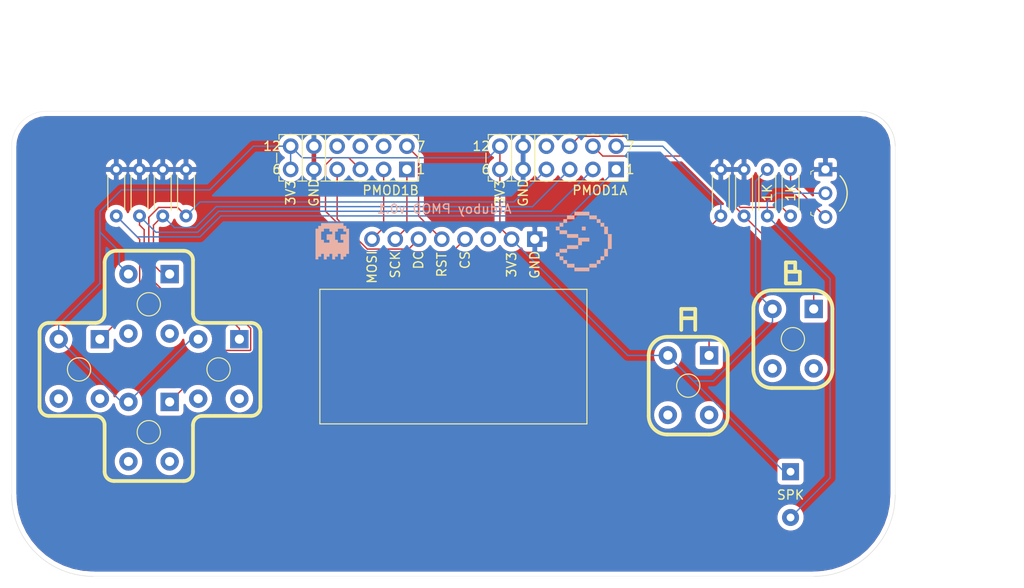
<source format=kicad_pcb>
(kicad_pcb (version 20171130) (host pcbnew 5.1.6-c6e7f7d~86~ubuntu20.04.1)

  (general
    (thickness 1.6)
    (drawings 68)
    (tracks 121)
    (zones 0)
    (modules 21)
    (nets 34)
  )

  (page A4)
  (title_block
    (title arduboy-pmod)
    (date 2020-05-13)
    (rev v0.1)
    (comment 3 "2020 (C) Sonal Pinto, sonalpinto@gmail.com")
    (comment 4 "License: CC-BY-SA V4.0")
  )

  (layers
    (0 F.Cu signal)
    (31 B.Cu signal)
    (33 F.Adhes user)
    (35 F.Paste user)
    (36 B.SilkS user)
    (37 F.SilkS user)
    (38 B.Mask user)
    (39 F.Mask user)
    (40 Dwgs.User user)
    (41 Cmts.User user)
    (42 Eco1.User user)
    (43 Eco2.User user)
    (44 Edge.Cuts user)
    (45 Margin user)
    (46 B.CrtYd user hide)
    (47 F.CrtYd user)
    (49 F.Fab user hide)
  )

  (setup
    (last_trace_width 0.1524)
    (user_trace_width 0.1524)
    (user_trace_width 0.254)
    (user_trace_width 0.508)
    (trace_clearance 0.1524)
    (zone_clearance 0.508)
    (zone_45_only yes)
    (trace_min 0.1524)
    (via_size 0.508)
    (via_drill 0.254)
    (via_min_size 0.508)
    (via_min_drill 0.254)
    (user_via 0.508 0.254)
    (user_via 0.762 0.381)
    (uvia_size 0.508)
    (uvia_drill 0.254)
    (uvias_allowed no)
    (uvia_min_size 0)
    (uvia_min_drill 0)
    (edge_width 0.05)
    (segment_width 0.2)
    (pcb_text_width 0.3)
    (pcb_text_size 1.5 1.5)
    (mod_edge_width 0.12)
    (mod_text_size 1 1)
    (mod_text_width 0.15)
    (pad_size 1.524 1.524)
    (pad_drill 0.762)
    (pad_to_mask_clearance 0.0508)
    (aux_axis_origin 0 0)
    (visible_elements FFFFFF7F)
    (pcbplotparams
      (layerselection 0x010f0_ffffffff)
      (usegerberextensions true)
      (usegerberattributes false)
      (usegerberadvancedattributes false)
      (creategerberjobfile false)
      (excludeedgelayer true)
      (linewidth 0.100000)
      (plotframeref false)
      (viasonmask false)
      (mode 1)
      (useauxorigin false)
      (hpglpennumber 1)
      (hpglpenspeed 20)
      (hpglpendiameter 15.000000)
      (psnegative false)
      (psa4output false)
      (plotreference true)
      (plotvalue false)
      (plotinvisibletext false)
      (padsonsilk false)
      (subtractmaskfromsilk false)
      (outputformat 1)
      (mirror false)
      (drillshape 0)
      (scaleselection 1)
      (outputdirectory "gerbers/"))
  )

  (net 0 "")
  (net 1 VCC)
  (net 2 GND)
  (net 3 "Net-(J1-Pad3)")
  (net 4 /RIGHT)
  (net 5 /LEFT)
  (net 6 "Net-(S1-Pad4)")
  (net 7 "Net-(S2-Pad4)")
  (net 8 /CS)
  (net 9 /RST)
  (net 10 /DC)
  (net 11 /SCK)
  (net 12 /MOSI)
  (net 13 "Net-(J2-Pad10)")
  (net 14 "Net-(J2-Pad9)")
  (net 15 "Net-(J2-Pad8)")
  (net 16 /A)
  (net 17 /B)
  (net 18 /UP)
  (net 19 /DOWN)
  (net 20 "Net-(J3-Pad10)")
  (net 21 "Net-(S1-Pad2)")
  (net 22 "Net-(S2-Pad2)")
  (net 23 "Net-(S3-Pad4)")
  (net 24 "Net-(S3-Pad2)")
  (net 25 "Net-(S4-Pad2)")
  (net 26 "Net-(S4-Pad4)")
  (net 27 "Net-(S5-Pad4)")
  (net 28 "Net-(S5-Pad2)")
  (net 29 "Net-(S6-Pad2)")
  (net 30 "Net-(S6-Pad4)")
  (net 31 /SPK)
  (net 32 "Net-(LS1-Pad2)")
  (net 33 "Net-(Q1-Pad3)")

  (net_class Default "This is the default net class."
    (clearance 0.1524)
    (trace_width 0.1524)
    (via_dia 0.508)
    (via_drill 0.254)
    (uvia_dia 0.508)
    (uvia_drill 0.254)
    (diff_pair_width 0.254)
    (diff_pair_gap 0.254)
    (add_net /A)
    (add_net /B)
    (add_net /CS)
    (add_net /DC)
    (add_net /DOWN)
    (add_net /LEFT)
    (add_net /MOSI)
    (add_net /RIGHT)
    (add_net /RST)
    (add_net /SCK)
    (add_net /SPK)
    (add_net /UP)
    (add_net GND)
    (add_net "Net-(J1-Pad3)")
    (add_net "Net-(J2-Pad10)")
    (add_net "Net-(J2-Pad8)")
    (add_net "Net-(J2-Pad9)")
    (add_net "Net-(J3-Pad10)")
    (add_net "Net-(LS1-Pad2)")
    (add_net "Net-(Q1-Pad3)")
    (add_net "Net-(S1-Pad2)")
    (add_net "Net-(S1-Pad4)")
    (add_net "Net-(S2-Pad2)")
    (add_net "Net-(S2-Pad4)")
    (add_net "Net-(S3-Pad2)")
    (add_net "Net-(S3-Pad4)")
    (add_net "Net-(S4-Pad2)")
    (add_net "Net-(S4-Pad4)")
    (add_net "Net-(S5-Pad2)")
    (add_net "Net-(S5-Pad4)")
    (add_net "Net-(S6-Pad2)")
    (add_net "Net-(S6-Pad4)")
    (add_net VCC)
  )

  (module arduboy-pmod:ghost (layer B.Cu) (tedit 0) (tstamp 5ED0DCDD)
    (at 134.112 65.024 180)
    (fp_text reference G*** (at 0 0) (layer B.SilkS) hide
      (effects (font (size 1.524 1.524) (thickness 0.3)) (justify mirror))
    )
    (fp_text value LOGO (at 0.75 0) (layer B.SilkS) hide
      (effects (font (size 1.524 1.524) (thickness 0.3)) (justify mirror))
    )
    (fp_poly (pts (xy 1.2446 1.7018) (xy 1.5494 1.7018) (xy 1.5494 1.397) (xy 1.8542 1.397)
      (xy 1.8542 -1.9558) (xy 1.5494 -1.9558) (xy 1.5494 -1.651) (xy 1.2446 -1.651)
      (xy 1.2446 -1.3462) (xy 0.9398 -1.3462) (xy 0.9398 -1.9558) (xy 0.635 -1.9558)
      (xy 0.635 -1.651) (xy 0.3302 -1.651) (xy 0.3302 -1.3462) (xy 0.0254 -1.3462)
      (xy 0.0254 -1.9558) (xy -0.2794 -1.9558) (xy -0.2794 -1.651) (xy -0.5842 -1.651)
      (xy -0.5842 -1.3462) (xy -0.889 -1.3462) (xy -0.889 -1.9558) (xy -1.1938 -1.9558)
      (xy -1.1938 -1.651) (xy -1.4986 -1.651) (xy -1.4986 -1.3462) (xy -1.8034 -1.3462)
      (xy -1.8034 1.0922) (xy -1.4986 1.0922) (xy -1.4986 0.7874) (xy -0.889 0.7874)
      (xy -0.889 0.1778) (xy -1.1938 0.1778) (xy -1.1938 -0.127) (xy -0.5842 -0.127)
      (xy -0.5842 0.1778) (xy -0.2794 0.1778) (xy -0.2794 1.0922) (xy 0.0254 1.0922)
      (xy 0.0254 0.7874) (xy 0.635 0.7874) (xy 0.635 0.1778) (xy 0.3302 0.1778)
      (xy 0.3302 -0.127) (xy 0.9398 -0.127) (xy 0.9398 0.1778) (xy 1.2446 0.1778)
      (xy 1.2446 1.0922) (xy 0.9398 1.0922) (xy 0.9398 1.397) (xy 0.3302 1.397)
      (xy 0.3302 1.0922) (xy 0.0254 1.0922) (xy -0.2794 1.0922) (xy -0.5842 1.0922)
      (xy -0.5842 1.397) (xy -1.1938 1.397) (xy -1.1938 1.0922) (xy -1.4986 1.0922)
      (xy -1.8034 1.0922) (xy -1.8034 1.397) (xy -1.4986 1.397) (xy -1.4986 1.7018)
      (xy -1.1938 1.7018) (xy -1.1938 2.0066) (xy 1.2446 2.0066) (xy 1.2446 1.7018)) (layer B.SilkS) (width 0.01))
  )

  (module arduboy-pmod:pacman (layer B.Cu) (tedit 0) (tstamp 5ED0DBCA)
    (at 161.29 65.024 180)
    (fp_text reference G*** (at 0 0) (layer B.SilkS) hide
      (effects (font (size 1.524 1.524) (thickness 0.3)) (justify mirror))
    )
    (fp_text value LOGO (at 0.75 0) (layer B.SilkS) hide
      (effects (font (size 1.524 1.524) (thickness 0.3)) (justify mirror))
    )
    (fp_poly (pts (xy -0.067733 1.2192) (xy -0.474133 1.2192) (xy -0.474133 1.6256) (xy -0.067733 1.6256)
      (xy -0.067733 1.2192)) (layer B.SilkS) (width 0.01))
    (fp_poly (pts (xy 1.964267 2.4384) (xy 1.964267 2.032) (xy 1.557867 2.032) (xy 1.557867 2.4384)
      (xy 1.964267 2.4384)) (layer B.SilkS) (width 0.01))
    (fp_poly (pts (xy 2.370667 2.032) (xy 2.370667 1.6256) (xy 1.964267 1.6256) (xy 1.964267 2.032)
      (xy 2.370667 2.032)) (layer B.SilkS) (width 0.01))
    (fp_poly (pts (xy 2.777067 1.6256) (xy 2.777067 1.2192) (xy 2.370667 1.2192) (xy 2.370667 1.6256)
      (xy 2.777067 1.6256)) (layer B.SilkS) (width 0.01))
    (fp_poly (pts (xy 2.370667 0.8128) (xy 1.557867 0.8128) (xy 1.557867 1.2192) (xy 2.370667 1.2192)
      (xy 2.370667 0.8128)) (layer B.SilkS) (width 0.01))
    (fp_poly (pts (xy 1.557867 0.4064) (xy 0.338666 0.4064) (xy 0.338666 0.8128) (xy 1.557867 0.8128)
      (xy 1.557867 0.4064)) (layer B.SilkS) (width 0.01))
    (fp_poly (pts (xy 0.338666 -0.4064) (xy -0.067733 -0.4064) (xy -0.067733 0) (xy -0.880533 0)
      (xy -0.880533 0.4064) (xy 0.338666 0.4064) (xy 0.338666 -0.4064)) (layer B.SilkS) (width 0.01))
    (fp_poly (pts (xy 1.557867 -0.4064) (xy 1.557867 -0.8128) (xy 0.338666 -0.8128) (xy 0.338666 -0.4064)
      (xy 1.557867 -0.4064)) (layer B.SilkS) (width 0.01))
    (fp_poly (pts (xy 2.370667 -0.8128) (xy 2.370667 -1.2192) (xy 1.557867 -1.2192) (xy 1.557867 -0.8128)
      (xy 2.370667 -0.8128)) (layer B.SilkS) (width 0.01))
    (fp_poly (pts (xy 2.777067 -1.2192) (xy 2.777067 -1.6256) (xy 2.370667 -1.6256) (xy 2.370667 -1.2192)
      (xy 2.777067 -1.2192)) (layer B.SilkS) (width 0.01))
    (fp_poly (pts (xy 2.370667 -2.032) (xy 1.964267 -2.032) (xy 1.964267 -1.6256) (xy 2.370667 -1.6256)
      (xy 2.370667 -2.032)) (layer B.SilkS) (width 0.01))
    (fp_poly (pts (xy 1.964267 -2.4384) (xy 1.557867 -2.4384) (xy 1.557867 -2.032) (xy 1.964267 -2.032)
      (xy 1.964267 -2.4384)) (layer B.SilkS) (width 0.01))
    (fp_poly (pts (xy 1.557867 -2.8448) (xy 0.745066 -2.8448) (xy 0.745066 -2.4384) (xy 1.557867 -2.4384)
      (xy 1.557867 -2.8448)) (layer B.SilkS) (width 0.01))
    (fp_poly (pts (xy 0.745066 -3.2512) (xy -0.880533 -3.2512) (xy -0.880533 -2.8448) (xy 0.745066 -2.8448)
      (xy 0.745066 -3.2512)) (layer B.SilkS) (width 0.01))
    (fp_poly (pts (xy -1.693333 -2.8448) (xy -1.693333 -2.4384) (xy -0.880533 -2.4384) (xy -0.880533 -2.8448)
      (xy -1.693333 -2.8448)) (layer B.SilkS) (width 0.01))
    (fp_poly (pts (xy -2.099733 -2.4384) (xy -2.099733 -2.032) (xy -1.693333 -2.032) (xy -1.693333 -2.4384)
      (xy -2.099733 -2.4384)) (layer B.SilkS) (width 0.01))
    (fp_poly (pts (xy -2.506133 -2.032) (xy -2.506133 -1.6256) (xy -2.099733 -1.6256) (xy -2.099733 -2.032)
      (xy -2.506133 -2.032)) (layer B.SilkS) (width 0.01))
    (fp_poly (pts (xy -2.912533 -1.6256) (xy -2.912533 -0.8128) (xy -2.506133 -0.8128) (xy -2.506133 -1.6256)
      (xy -2.912533 -1.6256)) (layer B.SilkS) (width 0.01))
    (fp_poly (pts (xy -3.318933 -0.8128) (xy -3.318933 0.8128) (xy -2.912533 0.8128) (xy -2.912533 -0.8128)
      (xy -3.318933 -0.8128)) (layer B.SilkS) (width 0.01))
    (fp_poly (pts (xy -2.912533 1.6256) (xy -2.506133 1.6256) (xy -2.506133 0.8128) (xy -2.912533 0.8128)
      (xy -2.912533 1.6256)) (layer B.SilkS) (width 0.01))
    (fp_poly (pts (xy -2.506133 2.032) (xy -2.099733 2.032) (xy -2.099733 1.6256) (xy -2.506133 1.6256)
      (xy -2.506133 2.032)) (layer B.SilkS) (width 0.01))
    (fp_poly (pts (xy -2.099733 2.4384) (xy -1.693333 2.4384) (xy -1.693333 2.032) (xy -2.099733 2.032)
      (xy -2.099733 2.4384)) (layer B.SilkS) (width 0.01))
    (fp_poly (pts (xy -1.693333 2.8448) (xy -0.880533 2.8448) (xy -0.880533 2.4384) (xy -1.693333 2.4384)
      (xy -1.693333 2.8448)) (layer B.SilkS) (width 0.01))
    (fp_poly (pts (xy -0.880533 3.2512) (xy 0.745066 3.2512) (xy 0.745066 2.8448) (xy -0.880533 2.8448)
      (xy -0.880533 3.2512)) (layer B.SilkS) (width 0.01))
    (fp_poly (pts (xy 0.745066 2.4384) (xy 0.745066 2.8448) (xy 1.557867 2.8448) (xy 1.557867 2.4384)
      (xy 0.745066 2.4384)) (layer B.SilkS) (width 0.01))
  )

  (module arduboy-pmod:Adafruit_SSD1306 (layer F.Cu) (tedit 5ECFE102) (tstamp 5EBD1B3D)
    (at 138.43 64.77)
    (descr "Adafruit SSD1306 OLED 1.3 inch 128x64 I2C & SPI https://learn.adafruit.com/monochrome-oled-breakouts/downloads")
    (tags "Adafruit SSD1306 OLED 1.3 inch 128x64 I2C & SPI ")
    (path /5EC3F1C9)
    (fp_text reference J1 (at 8.89 -5) (layer F.SilkS) hide
      (effects (font (size 1 1) (thickness 0.15)))
    )
    (fp_text value Conn_01x08 (at 8.89 30) (layer F.Fab)
      (effects (font (size 1 1) (thickness 0.15)))
    )
    (fp_line (start -2.29 26.68) (end -2.29 30.82) (layer F.CrtYd) (width 0.05))
    (fp_line (start 22.02 32.77) (end 23.37 32.77) (layer F.CrtYd) (width 0.05))
    (fp_line (start -8.89 0) (end -8.89 29.47) (layer F.CrtYd) (width 0.05))
    (fp_line (start 26.67 0) (end 26.67 29.47) (layer F.CrtYd) (width 0.05))
    (fp_line (start -2.29 26.68) (end 20.07 26.68) (layer F.CrtYd) (width 0.05))
    (fp_line (start -4.24 32.77) (end -5.59 32.77) (layer F.CrtYd) (width 0.05))
    (fp_line (start 23.37 -3.3) (end -5.59 -3.3) (layer F.CrtYd) (width 0.05))
    (fp_line (start 20.07 26.68) (end 20.07 30.82) (layer F.CrtYd) (width 0.05))
    (fp_line (start 0 -2.268) (end 0.78 -3.048) (layer F.Fab) (width 0.1))
    (fp_line (start -2.54 26.416) (end 20.32 26.416) (layer F.Fab) (width 0.1))
    (fp_line (start 20.32 26.416) (end 20.32 30.814) (layer F.Fab) (width 0.1))
    (fp_line (start 22.018 32.512) (end 23.37 32.512) (layer F.Fab) (width 0.1))
    (fp_line (start 23.368 -3.048) (end -5.588 -3.048) (layer F.Fab) (width 0.1))
    (fp_line (start -5.698 5.478) (end 23.478 5.478) (layer F.SilkS) (width 0.12))
    (fp_line (start 23.478 5.478) (end 23.478 20.176) (layer F.SilkS) (width 0.12))
    (fp_line (start -5.698 5.478) (end -5.698 20.176) (layer F.SilkS) (width 0.12))
    (fp_line (start 26.416 0) (end 26.416 29.464) (layer F.Fab) (width 0.1))
    (fp_line (start -5.588 20.066) (end 23.368 20.066) (layer F.Fab) (width 0.1))
    (fp_line (start 23.368 5.588) (end 23.368 20.066) (layer F.Fab) (width 0.1))
    (fp_line (start -4.238 32.512) (end -5.59 32.512) (layer F.Fab) (width 0.1))
    (fp_line (start -2.54 26.416) (end -2.54 30.814) (layer F.Fab) (width 0.1))
    (fp_line (start -8.636 0) (end -8.636 29.464) (layer F.Fab) (width 0.1))
    (fp_line (start -5.588 5.588) (end -5.588 20.066) (layer F.Fab) (width 0.1))
    (fp_line (start -5.588 5.588) (end 23.368 5.588) (layer F.Fab) (width 0.1))
    (fp_line (start -5.698 20.176) (end 23.478 20.176) (layer F.SilkS) (width 0.12))
    (fp_line (start -0.78 -3.048) (end 0 -2.268) (layer F.Fab) (width 0.1))
    (fp_text user GND (at 17.78 2.794 90) (layer F.SilkS)
      (effects (font (size 1 1) (thickness 0.15)))
    )
    (fp_text user 3V3 (at 15.24 2.794 90) (layer F.SilkS)
      (effects (font (size 1 1) (thickness 0.15)))
    )
    (fp_text user CS (at 10.16 2.286 90) (layer F.SilkS)
      (effects (font (size 1 1) (thickness 0.15)))
    )
    (fp_text user RST (at 7.62 2.794 90) (layer F.SilkS)
      (effects (font (size 1 1) (thickness 0.15)))
    )
    (fp_text user DC (at 5.08 2.286 90) (layer F.SilkS)
      (effects (font (size 1 1) (thickness 0.15)))
    )
    (fp_text user SCK (at 2.54 2.794 90) (layer F.SilkS)
      (effects (font (size 1 1) (thickness 0.15)))
    )
    (fp_text user MOSI (at 0 3.048 90) (layer F.SilkS)
      (effects (font (size 1 1) (thickness 0.15)))
    )
    (fp_arc (start -4.24 30.82) (end -2.29 30.82) (angle 90) (layer F.CrtYd) (width 0.05))
    (fp_arc (start -5.59 29.47) (end -5.59 32.77) (angle 90) (layer F.CrtYd) (width 0.05))
    (fp_arc (start -5.59 0) (end -5.59 -3.3) (angle -90) (layer F.CrtYd) (width 0.05))
    (fp_arc (start 23.37 29.47) (end 23.37 32.77) (angle -90) (layer F.CrtYd) (width 0.05))
    (fp_arc (start 23.37 0) (end 23.37 -3.3) (angle 90) (layer F.CrtYd) (width 0.05))
    (fp_arc (start 22.02 30.82) (end 20.07 30.82) (angle -90) (layer F.CrtYd) (width 0.05))
    (fp_arc (start 22.018 30.814) (end 20.32 30.812) (angle -90) (layer F.Fab) (width 0.1))
    (fp_arc (start 23.368 29.464) (end 26.416 29.464) (angle 90) (layer F.Fab) (width 0.1))
    (fp_arc (start 23.368 0) (end 23.368 -3.048) (angle 90) (layer F.Fab) (width 0.1))
    (fp_arc (start -4.238 30.814) (end -2.54 30.812) (angle 90) (layer F.Fab) (width 0.1))
    (fp_arc (start -5.588 29.464) (end -8.636 29.462) (angle -90) (layer F.Fab) (width 0.1))
    (fp_arc (start -5.588 0) (end -5.59 -3.048) (angle -90) (layer F.Fab) (width 0.1))
    (fp_text user %R (at 8.89 14.732) (layer F.Fab)
      (effects (font (size 1 1) (thickness 0.15)))
    )
    (pad 1 thru_hole rect (at 17.78 0) (size 1.7 1.7) (drill 1) (layers *.Cu *.Mask)
      (net 2 GND))
    (pad 2 thru_hole circle (at 15.24 0) (size 1.7 1.7) (drill 1) (layers *.Cu *.Mask)
      (net 1 VCC))
    (pad 3 thru_hole circle (at 12.7 0) (size 1.7 1.7) (drill 1) (layers *.Cu *.Mask)
      (net 3 "Net-(J1-Pad3)"))
    (pad 4 thru_hole circle (at 10.16 0) (size 1.7 1.7) (drill 1) (layers *.Cu *.Mask)
      (net 8 /CS))
    (pad 5 thru_hole circle (at 7.62 0) (size 1.7 1.7) (drill 1) (layers *.Cu *.Mask)
      (net 9 /RST))
    (pad 6 thru_hole circle (at 5.08 0) (size 1.7 1.7) (drill 1) (layers *.Cu *.Mask)
      (net 10 /DC))
    (pad 7 thru_hole circle (at 2.54 0) (size 1.7 1.7) (drill 1) (layers *.Cu *.Mask)
      (net 11 /SCK))
    (pad 8 thru_hole circle (at 0 0) (size 1.7 1.7) (drill 1) (layers *.Cu *.Mask)
      (net 12 /MOSI))
    (model ${KISYS3DMOD}/Display.3dshapes/Adafruit_SSD1306.wrl
      (at (xyz 0 0 0))
      (scale (xyz 1 1 1))
      (rotate (xyz 0 0 0))
    )
  )

  (module arduboy-pmod:Switch_Tactile_THT_B3F-1xxx_nosilk (layer F.Cu) (tedit 5ECFE0A7) (tstamp 5EBD2F24)
    (at 186.69 72.39 270)
    (descr http://www.omron.com/ecb/products/pdf/en-b3f.pdf)
    (path /5EBED9E8)
    (fp_text reference S6 (at 3.2512 -2.2094 90) (layer F.SilkS) hide
      (effects (font (size 1 1) (thickness 0.15)))
    )
    (fp_text value B3F-1020 (at 3.2512 7.1006 90) (layer F.Fab)
      (effects (font (size 1 1) (thickness 0.15)))
    )
    (fp_line (start 0.2512 -0.7394) (end 6.2512 -0.7394) (layer F.Fab) (width 0.1))
    (fp_line (start 0.2512 5.2606) (end 6.2512 5.2606) (layer F.Fab) (width 0.1))
    (fp_line (start 0.2512 -0.7394) (end 0.2512 5.2606) (layer F.Fab) (width 0.1))
    (fp_line (start 6.2512 5.2606) (end 6.2512 -0.7394) (layer F.Fab) (width 0.1))
    (fp_line (start -1.2488 -1.2394) (end 7.7512 -1.2394) (layer F.CrtYd) (width 0.05))
    (fp_line (start -1.2488 5.7606) (end 7.7512 5.7606) (layer F.CrtYd) (width 0.05))
    (fp_line (start -1.2488 5.7606) (end -1.2488 -1.2394) (layer F.CrtYd) (width 0.05))
    (fp_line (start 7.7512 -1.2394) (end 7.7512 5.7606) (layer F.CrtYd) (width 0.05))
    (fp_circle (center 3.302 2.286) (end 4.064 1.27) (layer F.SilkS) (width 0.12))
    (fp_text user %R (at 3.2512 2.2606 90) (layer F.Fab)
      (effects (font (size 1 1) (thickness 0.15)))
    )
    (pad 4 thru_hole circle (at 6.5012 4.5106 270) (size 2 2) (drill 1) (layers *.Cu *.Mask)
      (net 30 "Net-(S6-Pad4)"))
    (pad 3 thru_hole circle (at 0.0012 4.5106 270) (size 2 2) (drill 1) (layers *.Cu *.Mask)
      (net 1 VCC))
    (pad 2 thru_hole circle (at 6.5012 0.0106 270) (size 2 2) (drill 1) (layers *.Cu *.Mask)
      (net 29 "Net-(S6-Pad2)"))
    (pad 1 thru_hole rect (at 0.0012 0.0106 270) (size 2 2) (drill 1) (layers *.Cu *.Mask)
      (net 17 /B))
  )

  (module digikey-footprints:Piezo_Transducer_THT_PS1240P02BT (layer F.Cu) (tedit 5ECFE300) (tstamp 5EBE1FA7)
    (at 184.15 90.17)
    (path /5EBEE8FB)
    (fp_text reference LS1 (at 0.075 -4.75) (layer F.SilkS) hide
      (effects (font (size 1 1) (thickness 0.15)))
    )
    (fp_text value Speaker (at 0.575 9.825) (layer F.Fab)
      (effects (font (size 1 1) (thickness 0.15)))
    )
    (fp_circle (center 0 2.5) (end 0 8.75) (layer F.Fab) (width 0.1))
    (fp_circle (center 0 2.5) (end 0 9) (layer F.CrtYd) (width 0.05))
    (fp_text user %R (at -0.1 2.75) (layer F.Fab)
      (effects (font (size 1 1) (thickness 0.15)))
    )
    (pad 2 thru_hole circle (at 0 5) (size 1.85 1.85) (drill 0.85) (layers *.Cu *.Mask)
      (net 32 "Net-(LS1-Pad2)"))
    (pad 1 thru_hole rect (at 0 0) (size 1.85 1.85) (drill 0.85) (layers *.Cu *.Mask)
      (net 1 VCC))
  )

  (module arduboy-pmod:Switch_Tactile_THT_B3F-1xxx_nosilk (layer F.Cu) (tedit 5ECFE0A7) (tstamp 5EBD2FFB)
    (at 175.26 77.47 270)
    (descr http://www.omron.com/ecb/products/pdf/en-b3f.pdf)
    (path /5EBE8737)
    (fp_text reference S5 (at 3.2512 -2.2094 90) (layer F.SilkS) hide
      (effects (font (size 1 1) (thickness 0.15)))
    )
    (fp_text value B3F-1020 (at 3.2512 7.1006 90) (layer F.Fab)
      (effects (font (size 1 1) (thickness 0.15)))
    )
    (fp_line (start 0.2512 -0.7394) (end 6.2512 -0.7394) (layer F.Fab) (width 0.1))
    (fp_line (start 0.2512 5.2606) (end 6.2512 5.2606) (layer F.Fab) (width 0.1))
    (fp_line (start 0.2512 -0.7394) (end 0.2512 5.2606) (layer F.Fab) (width 0.1))
    (fp_line (start 6.2512 5.2606) (end 6.2512 -0.7394) (layer F.Fab) (width 0.1))
    (fp_line (start -1.2488 -1.2394) (end 7.7512 -1.2394) (layer F.CrtYd) (width 0.05))
    (fp_line (start -1.2488 5.7606) (end 7.7512 5.7606) (layer F.CrtYd) (width 0.05))
    (fp_line (start -1.2488 5.7606) (end -1.2488 -1.2394) (layer F.CrtYd) (width 0.05))
    (fp_line (start 7.7512 -1.2394) (end 7.7512 5.7606) (layer F.CrtYd) (width 0.05))
    (fp_circle (center 3.302 2.286) (end 4.064 1.27) (layer F.SilkS) (width 0.12))
    (fp_text user %R (at 3.2512 2.2606 90) (layer F.Fab)
      (effects (font (size 1 1) (thickness 0.15)))
    )
    (pad 4 thru_hole circle (at 6.5012 4.5106 270) (size 2 2) (drill 1) (layers *.Cu *.Mask)
      (net 27 "Net-(S5-Pad4)"))
    (pad 3 thru_hole circle (at 0.0012 4.5106 270) (size 2 2) (drill 1) (layers *.Cu *.Mask)
      (net 1 VCC))
    (pad 2 thru_hole circle (at 6.5012 0.0106 270) (size 2 2) (drill 1) (layers *.Cu *.Mask)
      (net 28 "Net-(S5-Pad2)"))
    (pad 1 thru_hole rect (at 0.0012 0.0106 270) (size 2 2) (drill 1) (layers *.Cu *.Mask)
      (net 16 /A))
  )

  (module arduboy-pmod:Switch_Tactile_THT_B3F-1xxx_nosilk (layer F.Cu) (tedit 5ECFE0A7) (tstamp 5EBD1CC5)
    (at 116.332 82.55 270)
    (descr http://www.omron.com/ecb/products/pdf/en-b3f.pdf)
    (path /5EBE2937)
    (fp_text reference S4 (at 3.2512 -2.2094 90) (layer F.SilkS) hide
      (effects (font (size 1 1) (thickness 0.15)))
    )
    (fp_text value B3F-1020 (at 3.2512 7.1006 90) (layer F.Fab)
      (effects (font (size 1 1) (thickness 0.15)))
    )
    (fp_line (start 0.2512 -0.7394) (end 6.2512 -0.7394) (layer F.Fab) (width 0.1))
    (fp_line (start 0.2512 5.2606) (end 6.2512 5.2606) (layer F.Fab) (width 0.1))
    (fp_line (start 0.2512 -0.7394) (end 0.2512 5.2606) (layer F.Fab) (width 0.1))
    (fp_line (start 6.2512 5.2606) (end 6.2512 -0.7394) (layer F.Fab) (width 0.1))
    (fp_line (start -1.2488 -1.2394) (end 7.7512 -1.2394) (layer F.CrtYd) (width 0.05))
    (fp_line (start -1.2488 5.7606) (end 7.7512 5.7606) (layer F.CrtYd) (width 0.05))
    (fp_line (start -1.2488 5.7606) (end -1.2488 -1.2394) (layer F.CrtYd) (width 0.05))
    (fp_line (start 7.7512 -1.2394) (end 7.7512 5.7606) (layer F.CrtYd) (width 0.05))
    (fp_circle (center 3.302 2.286) (end 4.064 1.27) (layer F.SilkS) (width 0.12))
    (fp_text user %R (at 3.2512 2.2606 90) (layer F.Fab)
      (effects (font (size 1 1) (thickness 0.15)))
    )
    (pad 4 thru_hole circle (at 6.5012 4.5106 270) (size 2 2) (drill 1) (layers *.Cu *.Mask)
      (net 26 "Net-(S4-Pad4)"))
    (pad 3 thru_hole circle (at 0.0012 4.5106 270) (size 2 2) (drill 1) (layers *.Cu *.Mask)
      (net 1 VCC))
    (pad 2 thru_hole circle (at 6.5012 0.0106 270) (size 2 2) (drill 1) (layers *.Cu *.Mask)
      (net 25 "Net-(S4-Pad2)"))
    (pad 1 thru_hole rect (at 0.0012 0.0106 270) (size 2 2) (drill 1) (layers *.Cu *.Mask)
      (net 19 /DOWN))
  )

  (module arduboy-pmod:Switch_Tactile_THT_B3F-1xxx_nosilk (layer F.Cu) (tedit 5ECFE0A7) (tstamp 5EBD31CF)
    (at 116.332 68.58 270)
    (descr http://www.omron.com/ecb/products/pdf/en-b3f.pdf)
    (path /5ECECEBF)
    (fp_text reference S3 (at 3.2512 -2.2094 90) (layer F.SilkS) hide
      (effects (font (size 1 1) (thickness 0.15)))
    )
    (fp_text value B3F-1020 (at 3.2512 7.1006 90) (layer F.Fab)
      (effects (font (size 1 1) (thickness 0.15)))
    )
    (fp_line (start 0.2512 -0.7394) (end 6.2512 -0.7394) (layer F.Fab) (width 0.1))
    (fp_line (start 0.2512 5.2606) (end 6.2512 5.2606) (layer F.Fab) (width 0.1))
    (fp_line (start 0.2512 -0.7394) (end 0.2512 5.2606) (layer F.Fab) (width 0.1))
    (fp_line (start 6.2512 5.2606) (end 6.2512 -0.7394) (layer F.Fab) (width 0.1))
    (fp_line (start -1.2488 -1.2394) (end 7.7512 -1.2394) (layer F.CrtYd) (width 0.05))
    (fp_line (start -1.2488 5.7606) (end 7.7512 5.7606) (layer F.CrtYd) (width 0.05))
    (fp_line (start -1.2488 5.7606) (end -1.2488 -1.2394) (layer F.CrtYd) (width 0.05))
    (fp_line (start 7.7512 -1.2394) (end 7.7512 5.7606) (layer F.CrtYd) (width 0.05))
    (fp_circle (center 3.302 2.286) (end 4.064 1.27) (layer F.SilkS) (width 0.12))
    (fp_text user %R (at 3.2512 2.2606 90) (layer F.Fab)
      (effects (font (size 1 1) (thickness 0.15)))
    )
    (pad 4 thru_hole circle (at 6.5012 4.5106 270) (size 2 2) (drill 1) (layers *.Cu *.Mask)
      (net 23 "Net-(S3-Pad4)"))
    (pad 3 thru_hole circle (at 0.0012 4.5106 270) (size 2 2) (drill 1) (layers *.Cu *.Mask)
      (net 1 VCC))
    (pad 2 thru_hole circle (at 6.5012 0.0106 270) (size 2 2) (drill 1) (layers *.Cu *.Mask)
      (net 24 "Net-(S3-Pad2)"))
    (pad 1 thru_hole rect (at 0.0012 0.0106 270) (size 2 2) (drill 1) (layers *.Cu *.Mask)
      (net 18 /UP))
  )

  (module arduboy-pmod:Switch_Tactile_THT_B3F-1xxx_nosilk (layer F.Cu) (tedit 5ECFE0A7) (tstamp 5EBD5379)
    (at 123.952 75.692 270)
    (descr http://www.omron.com/ecb/products/pdf/en-b3f.pdf)
    (path /5ECECE98)
    (fp_text reference S2 (at 3.2512 -2.2094 90) (layer F.SilkS) hide
      (effects (font (size 1 1) (thickness 0.15)))
    )
    (fp_text value B3F-1020 (at 3.2512 7.1006 90) (layer F.Fab)
      (effects (font (size 1 1) (thickness 0.15)))
    )
    (fp_line (start 0.2512 -0.7394) (end 6.2512 -0.7394) (layer F.Fab) (width 0.1))
    (fp_line (start 0.2512 5.2606) (end 6.2512 5.2606) (layer F.Fab) (width 0.1))
    (fp_line (start 0.2512 -0.7394) (end 0.2512 5.2606) (layer F.Fab) (width 0.1))
    (fp_line (start 6.2512 5.2606) (end 6.2512 -0.7394) (layer F.Fab) (width 0.1))
    (fp_line (start -1.2488 -1.2394) (end 7.7512 -1.2394) (layer F.CrtYd) (width 0.05))
    (fp_line (start -1.2488 5.7606) (end 7.7512 5.7606) (layer F.CrtYd) (width 0.05))
    (fp_line (start -1.2488 5.7606) (end -1.2488 -1.2394) (layer F.CrtYd) (width 0.05))
    (fp_line (start 7.7512 -1.2394) (end 7.7512 5.7606) (layer F.CrtYd) (width 0.05))
    (fp_circle (center 3.302 2.286) (end 4.064 1.27) (layer F.SilkS) (width 0.12))
    (fp_text user %R (at 3.2512 2.2606 90) (layer F.Fab)
      (effects (font (size 1 1) (thickness 0.15)))
    )
    (pad 4 thru_hole circle (at 6.5012 4.5106 270) (size 2 2) (drill 1) (layers *.Cu *.Mask)
      (net 7 "Net-(S2-Pad4)"))
    (pad 3 thru_hole circle (at 0.0012 4.5106 270) (size 2 2) (drill 1) (layers *.Cu *.Mask)
      (net 1 VCC))
    (pad 2 thru_hole circle (at 6.5012 0.0106 270) (size 2 2) (drill 1) (layers *.Cu *.Mask)
      (net 22 "Net-(S2-Pad2)"))
    (pad 1 thru_hole rect (at 0.0012 0.0106 270) (size 2 2) (drill 1) (layers *.Cu *.Mask)
      (net 4 /RIGHT))
  )

  (module arduboy-pmod:Switch_Tactile_THT_B3F-1xxx_nosilk (layer F.Cu) (tedit 5ECFE0A7) (tstamp 5EBD1C80)
    (at 108.712 75.692 270)
    (descr http://www.omron.com/ecb/products/pdf/en-b3f.pdf)
    (path /5ECECE71)
    (fp_text reference S1 (at 3.2512 -2.2094 90) (layer F.SilkS) hide
      (effects (font (size 1 1) (thickness 0.15)))
    )
    (fp_text value B3F-1020 (at 3.2512 7.1006 90) (layer F.Fab)
      (effects (font (size 1 1) (thickness 0.15)))
    )
    (fp_line (start 0.2512 -0.7394) (end 6.2512 -0.7394) (layer F.Fab) (width 0.1))
    (fp_line (start 0.2512 5.2606) (end 6.2512 5.2606) (layer F.Fab) (width 0.1))
    (fp_line (start 0.2512 -0.7394) (end 0.2512 5.2606) (layer F.Fab) (width 0.1))
    (fp_line (start 6.2512 5.2606) (end 6.2512 -0.7394) (layer F.Fab) (width 0.1))
    (fp_line (start -1.2488 -1.2394) (end 7.7512 -1.2394) (layer F.CrtYd) (width 0.05))
    (fp_line (start -1.2488 5.7606) (end 7.7512 5.7606) (layer F.CrtYd) (width 0.05))
    (fp_line (start -1.2488 5.7606) (end -1.2488 -1.2394) (layer F.CrtYd) (width 0.05))
    (fp_line (start 7.7512 -1.2394) (end 7.7512 5.7606) (layer F.CrtYd) (width 0.05))
    (fp_circle (center 3.302 2.286) (end 4.064 1.27) (layer F.SilkS) (width 0.12))
    (fp_text user %R (at 3.2512 2.2606 90) (layer F.Fab)
      (effects (font (size 1 1) (thickness 0.15)))
    )
    (pad 4 thru_hole circle (at 6.5012 4.5106 270) (size 2 2) (drill 1) (layers *.Cu *.Mask)
      (net 6 "Net-(S1-Pad4)"))
    (pad 3 thru_hole circle (at 0.0012 4.5106 270) (size 2 2) (drill 1) (layers *.Cu *.Mask)
      (net 1 VCC))
    (pad 2 thru_hole circle (at 6.5012 0.0106 270) (size 2 2) (drill 1) (layers *.Cu *.Mask)
      (net 21 "Net-(S1-Pad2)"))
    (pad 1 thru_hole rect (at 0.0012 0.0106 270) (size 2 2) (drill 1) (layers *.Cu *.Mask)
      (net 5 /LEFT))
  )

  (module digikey-footprints:TO-92-3_Formed_Leads (layer F.Cu) (tedit 5AF4B307) (tstamp 5EBE1FBD)
    (at 187.96 57.15 270)
    (descr http://www.ti.com/lit/ds/symlink/tl431a.pdf)
    (path /5EBEDC01)
    (fp_text reference Q1 (at 2.6 -3.35 90) (layer F.SilkS) hide
      (effects (font (size 1 1) (thickness 0.15)))
    )
    (fp_text value Q_NPN_ECB (at 2.6 2.5 90) (layer F.Fab)
      (effects (font (size 1 1) (thickness 0.15)))
    )
    (fp_line (start 0.25 1.6) (end 0.1 1.3) (layer F.SilkS) (width 0.1))
    (fp_line (start 0.55 1.6) (end 0.25 1.6) (layer F.SilkS) (width 0.1))
    (fp_line (start 4.95 1.6) (end 4.65 1.6) (layer F.SilkS) (width 0.1))
    (fp_line (start 4.95 1.6) (end 5.1 1.3) (layer F.SilkS) (width 0.1))
    (fp_line (start 6.2 1.75) (end 6.2 -2.5) (layer F.CrtYd) (width 0.05))
    (fp_line (start -1 1.75) (end -1 -2.5) (layer F.CrtYd) (width 0.05))
    (fp_line (start -1 1.7) (end 6.2 1.7) (layer F.CrtYd) (width 0.05))
    (fp_line (start -1 -2.5) (end 6.2 -2.5) (layer F.CrtYd) (width 0.05))
    (fp_line (start 4.9 1.5) (end 0.3 1.5) (layer F.Fab) (width 0.15))
    (fp_text user %R (at 2.6 -1.25 270) (layer F.Fab)
      (effects (font (size 0.75 0.75) (thickness 0.15)))
    )
    (fp_arc (start 2.6 0.3) (end 2.6 -2.3) (angle 90) (layer F.Fab) (width 0.15))
    (fp_arc (start 2.6 0.3) (end 0 0.3) (angle 90) (layer F.Fab) (width 0.15))
    (fp_arc (start 2.6 0.3) (end 3.8 -2) (angle 90) (layer F.Fab) (width 0.15))
    (fp_arc (start 2.6 0.3) (end 0.3 1.5) (angle 90) (layer F.Fab) (width 0.15))
    (fp_arc (start 2.6 0.35) (end 0.7 -1.6) (angle 90) (layer F.SilkS) (width 0.15))
    (pad 1 thru_hole rect (at 0 0 90) (size 1.5 1.5) (drill 0.9) (layers *.Cu *.Mask)
      (net 2 GND))
    (pad 3 thru_hole circle (at 5.2 0 90) (size 1.5 1.5) (drill 0.9) (layers *.Cu *.Mask)
      (net 33 "Net-(Q1-Pad3)"))
    (pad 2 thru_hole circle (at 2.6 0 90) (size 1.5 1.5) (drill 0.9) (layers *.Cu *.Mask)
      (net 32 "Net-(LS1-Pad2)"))
  )

  (module arduboy-pmod:PMODHeader_2x6_2.54mm_Horizontal_Mirrored (layer F.Cu) (tedit 5EBCE74B) (tstamp 5EBD1B8E)
    (at 142.24 57.15 270)
    (descr "Through hole angled pin header, 2x06, 2.54mm pitch, 6mm pin length, double rows")
    (tags "Through hole angled pin header THT 2x06 2.54mm double row")
    (path /5EC2B3EC)
    (fp_text reference J2 (at 2.286 1.016 unlocked) (layer F.SilkS) hide
      (effects (font (size 1 1) (thickness 0.15)))
    )
    (fp_text value PMOD1B (at -5.655 14.97 90) (layer F.Fab)
      (effects (font (size 1 1) (thickness 0.15)))
    )
    (fp_line (start -1.778 14.224) (end -0.762 14.224) (layer F.SilkS) (width 0.12))
    (fp_line (start -1.778 -1.27) (end -0.762 -1.27) (layer F.SilkS) (width 0.12))
    (fp_line (start 1.27 8.89) (end -3.81 8.89) (layer F.SilkS) (width 0.12))
    (fp_line (start 1.27 11.43) (end -3.81 11.43) (layer F.SilkS) (width 0.12))
    (fp_line (start -3.302 13.97) (end -3.81 13.97) (layer F.SilkS) (width 0.12))
    (fp_line (start 1.27 13.97) (end 0.762 13.97) (layer F.SilkS) (width 0.12))
    (fp_line (start 1.27 9.398) (end 1.27 0) (layer F.SilkS) (width 0.12))
    (fp_line (start 1.27 11.938) (end 1.27 10.922) (layer F.SilkS) (width 0.12))
    (fp_line (start 1.27 13.97) (end 1.27 13.462) (layer F.SilkS) (width 0.12))
    (fp_line (start -3.81 -1.27) (end -3.81 13.97) (layer F.SilkS) (width 0.12))
    (fp_line (start -3.302 -1.27) (end -3.81 -1.27) (layer F.SilkS) (width 0.12))
    (fp_line (start -4.675 -1.27) (end -6.58 -1.27) (layer F.Fab) (width 0.1))
    (fp_line (start -6.58 -1.27) (end -6.58 13.97) (layer F.Fab) (width 0.1))
    (fp_line (start -6.58 13.97) (end -4.04 13.97) (layer F.Fab) (width 0.1))
    (fp_line (start -4.04 13.97) (end -4.04 -0.635) (layer F.Fab) (width 0.1))
    (fp_line (start -4.04 -0.635) (end -4.675 -1.27) (layer F.Fab) (width 0.1))
    (fp_line (start 0.32 -0.32) (end -4.04 -0.32) (layer F.Fab) (width 0.1))
    (fp_line (start 0.32 -0.32) (end 0.32 0.32) (layer F.Fab) (width 0.1))
    (fp_line (start 0.32 0.32) (end -4.04 0.32) (layer F.Fab) (width 0.1))
    (fp_line (start -6.58 -0.32) (end -12.58 -0.32) (layer F.Fab) (width 0.1))
    (fp_line (start -12.58 -0.32) (end -12.58 0.32) (layer F.Fab) (width 0.1))
    (fp_line (start -6.58 0.32) (end -12.58 0.32) (layer F.Fab) (width 0.1))
    (fp_line (start 0.32 2.22) (end -4.04 2.22) (layer F.Fab) (width 0.1))
    (fp_line (start 0.32 2.22) (end 0.32 2.86) (layer F.Fab) (width 0.1))
    (fp_line (start 0.32 2.86) (end -4.04 2.86) (layer F.Fab) (width 0.1))
    (fp_line (start -6.58 2.22) (end -12.58 2.22) (layer F.Fab) (width 0.1))
    (fp_line (start -12.58 2.22) (end -12.58 2.86) (layer F.Fab) (width 0.1))
    (fp_line (start -6.58 2.86) (end -12.58 2.86) (layer F.Fab) (width 0.1))
    (fp_line (start 0.32 4.76) (end -4.04 4.76) (layer F.Fab) (width 0.1))
    (fp_line (start 0.32 4.76) (end 0.32 5.4) (layer F.Fab) (width 0.1))
    (fp_line (start 0.32 5.4) (end -4.04 5.4) (layer F.Fab) (width 0.1))
    (fp_line (start -6.58 4.76) (end -12.58 4.76) (layer F.Fab) (width 0.1))
    (fp_line (start -12.58 4.76) (end -12.58 5.4) (layer F.Fab) (width 0.1))
    (fp_line (start -6.58 5.4) (end -12.58 5.4) (layer F.Fab) (width 0.1))
    (fp_line (start 0.32 7.3) (end -4.04 7.3) (layer F.Fab) (width 0.1))
    (fp_line (start 0.32 7.3) (end 0.32 7.94) (layer F.Fab) (width 0.1))
    (fp_line (start 0.32 7.94) (end -4.04 7.94) (layer F.Fab) (width 0.1))
    (fp_line (start -6.58 7.3) (end -12.58 7.3) (layer F.Fab) (width 0.1))
    (fp_line (start -12.58 7.3) (end -12.58 7.94) (layer F.Fab) (width 0.1))
    (fp_line (start -6.58 7.94) (end -12.58 7.94) (layer F.Fab) (width 0.1))
    (fp_line (start 0.32 9.84) (end -4.04 9.84) (layer F.Fab) (width 0.1))
    (fp_line (start 0.32 9.84) (end 0.32 10.48) (layer F.Fab) (width 0.1))
    (fp_line (start 0.32 10.48) (end -4.04 10.48) (layer F.Fab) (width 0.1))
    (fp_line (start -6.58 9.84) (end -12.58 9.84) (layer F.Fab) (width 0.1))
    (fp_line (start -12.58 9.84) (end -12.58 10.48) (layer F.Fab) (width 0.1))
    (fp_line (start -6.58 10.48) (end -12.58 10.48) (layer F.Fab) (width 0.1))
    (fp_line (start 0.32 12.38) (end -4.04 12.38) (layer F.Fab) (width 0.1))
    (fp_line (start 0.32 12.38) (end 0.32 13.02) (layer F.Fab) (width 0.1))
    (fp_line (start 0.32 13.02) (end -4.04 13.02) (layer F.Fab) (width 0.1))
    (fp_line (start -6.58 12.38) (end -12.58 12.38) (layer F.Fab) (width 0.1))
    (fp_line (start -12.58 12.38) (end -12.58 13.02) (layer F.Fab) (width 0.1))
    (fp_line (start -6.58 13.02) (end -12.58 13.02) (layer F.Fab) (width 0.1))
    (fp_line (start 1.27 0) (end 1.27 -1.27) (layer F.SilkS) (width 0.12))
    (fp_line (start 1.27 -1.27) (end 0.762 -1.27) (layer F.SilkS) (width 0.12))
    (fp_line (start 1.8 -1.8) (end 1.8 14.5) (layer F.CrtYd) (width 0.05))
    (fp_line (start 1.8 14.5) (end -13.1 14.5) (layer F.CrtYd) (width 0.05))
    (fp_line (start -13.1 14.5) (end -13.1 -1.8) (layer F.CrtYd) (width 0.05))
    (fp_line (start -13.1 -1.8) (end 1.8 -1.8) (layer F.CrtYd) (width 0.05))
    (fp_text user 12 (at -2.54 14.732 180) (layer F.SilkS)
      (effects (font (size 1 1) (thickness 0.15)))
    )
    (fp_text user 6 (at 0 14.224 180) (layer F.SilkS)
      (effects (font (size 1 1) (thickness 0.15)))
    )
    (fp_text user GND (at 2.54 10.16 90) (layer F.SilkS)
      (effects (font (size 1 1) (thickness 0.15)))
    )
    (fp_text user 3V3 (at 2.54 12.7 90) (layer F.SilkS)
      (effects (font (size 1 1) (thickness 0.15)))
    )
    (fp_text user 7 (at -2.54 -1.524 180) (layer F.SilkS)
      (effects (font (size 1 1) (thickness 0.15)))
    )
    (fp_text user 1 (at 0 -1.524 180) (layer F.SilkS)
      (effects (font (size 1 1) (thickness 0.15)))
    )
    (fp_text user %R (at -5.31 6.35) (layer F.Fab)
      (effects (font (size 1 1) (thickness 0.15)))
    )
    (pad 1 thru_hole rect (at 0 0 270) (size 1.7 1.7) (drill 1) (layers *.Cu *.Mask)
      (net 11 /SCK))
    (pad 7 thru_hole oval (at -2.54 0 270) (size 1.7 1.7) (drill 1) (layers *.Cu *.Mask)
      (net 9 /RST))
    (pad 2 thru_hole oval (at 0 2.54 270) (size 1.7 1.7) (drill 1) (layers *.Cu *.Mask)
      (net 12 /MOSI))
    (pad 8 thru_hole oval (at -2.54 2.54 270) (size 1.7 1.7) (drill 1) (layers *.Cu *.Mask)
      (net 15 "Net-(J2-Pad8)"))
    (pad 3 thru_hole oval (at 0 5.08 270) (size 1.7 1.7) (drill 1) (layers *.Cu *.Mask)
      (net 8 /CS))
    (pad 9 thru_hole oval (at -2.54 5.08 270) (size 1.7 1.7) (drill 1) (layers *.Cu *.Mask)
      (net 14 "Net-(J2-Pad9)"))
    (pad 4 thru_hole oval (at 0 7.62 270) (size 1.7 1.7) (drill 1) (layers *.Cu *.Mask)
      (net 10 /DC))
    (pad 10 thru_hole oval (at -2.54 7.62 270) (size 1.7 1.7) (drill 1) (layers *.Cu *.Mask)
      (net 13 "Net-(J2-Pad10)"))
    (pad 5 thru_hole oval (at 0 10.16 270) (size 1.7 1.7) (drill 1) (layers *.Cu *.Mask)
      (net 2 GND))
    (pad 11 thru_hole oval (at -2.54 10.16 270) (size 1.7 1.7) (drill 1) (layers *.Cu *.Mask)
      (net 2 GND))
    (pad 6 thru_hole oval (at 0 12.7 270) (size 1.7 1.7) (drill 1) (layers *.Cu *.Mask)
      (net 1 VCC))
    (pad 12 thru_hole oval (at -2.54 12.7 270) (size 1.7 1.7) (drill 1) (layers *.Cu *.Mask)
      (net 1 VCC))
    (model ${KISYS3DMOD}/Connector_PinHeader_2.54mm.3dshapes/PinHeader_2x06_P2.54mm_Horizontal.wrl
      (offset (xyz 0 -12.7 0))
      (scale (xyz 1 1 1))
      (rotate (xyz 0 0 180))
    )
  )

  (module arduboy-pmod:PMODHeader_2x6_2.54mm_Horizontal_Mirrored (layer F.Cu) (tedit 5EBCE74B) (tstamp 5EBD1BDF)
    (at 165.1 57.15 270)
    (descr "Through hole angled pin header, 2x06, 2.54mm pitch, 6mm pin length, double rows")
    (tags "Through hole angled pin header THT 2x06 2.54mm double row")
    (path /5EC046A3)
    (fp_text reference J3 (at 2.286 1.016 unlocked) (layer F.SilkS) hide
      (effects (font (size 1 1) (thickness 0.15)))
    )
    (fp_text value PMOD1A (at -5.655 14.97 90) (layer F.Fab)
      (effects (font (size 1 1) (thickness 0.15)))
    )
    (fp_line (start -1.778 14.224) (end -0.762 14.224) (layer F.SilkS) (width 0.12))
    (fp_line (start -1.778 -1.27) (end -0.762 -1.27) (layer F.SilkS) (width 0.12))
    (fp_line (start 1.27 8.89) (end -3.81 8.89) (layer F.SilkS) (width 0.12))
    (fp_line (start 1.27 11.43) (end -3.81 11.43) (layer F.SilkS) (width 0.12))
    (fp_line (start -3.302 13.97) (end -3.81 13.97) (layer F.SilkS) (width 0.12))
    (fp_line (start 1.27 13.97) (end 0.762 13.97) (layer F.SilkS) (width 0.12))
    (fp_line (start 1.27 9.398) (end 1.27 0) (layer F.SilkS) (width 0.12))
    (fp_line (start 1.27 11.938) (end 1.27 10.922) (layer F.SilkS) (width 0.12))
    (fp_line (start 1.27 13.97) (end 1.27 13.462) (layer F.SilkS) (width 0.12))
    (fp_line (start -3.81 -1.27) (end -3.81 13.97) (layer F.SilkS) (width 0.12))
    (fp_line (start -3.302 -1.27) (end -3.81 -1.27) (layer F.SilkS) (width 0.12))
    (fp_line (start -4.675 -1.27) (end -6.58 -1.27) (layer F.Fab) (width 0.1))
    (fp_line (start -6.58 -1.27) (end -6.58 13.97) (layer F.Fab) (width 0.1))
    (fp_line (start -6.58 13.97) (end -4.04 13.97) (layer F.Fab) (width 0.1))
    (fp_line (start -4.04 13.97) (end -4.04 -0.635) (layer F.Fab) (width 0.1))
    (fp_line (start -4.04 -0.635) (end -4.675 -1.27) (layer F.Fab) (width 0.1))
    (fp_line (start 0.32 -0.32) (end -4.04 -0.32) (layer F.Fab) (width 0.1))
    (fp_line (start 0.32 -0.32) (end 0.32 0.32) (layer F.Fab) (width 0.1))
    (fp_line (start 0.32 0.32) (end -4.04 0.32) (layer F.Fab) (width 0.1))
    (fp_line (start -6.58 -0.32) (end -12.58 -0.32) (layer F.Fab) (width 0.1))
    (fp_line (start -12.58 -0.32) (end -12.58 0.32) (layer F.Fab) (width 0.1))
    (fp_line (start -6.58 0.32) (end -12.58 0.32) (layer F.Fab) (width 0.1))
    (fp_line (start 0.32 2.22) (end -4.04 2.22) (layer F.Fab) (width 0.1))
    (fp_line (start 0.32 2.22) (end 0.32 2.86) (layer F.Fab) (width 0.1))
    (fp_line (start 0.32 2.86) (end -4.04 2.86) (layer F.Fab) (width 0.1))
    (fp_line (start -6.58 2.22) (end -12.58 2.22) (layer F.Fab) (width 0.1))
    (fp_line (start -12.58 2.22) (end -12.58 2.86) (layer F.Fab) (width 0.1))
    (fp_line (start -6.58 2.86) (end -12.58 2.86) (layer F.Fab) (width 0.1))
    (fp_line (start 0.32 4.76) (end -4.04 4.76) (layer F.Fab) (width 0.1))
    (fp_line (start 0.32 4.76) (end 0.32 5.4) (layer F.Fab) (width 0.1))
    (fp_line (start 0.32 5.4) (end -4.04 5.4) (layer F.Fab) (width 0.1))
    (fp_line (start -6.58 4.76) (end -12.58 4.76) (layer F.Fab) (width 0.1))
    (fp_line (start -12.58 4.76) (end -12.58 5.4) (layer F.Fab) (width 0.1))
    (fp_line (start -6.58 5.4) (end -12.58 5.4) (layer F.Fab) (width 0.1))
    (fp_line (start 0.32 7.3) (end -4.04 7.3) (layer F.Fab) (width 0.1))
    (fp_line (start 0.32 7.3) (end 0.32 7.94) (layer F.Fab) (width 0.1))
    (fp_line (start 0.32 7.94) (end -4.04 7.94) (layer F.Fab) (width 0.1))
    (fp_line (start -6.58 7.3) (end -12.58 7.3) (layer F.Fab) (width 0.1))
    (fp_line (start -12.58 7.3) (end -12.58 7.94) (layer F.Fab) (width 0.1))
    (fp_line (start -6.58 7.94) (end -12.58 7.94) (layer F.Fab) (width 0.1))
    (fp_line (start 0.32 9.84) (end -4.04 9.84) (layer F.Fab) (width 0.1))
    (fp_line (start 0.32 9.84) (end 0.32 10.48) (layer F.Fab) (width 0.1))
    (fp_line (start 0.32 10.48) (end -4.04 10.48) (layer F.Fab) (width 0.1))
    (fp_line (start -6.58 9.84) (end -12.58 9.84) (layer F.Fab) (width 0.1))
    (fp_line (start -12.58 9.84) (end -12.58 10.48) (layer F.Fab) (width 0.1))
    (fp_line (start -6.58 10.48) (end -12.58 10.48) (layer F.Fab) (width 0.1))
    (fp_line (start 0.32 12.38) (end -4.04 12.38) (layer F.Fab) (width 0.1))
    (fp_line (start 0.32 12.38) (end 0.32 13.02) (layer F.Fab) (width 0.1))
    (fp_line (start 0.32 13.02) (end -4.04 13.02) (layer F.Fab) (width 0.1))
    (fp_line (start -6.58 12.38) (end -12.58 12.38) (layer F.Fab) (width 0.1))
    (fp_line (start -12.58 12.38) (end -12.58 13.02) (layer F.Fab) (width 0.1))
    (fp_line (start -6.58 13.02) (end -12.58 13.02) (layer F.Fab) (width 0.1))
    (fp_line (start 1.27 0) (end 1.27 -1.27) (layer F.SilkS) (width 0.12))
    (fp_line (start 1.27 -1.27) (end 0.762 -1.27) (layer F.SilkS) (width 0.12))
    (fp_line (start 1.8 -1.8) (end 1.8 14.5) (layer F.CrtYd) (width 0.05))
    (fp_line (start 1.8 14.5) (end -13.1 14.5) (layer F.CrtYd) (width 0.05))
    (fp_line (start -13.1 14.5) (end -13.1 -1.8) (layer F.CrtYd) (width 0.05))
    (fp_line (start -13.1 -1.8) (end 1.8 -1.8) (layer F.CrtYd) (width 0.05))
    (fp_text user 12 (at -2.54 14.732 180) (layer F.SilkS)
      (effects (font (size 1 1) (thickness 0.15)))
    )
    (fp_text user 6 (at 0 14.224 180) (layer F.SilkS)
      (effects (font (size 1 1) (thickness 0.15)))
    )
    (fp_text user GND (at 2.54 10.16 90) (layer F.SilkS)
      (effects (font (size 1 1) (thickness 0.15)))
    )
    (fp_text user 3V3 (at 2.54 12.7 90) (layer F.SilkS)
      (effects (font (size 1 1) (thickness 0.15)))
    )
    (fp_text user 7 (at -2.54 -1.524 180) (layer F.SilkS)
      (effects (font (size 1 1) (thickness 0.15)))
    )
    (fp_text user 1 (at 0 -1.524 180) (layer F.SilkS)
      (effects (font (size 1 1) (thickness 0.15)))
    )
    (fp_text user %R (at -5.31 6.35) (layer F.Fab)
      (effects (font (size 1 1) (thickness 0.15)))
    )
    (pad 1 thru_hole rect (at 0 0 270) (size 1.7 1.7) (drill 1) (layers *.Cu *.Mask)
      (net 5 /LEFT))
    (pad 7 thru_hole oval (at -2.54 0 270) (size 1.7 1.7) (drill 1) (layers *.Cu *.Mask)
      (net 16 /A))
    (pad 2 thru_hole oval (at 0 2.54 270) (size 1.7 1.7) (drill 1) (layers *.Cu *.Mask)
      (net 4 /RIGHT))
    (pad 8 thru_hole oval (at -2.54 2.54 270) (size 1.7 1.7) (drill 1) (layers *.Cu *.Mask)
      (net 17 /B))
    (pad 3 thru_hole oval (at 0 5.08 270) (size 1.7 1.7) (drill 1) (layers *.Cu *.Mask)
      (net 18 /UP))
    (pad 9 thru_hole oval (at -2.54 5.08 270) (size 1.7 1.7) (drill 1) (layers *.Cu *.Mask)
      (net 31 /SPK))
    (pad 4 thru_hole oval (at 0 7.62 270) (size 1.7 1.7) (drill 1) (layers *.Cu *.Mask)
      (net 19 /DOWN))
    (pad 10 thru_hole oval (at -2.54 7.62 270) (size 1.7 1.7) (drill 1) (layers *.Cu *.Mask)
      (net 20 "Net-(J3-Pad10)"))
    (pad 5 thru_hole oval (at 0 10.16 270) (size 1.7 1.7) (drill 1) (layers *.Cu *.Mask)
      (net 2 GND))
    (pad 11 thru_hole oval (at -2.54 10.16 270) (size 1.7 1.7) (drill 1) (layers *.Cu *.Mask)
      (net 2 GND))
    (pad 6 thru_hole oval (at 0 12.7 270) (size 1.7 1.7) (drill 1) (layers *.Cu *.Mask)
      (net 1 VCC))
    (pad 12 thru_hole oval (at -2.54 12.7 270) (size 1.7 1.7) (drill 1) (layers *.Cu *.Mask)
      (net 1 VCC))
    (model ${KISYS3DMOD}/Connector_PinHeader_2.54mm.3dshapes/PinHeader_2x06_P2.54mm_Horizontal.wrl
      (offset (xyz 0 -12.7 0))
      (scale (xyz 1 1 1))
      (rotate (xyz 0 0 180))
    )
  )

  (module Resistor_THT:R_Axial_DIN0204_L3.6mm_D1.6mm_P5.08mm_Horizontal (layer F.Cu) (tedit 5AE5139B) (tstamp 5EBE3794)
    (at 110.49 62.23 90)
    (descr "Resistor, Axial_DIN0204 series, Axial, Horizontal, pin pitch=5.08mm, 0.167W, length*diameter=3.6*1.6mm^2, http://cdn-reichelt.de/documents/datenblatt/B400/1_4W%23YAG.pdf")
    (tags "Resistor Axial_DIN0204 series Axial Horizontal pin pitch 5.08mm 0.167W length 3.6mm diameter 1.6mm")
    (path /5ECECE5A)
    (fp_text reference R1 (at 2.54 0 90) (layer F.SilkS) hide
      (effects (font (size 1 1) (thickness 0.15)))
    )
    (fp_text value 10K (at 2.54 1.92 90) (layer F.Fab)
      (effects (font (size 1 1) (thickness 0.15)))
    )
    (fp_line (start 0.74 -0.8) (end 0.74 0.8) (layer F.Fab) (width 0.1))
    (fp_line (start 0.74 0.8) (end 4.34 0.8) (layer F.Fab) (width 0.1))
    (fp_line (start 4.34 0.8) (end 4.34 -0.8) (layer F.Fab) (width 0.1))
    (fp_line (start 4.34 -0.8) (end 0.74 -0.8) (layer F.Fab) (width 0.1))
    (fp_line (start 0 0) (end 0.74 0) (layer F.Fab) (width 0.1))
    (fp_line (start 5.08 0) (end 4.34 0) (layer F.Fab) (width 0.1))
    (fp_line (start 0.62 -0.92) (end 4.46 -0.92) (layer F.SilkS) (width 0.12))
    (fp_line (start 0.62 0.92) (end 4.46 0.92) (layer F.SilkS) (width 0.12))
    (fp_line (start -0.95 -1.05) (end -0.95 1.05) (layer F.CrtYd) (width 0.05))
    (fp_line (start -0.95 1.05) (end 6.03 1.05) (layer F.CrtYd) (width 0.05))
    (fp_line (start 6.03 1.05) (end 6.03 -1.05) (layer F.CrtYd) (width 0.05))
    (fp_line (start 6.03 -1.05) (end -0.95 -1.05) (layer F.CrtYd) (width 0.05))
    (fp_text user %R (at 2.54 0 90) (layer F.Fab)
      (effects (font (size 0.72 0.72) (thickness 0.108)))
    )
    (pad 1 thru_hole circle (at 0 0 90) (size 1.4 1.4) (drill 0.7) (layers *.Cu *.Mask)
      (net 5 /LEFT))
    (pad 2 thru_hole oval (at 5.08 0 90) (size 1.4 1.4) (drill 0.7) (layers *.Cu *.Mask)
      (net 2 GND))
    (model ${KISYS3DMOD}/Resistor_THT.3dshapes/R_Axial_DIN0204_L3.6mm_D1.6mm_P5.08mm_Horizontal.wrl
      (at (xyz 0 0 0))
      (scale (xyz 1 1 1))
      (rotate (xyz 0 0 0))
    )
  )

  (module Resistor_THT:R_Axial_DIN0204_L3.6mm_D1.6mm_P5.08mm_Horizontal (layer F.Cu) (tedit 5AE5139B) (tstamp 5EBE37A6)
    (at 113.03 62.23 90)
    (descr "Resistor, Axial_DIN0204 series, Axial, Horizontal, pin pitch=5.08mm, 0.167W, length*diameter=3.6*1.6mm^2, http://cdn-reichelt.de/documents/datenblatt/B400/1_4W%23YAG.pdf")
    (tags "Resistor Axial_DIN0204 series Axial Horizontal pin pitch 5.08mm 0.167W length 3.6mm diameter 1.6mm")
    (path /5ECECE81)
    (fp_text reference R2 (at 2.54 0 90) (layer F.SilkS) hide
      (effects (font (size 1 1) (thickness 0.15)))
    )
    (fp_text value 10K (at 2.54 1.92 90) (layer F.Fab)
      (effects (font (size 1 1) (thickness 0.15)))
    )
    (fp_line (start 0.74 -0.8) (end 0.74 0.8) (layer F.Fab) (width 0.1))
    (fp_line (start 0.74 0.8) (end 4.34 0.8) (layer F.Fab) (width 0.1))
    (fp_line (start 4.34 0.8) (end 4.34 -0.8) (layer F.Fab) (width 0.1))
    (fp_line (start 4.34 -0.8) (end 0.74 -0.8) (layer F.Fab) (width 0.1))
    (fp_line (start 0 0) (end 0.74 0) (layer F.Fab) (width 0.1))
    (fp_line (start 5.08 0) (end 4.34 0) (layer F.Fab) (width 0.1))
    (fp_line (start 0.62 -0.92) (end 4.46 -0.92) (layer F.SilkS) (width 0.12))
    (fp_line (start 0.62 0.92) (end 4.46 0.92) (layer F.SilkS) (width 0.12))
    (fp_line (start -0.95 -1.05) (end -0.95 1.05) (layer F.CrtYd) (width 0.05))
    (fp_line (start -0.95 1.05) (end 6.03 1.05) (layer F.CrtYd) (width 0.05))
    (fp_line (start 6.03 1.05) (end 6.03 -1.05) (layer F.CrtYd) (width 0.05))
    (fp_line (start 6.03 -1.05) (end -0.95 -1.05) (layer F.CrtYd) (width 0.05))
    (fp_text user %R (at 2.54 0 90) (layer F.Fab)
      (effects (font (size 0.72 0.72) (thickness 0.108)))
    )
    (pad 1 thru_hole circle (at 0 0 90) (size 1.4 1.4) (drill 0.7) (layers *.Cu *.Mask)
      (net 4 /RIGHT))
    (pad 2 thru_hole oval (at 5.08 0 90) (size 1.4 1.4) (drill 0.7) (layers *.Cu *.Mask)
      (net 2 GND))
    (model ${KISYS3DMOD}/Resistor_THT.3dshapes/R_Axial_DIN0204_L3.6mm_D1.6mm_P5.08mm_Horizontal.wrl
      (at (xyz 0 0 0))
      (scale (xyz 1 1 1))
      (rotate (xyz 0 0 0))
    )
  )

  (module Resistor_THT:R_Axial_DIN0204_L3.6mm_D1.6mm_P5.08mm_Horizontal (layer F.Cu) (tedit 5AE5139B) (tstamp 5EBE37B8)
    (at 115.57 62.23 90)
    (descr "Resistor, Axial_DIN0204 series, Axial, Horizontal, pin pitch=5.08mm, 0.167W, length*diameter=3.6*1.6mm^2, http://cdn-reichelt.de/documents/datenblatt/B400/1_4W%23YAG.pdf")
    (tags "Resistor Axial_DIN0204 series Axial Horizontal pin pitch 5.08mm 0.167W length 3.6mm diameter 1.6mm")
    (path /5ECECEA8)
    (fp_text reference R3 (at 2.54 0 90) (layer F.SilkS) hide
      (effects (font (size 1 1) (thickness 0.15)))
    )
    (fp_text value 10K (at 2.54 1.92 90) (layer F.Fab)
      (effects (font (size 1 1) (thickness 0.15)))
    )
    (fp_line (start 6.03 -1.05) (end -0.95 -1.05) (layer F.CrtYd) (width 0.05))
    (fp_line (start 6.03 1.05) (end 6.03 -1.05) (layer F.CrtYd) (width 0.05))
    (fp_line (start -0.95 1.05) (end 6.03 1.05) (layer F.CrtYd) (width 0.05))
    (fp_line (start -0.95 -1.05) (end -0.95 1.05) (layer F.CrtYd) (width 0.05))
    (fp_line (start 0.62 0.92) (end 4.46 0.92) (layer F.SilkS) (width 0.12))
    (fp_line (start 0.62 -0.92) (end 4.46 -0.92) (layer F.SilkS) (width 0.12))
    (fp_line (start 5.08 0) (end 4.34 0) (layer F.Fab) (width 0.1))
    (fp_line (start 0 0) (end 0.74 0) (layer F.Fab) (width 0.1))
    (fp_line (start 4.34 -0.8) (end 0.74 -0.8) (layer F.Fab) (width 0.1))
    (fp_line (start 4.34 0.8) (end 4.34 -0.8) (layer F.Fab) (width 0.1))
    (fp_line (start 0.74 0.8) (end 4.34 0.8) (layer F.Fab) (width 0.1))
    (fp_line (start 0.74 -0.8) (end 0.74 0.8) (layer F.Fab) (width 0.1))
    (fp_text user %R (at 2.54 0 90) (layer F.Fab)
      (effects (font (size 0.72 0.72) (thickness 0.108)))
    )
    (pad 2 thru_hole oval (at 5.08 0 90) (size 1.4 1.4) (drill 0.7) (layers *.Cu *.Mask)
      (net 2 GND))
    (pad 1 thru_hole circle (at 0 0 90) (size 1.4 1.4) (drill 0.7) (layers *.Cu *.Mask)
      (net 18 /UP))
    (model ${KISYS3DMOD}/Resistor_THT.3dshapes/R_Axial_DIN0204_L3.6mm_D1.6mm_P5.08mm_Horizontal.wrl
      (at (xyz 0 0 0))
      (scale (xyz 1 1 1))
      (rotate (xyz 0 0 0))
    )
  )

  (module Resistor_THT:R_Axial_DIN0204_L3.6mm_D1.6mm_P5.08mm_Horizontal (layer F.Cu) (tedit 5AE5139B) (tstamp 5EBE37CA)
    (at 118.11 62.23 90)
    (descr "Resistor, Axial_DIN0204 series, Axial, Horizontal, pin pitch=5.08mm, 0.167W, length*diameter=3.6*1.6mm^2, http://cdn-reichelt.de/documents/datenblatt/B400/1_4W%23YAG.pdf")
    (tags "Resistor Axial_DIN0204 series Axial Horizontal pin pitch 5.08mm 0.167W length 3.6mm diameter 1.6mm")
    (path /5EBE2918)
    (fp_text reference R4 (at 2.54 0 90) (layer F.SilkS) hide
      (effects (font (size 1 1) (thickness 0.15)))
    )
    (fp_text value 10K (at 2.54 1.92 90) (layer F.Fab)
      (effects (font (size 1 1) (thickness 0.15)))
    )
    (fp_line (start 6.03 -1.05) (end -0.95 -1.05) (layer F.CrtYd) (width 0.05))
    (fp_line (start 6.03 1.05) (end 6.03 -1.05) (layer F.CrtYd) (width 0.05))
    (fp_line (start -0.95 1.05) (end 6.03 1.05) (layer F.CrtYd) (width 0.05))
    (fp_line (start -0.95 -1.05) (end -0.95 1.05) (layer F.CrtYd) (width 0.05))
    (fp_line (start 0.62 0.92) (end 4.46 0.92) (layer F.SilkS) (width 0.12))
    (fp_line (start 0.62 -0.92) (end 4.46 -0.92) (layer F.SilkS) (width 0.12))
    (fp_line (start 5.08 0) (end 4.34 0) (layer F.Fab) (width 0.1))
    (fp_line (start 0 0) (end 0.74 0) (layer F.Fab) (width 0.1))
    (fp_line (start 4.34 -0.8) (end 0.74 -0.8) (layer F.Fab) (width 0.1))
    (fp_line (start 4.34 0.8) (end 4.34 -0.8) (layer F.Fab) (width 0.1))
    (fp_line (start 0.74 0.8) (end 4.34 0.8) (layer F.Fab) (width 0.1))
    (fp_line (start 0.74 -0.8) (end 0.74 0.8) (layer F.Fab) (width 0.1))
    (fp_text user %R (at 2.54 0 90) (layer F.Fab)
      (effects (font (size 0.72 0.72) (thickness 0.108)))
    )
    (pad 2 thru_hole oval (at 5.08 0 90) (size 1.4 1.4) (drill 0.7) (layers *.Cu *.Mask)
      (net 2 GND))
    (pad 1 thru_hole circle (at 0 0 90) (size 1.4 1.4) (drill 0.7) (layers *.Cu *.Mask)
      (net 19 /DOWN))
    (model ${KISYS3DMOD}/Resistor_THT.3dshapes/R_Axial_DIN0204_L3.6mm_D1.6mm_P5.08mm_Horizontal.wrl
      (at (xyz 0 0 0))
      (scale (xyz 1 1 1))
      (rotate (xyz 0 0 0))
    )
  )

  (module Resistor_THT:R_Axial_DIN0204_L3.6mm_D1.6mm_P5.08mm_Horizontal (layer F.Cu) (tedit 5AE5139B) (tstamp 5EBE37DC)
    (at 176.53 62.23 90)
    (descr "Resistor, Axial_DIN0204 series, Axial, Horizontal, pin pitch=5.08mm, 0.167W, length*diameter=3.6*1.6mm^2, http://cdn-reichelt.de/documents/datenblatt/B400/1_4W%23YAG.pdf")
    (tags "Resistor Axial_DIN0204 series Axial Horizontal pin pitch 5.08mm 0.167W length 3.6mm diameter 1.6mm")
    (path /5EBE8718)
    (fp_text reference R5 (at 2.54 0 90) (layer F.SilkS) hide
      (effects (font (size 1 1) (thickness 0.15)))
    )
    (fp_text value 10K (at 2.54 1.92 90) (layer F.Fab)
      (effects (font (size 1 1) (thickness 0.15)))
    )
    (fp_line (start 0.74 -0.8) (end 0.74 0.8) (layer F.Fab) (width 0.1))
    (fp_line (start 0.74 0.8) (end 4.34 0.8) (layer F.Fab) (width 0.1))
    (fp_line (start 4.34 0.8) (end 4.34 -0.8) (layer F.Fab) (width 0.1))
    (fp_line (start 4.34 -0.8) (end 0.74 -0.8) (layer F.Fab) (width 0.1))
    (fp_line (start 0 0) (end 0.74 0) (layer F.Fab) (width 0.1))
    (fp_line (start 5.08 0) (end 4.34 0) (layer F.Fab) (width 0.1))
    (fp_line (start 0.62 -0.92) (end 4.46 -0.92) (layer F.SilkS) (width 0.12))
    (fp_line (start 0.62 0.92) (end 4.46 0.92) (layer F.SilkS) (width 0.12))
    (fp_line (start -0.95 -1.05) (end -0.95 1.05) (layer F.CrtYd) (width 0.05))
    (fp_line (start -0.95 1.05) (end 6.03 1.05) (layer F.CrtYd) (width 0.05))
    (fp_line (start 6.03 1.05) (end 6.03 -1.05) (layer F.CrtYd) (width 0.05))
    (fp_line (start 6.03 -1.05) (end -0.95 -1.05) (layer F.CrtYd) (width 0.05))
    (fp_text user %R (at 2.54 0 90) (layer F.Fab)
      (effects (font (size 0.72 0.72) (thickness 0.108)))
    )
    (pad 1 thru_hole circle (at 0 0 90) (size 1.4 1.4) (drill 0.7) (layers *.Cu *.Mask)
      (net 16 /A))
    (pad 2 thru_hole oval (at 5.08 0 90) (size 1.4 1.4) (drill 0.7) (layers *.Cu *.Mask)
      (net 2 GND))
    (model ${KISYS3DMOD}/Resistor_THT.3dshapes/R_Axial_DIN0204_L3.6mm_D1.6mm_P5.08mm_Horizontal.wrl
      (at (xyz 0 0 0))
      (scale (xyz 1 1 1))
      (rotate (xyz 0 0 0))
    )
  )

  (module Resistor_THT:R_Axial_DIN0204_L3.6mm_D1.6mm_P5.08mm_Horizontal (layer F.Cu) (tedit 5AE5139B) (tstamp 5EBE385B)
    (at 179.07 62.23 90)
    (descr "Resistor, Axial_DIN0204 series, Axial, Horizontal, pin pitch=5.08mm, 0.167W, length*diameter=3.6*1.6mm^2, http://cdn-reichelt.de/documents/datenblatt/B400/1_4W%23YAG.pdf")
    (tags "Resistor Axial_DIN0204 series Axial Horizontal pin pitch 5.08mm 0.167W length 3.6mm diameter 1.6mm")
    (path /5EBED9C9)
    (fp_text reference R6 (at 2.54 0 90) (layer F.SilkS) hide
      (effects (font (size 1 1) (thickness 0.15)))
    )
    (fp_text value 10K (at 2.54 1.92 90) (layer F.Fab)
      (effects (font (size 1 1) (thickness 0.15)))
    )
    (fp_line (start 6.03 -1.05) (end -0.95 -1.05) (layer F.CrtYd) (width 0.05))
    (fp_line (start 6.03 1.05) (end 6.03 -1.05) (layer F.CrtYd) (width 0.05))
    (fp_line (start -0.95 1.05) (end 6.03 1.05) (layer F.CrtYd) (width 0.05))
    (fp_line (start -0.95 -1.05) (end -0.95 1.05) (layer F.CrtYd) (width 0.05))
    (fp_line (start 0.62 0.92) (end 4.46 0.92) (layer F.SilkS) (width 0.12))
    (fp_line (start 0.62 -0.92) (end 4.46 -0.92) (layer F.SilkS) (width 0.12))
    (fp_line (start 5.08 0) (end 4.34 0) (layer F.Fab) (width 0.1))
    (fp_line (start 0 0) (end 0.74 0) (layer F.Fab) (width 0.1))
    (fp_line (start 4.34 -0.8) (end 0.74 -0.8) (layer F.Fab) (width 0.1))
    (fp_line (start 4.34 0.8) (end 4.34 -0.8) (layer F.Fab) (width 0.1))
    (fp_line (start 0.74 0.8) (end 4.34 0.8) (layer F.Fab) (width 0.1))
    (fp_line (start 0.74 -0.8) (end 0.74 0.8) (layer F.Fab) (width 0.1))
    (fp_text user %R (at 2.54 0 90) (layer F.Fab)
      (effects (font (size 0.72 0.72) (thickness 0.108)))
    )
    (pad 2 thru_hole oval (at 5.08 0 90) (size 1.4 1.4) (drill 0.7) (layers *.Cu *.Mask)
      (net 2 GND))
    (pad 1 thru_hole circle (at 0 0 90) (size 1.4 1.4) (drill 0.7) (layers *.Cu *.Mask)
      (net 17 /B))
    (model ${KISYS3DMOD}/Resistor_THT.3dshapes/R_Axial_DIN0204_L3.6mm_D1.6mm_P5.08mm_Horizontal.wrl
      (at (xyz 0 0 0))
      (scale (xyz 1 1 1))
      (rotate (xyz 0 0 0))
    )
  )

  (module Resistor_THT:R_Axial_DIN0204_L3.6mm_D1.6mm_P5.08mm_Horizontal (layer F.Cu) (tedit 5AE5139B) (tstamp 5EBE3800)
    (at 184.15 57.15 270)
    (descr "Resistor, Axial_DIN0204 series, Axial, Horizontal, pin pitch=5.08mm, 0.167W, length*diameter=3.6*1.6mm^2, http://cdn-reichelt.de/documents/datenblatt/B400/1_4W%23YAG.pdf")
    (tags "Resistor Axial_DIN0204 series Axial Horizontal pin pitch 5.08mm 0.167W length 3.6mm diameter 1.6mm")
    (path /5EBE89E2)
    (fp_text reference R7 (at 2.54 0 90) (layer F.SilkS) hide
      (effects (font (size 1 1) (thickness 0.15)))
    )
    (fp_text value 1K (at 2.54 0 90) (layer F.Fab)
      (effects (font (size 1 1) (thickness 0.15)))
    )
    (fp_line (start 0.74 -0.8) (end 0.74 0.8) (layer F.Fab) (width 0.1))
    (fp_line (start 0.74 0.8) (end 4.34 0.8) (layer F.Fab) (width 0.1))
    (fp_line (start 4.34 0.8) (end 4.34 -0.8) (layer F.Fab) (width 0.1))
    (fp_line (start 4.34 -0.8) (end 0.74 -0.8) (layer F.Fab) (width 0.1))
    (fp_line (start 0 0) (end 0.74 0) (layer F.Fab) (width 0.1))
    (fp_line (start 5.08 0) (end 4.34 0) (layer F.Fab) (width 0.1))
    (fp_line (start 0.62 -0.92) (end 4.46 -0.92) (layer F.SilkS) (width 0.12))
    (fp_line (start 0.62 0.92) (end 4.46 0.92) (layer F.SilkS) (width 0.12))
    (fp_line (start -0.95 -1.05) (end -0.95 1.05) (layer F.CrtYd) (width 0.05))
    (fp_line (start -0.95 1.05) (end 6.03 1.05) (layer F.CrtYd) (width 0.05))
    (fp_line (start 6.03 1.05) (end 6.03 -1.05) (layer F.CrtYd) (width 0.05))
    (fp_line (start 6.03 -1.05) (end -0.95 -1.05) (layer F.CrtYd) (width 0.05))
    (fp_text user %R (at 2.54 0 90) (layer F.Fab)
      (effects (font (size 0.72 0.72) (thickness 0.108)))
    )
    (pad 1 thru_hole circle (at 0 0 270) (size 1.4 1.4) (drill 0.7) (layers *.Cu *.Mask)
      (net 33 "Net-(Q1-Pad3)"))
    (pad 2 thru_hole oval (at 5.08 0 270) (size 1.4 1.4) (drill 0.7) (layers *.Cu *.Mask)
      (net 31 /SPK))
    (model ${KISYS3DMOD}/Resistor_THT.3dshapes/R_Axial_DIN0204_L3.6mm_D1.6mm_P5.08mm_Horizontal.wrl
      (at (xyz 0 0 0))
      (scale (xyz 1 1 1))
      (rotate (xyz 0 0 0))
    )
  )

  (module Resistor_THT:R_Axial_DIN0204_L3.6mm_D1.6mm_P5.08mm_Horizontal (layer F.Cu) (tedit 5AE5139B) (tstamp 5EBE3812)
    (at 181.61 62.23 90)
    (descr "Resistor, Axial_DIN0204 series, Axial, Horizontal, pin pitch=5.08mm, 0.167W, length*diameter=3.6*1.6mm^2, http://cdn-reichelt.de/documents/datenblatt/B400/1_4W%23YAG.pdf")
    (tags "Resistor Axial_DIN0204 series Axial Horizontal pin pitch 5.08mm 0.167W length 3.6mm diameter 1.6mm")
    (path /5EBE8FA9)
    (fp_text reference R8 (at 2.54 0 90) (layer F.SilkS) hide
      (effects (font (size 1 1) (thickness 0.15)))
    )
    (fp_text value 1K (at 2.54 0 90) (layer F.Fab)
      (effects (font (size 1 1) (thickness 0.15)))
    )
    (fp_line (start 6.03 -1.05) (end -0.95 -1.05) (layer F.CrtYd) (width 0.05))
    (fp_line (start 6.03 1.05) (end 6.03 -1.05) (layer F.CrtYd) (width 0.05))
    (fp_line (start -0.95 1.05) (end 6.03 1.05) (layer F.CrtYd) (width 0.05))
    (fp_line (start -0.95 -1.05) (end -0.95 1.05) (layer F.CrtYd) (width 0.05))
    (fp_line (start 0.62 0.92) (end 4.46 0.92) (layer F.SilkS) (width 0.12))
    (fp_line (start 0.62 -0.92) (end 4.46 -0.92) (layer F.SilkS) (width 0.12))
    (fp_line (start 5.08 0) (end 4.34 0) (layer F.Fab) (width 0.1))
    (fp_line (start 0 0) (end 0.74 0) (layer F.Fab) (width 0.1))
    (fp_line (start 4.34 -0.8) (end 0.74 -0.8) (layer F.Fab) (width 0.1))
    (fp_line (start 4.34 0.8) (end 4.34 -0.8) (layer F.Fab) (width 0.1))
    (fp_line (start 0.74 0.8) (end 4.34 0.8) (layer F.Fab) (width 0.1))
    (fp_line (start 0.74 -0.8) (end 0.74 0.8) (layer F.Fab) (width 0.1))
    (fp_text user %R (at 2.54 0 90) (layer F.Fab)
      (effects (font (size 0.72 0.72) (thickness 0.108)))
    )
    (pad 2 thru_hole oval (at 5.08 0 90) (size 1.4 1.4) (drill 0.7) (layers *.Cu *.Mask)
      (net 1 VCC))
    (pad 1 thru_hole circle (at 0 0 90) (size 1.4 1.4) (drill 0.7) (layers *.Cu *.Mask)
      (net 32 "Net-(LS1-Pad2)"))
    (model ${KISYS3DMOD}/Resistor_THT.3dshapes/R_Axial_DIN0204_L3.6mm_D1.6mm_P5.08mm_Horizontal.wrl
      (at (xyz 0 0 0))
      (scale (xyz 1 1 1))
      (rotate (xyz 0 0 0))
    )
  )

  (gr_line (start 186.69 70.358) (end 182.118 70.358) (layer F.SilkS) (width 0.4064) (tstamp 5ED07117))
  (gr_line (start 188.722 78.994) (end 188.722 72.39) (layer F.SilkS) (width 0.4064) (tstamp 5ED07116))
  (gr_line (start 182.118 81.026) (end 186.69 81.026) (layer F.SilkS) (width 0.4064) (tstamp 5ED07115))
  (gr_line (start 180.086 72.39) (end 180.086 78.994) (layer F.SilkS) (width 0.4064) (tstamp 5ED07114))
  (gr_arc (start 182.118 78.994) (end 180.086 78.994) (angle -90) (layer F.SilkS) (width 0.4064))
  (gr_arc (start 186.69 78.994) (end 186.69 81.026) (angle -90) (layer F.SilkS) (width 0.4064))
  (gr_arc (start 186.69 72.39) (end 188.722 72.39) (angle -90) (layer F.SilkS) (width 0.4064))
  (gr_arc (start 182.118 72.39) (end 182.118 70.358) (angle -90) (layer F.SilkS) (width 0.4064))
  (gr_line (start 185.166 68.326) (end 184.658 68.326) (layer F.SilkS) (width 0.4064) (tstamp 5ED070DF))
  (gr_line (start 185.166 69.596) (end 185.166 68.326) (layer F.SilkS) (width 0.4064))
  (gr_line (start 183.642 69.596) (end 185.166 69.596) (layer F.SilkS) (width 0.4064))
  (gr_line (start 184.658 68.326) (end 183.642 68.326) (layer F.SilkS) (width 0.4064))
  (gr_line (start 184.658 67.31) (end 184.658 68.326) (layer F.SilkS) (width 0.4064))
  (gr_line (start 183.642 67.31) (end 184.658 67.31) (layer F.SilkS) (width 0.4064))
  (gr_line (start 183.642 69.596) (end 183.642 67.31) (layer F.SilkS) (width 0.4064))
  (gr_line (start 172.212 73.406) (end 173.736 73.406) (layer F.SilkS) (width 0.4064))
  (gr_line (start 173.736 72.39) (end 173.736 74.676) (layer F.SilkS) (width 0.4064))
  (gr_line (start 172.212 72.39) (end 173.736 72.39) (layer F.SilkS) (width 0.4064))
  (gr_line (start 172.212 74.676) (end 172.212 72.39) (layer F.SilkS) (width 0.4064))
  (gr_line (start 168.656 77.47) (end 168.656 84.074) (layer F.SilkS) (width 0.4064) (tstamp 5ED06E99))
  (gr_line (start 175.26 75.438) (end 170.688 75.438) (layer F.SilkS) (width 0.4064) (tstamp 5ED06E98))
  (gr_line (start 177.292 84.074) (end 177.292 77.47) (layer F.SilkS) (width 0.4064))
  (gr_line (start 170.688 86.106) (end 175.26 86.106) (layer F.SilkS) (width 0.4064) (tstamp 5ED06E95))
  (gr_arc (start 170.688 84.074) (end 168.656 84.074) (angle -90) (layer F.SilkS) (width 0.4064))
  (gr_arc (start 170.688 77.47) (end 170.688 75.438) (angle -90) (layer F.SilkS) (width 0.4064))
  (gr_arc (start 175.26 77.47) (end 177.292 77.47) (angle -90) (layer F.SilkS) (width 0.4064))
  (gr_arc (start 175.26 84.074) (end 175.26 86.106) (angle -90) (layer F.SilkS) (width 0.4064))
  (gr_line (start 103.124 73.914) (end 108.204 73.914) (layer F.SilkS) (width 0.4064) (tstamp 5ED06562))
  (gr_arc (start 117.856 67.056) (end 118.872 67.056) (angle -90) (layer F.SilkS) (width 0.4064))
  (gr_arc (start 125.222 74.93) (end 126.238 74.93) (angle -90) (layer F.SilkS) (width 0.4064))
  (gr_arc (start 125.222 83.058) (end 125.222 84.074) (angle -90) (layer F.SilkS) (width 0.4064))
  (gr_arc (start 117.856 90.17) (end 117.856 91.186) (angle -90) (layer F.SilkS) (width 0.4064))
  (gr_arc (start 110.236 90.17) (end 109.22 90.17) (angle -90) (layer F.SilkS) (width 0.4064))
  (gr_arc (start 103.124 83.058) (end 102.108 83.058) (angle -90) (layer F.SilkS) (width 0.4064))
  (gr_arc (start 103.124 74.93) (end 103.124 73.914) (angle -90) (layer F.SilkS) (width 0.4064))
  (gr_arc (start 110.49 67.31) (end 110.49 66.04) (angle -90) (layer F.SilkS) (width 0.4064))
  (gr_line (start 102.108 83.058) (end 102.108 74.93) (layer F.SilkS) (width 0.4064))
  (gr_line (start 118.872 90.17) (end 118.872 85.09) (layer F.SilkS) (width 0.4064) (tstamp 5ED06313))
  (gr_line (start 110.236 91.186) (end 117.856 91.186) (layer F.SilkS) (width 0.4064))
  (gr_line (start 126.238 83.058) (end 126.238 74.93) (layer F.SilkS) (width 0.4064))
  (gr_line (start 109.22 72.898) (end 109.22 67.31) (layer F.SilkS) (width 0.4064))
  (gr_line (start 119.888 73.914) (end 125.222 73.914) (layer F.SilkS) (width 0.4064) (tstamp 5ED061D0))
  (gr_line (start 118.872 67.056) (end 118.872 72.898) (layer F.SilkS) (width 0.4064) (tstamp 5ED061CF))
  (gr_line (start 110.49 66.04) (end 117.856 66.04) (layer F.SilkS) (width 0.4064) (tstamp 5ED061CE))
  (gr_line (start 103.124 84.074) (end 108.204 84.074) (layer F.SilkS) (width 0.4064) (tstamp 5ED061CA))
  (gr_line (start 109.22 85.09) (end 109.22 90.17) (layer F.SilkS) (width 0.4064) (tstamp 5ED061C9))
  (gr_line (start 119.888 84.074) (end 125.222 84.074) (layer F.SilkS) (width 0.4064) (tstamp 5ED061C7))
  (gr_arc (start 119.888 72.898) (end 118.872 72.898) (angle -90) (layer F.SilkS) (width 0.4064))
  (gr_arc (start 108.204 72.898) (end 108.204 73.914) (angle -90) (layer F.SilkS) (width 0.4064))
  (gr_arc (start 119.888 85.09) (end 119.888 84.074) (angle -90) (layer F.SilkS) (width 0.4064))
  (gr_arc (start 108.204 85.09) (end 109.22 85.09) (angle -90) (layer F.SilkS) (width 0.4064))
  (gr_text 1K (at 184.15 59.69 90) (layer F.SilkS)
    (effects (font (size 1 1) (thickness 0.15)))
  )
  (gr_text 1K (at 181.61 59.69 90) (layer F.SilkS)
    (effects (font (size 1 1) (thickness 0.15)))
  )
  (gr_text "Arduboy PMOD v0.1" (at 146.304 61.468) (layer B.SilkS)
    (effects (font (size 1 1) (thickness 0.15)) (justify mirror))
  )
  (gr_text SPK (at 184.15 92.71) (layer F.SilkS)
    (effects (font (size 1 1) (thickness 0.15)))
  )
  (gr_text PMOD1A (at 163.322 59.436) (layer F.SilkS)
    (effects (font (size 1 1) (thickness 0.15)))
  )
  (gr_text PMOD1B (at 140.462 59.436) (layer F.SilkS) (tstamp 5EBDA4C7)
    (effects (font (size 1 1) (thickness 0.15)))
  )
  (gr_arc (start 107.95 92.71) (end 99.06 92.71) (angle -90) (layer Edge.Cuts) (width 0.05))
  (gr_arc (start 186.69 92.71) (end 186.69 101.6) (angle -90) (layer Edge.Cuts) (width 0.05))
  (gr_arc (start 191.77 54.61) (end 195.58 54.61) (angle -90) (layer Edge.Cuts) (width 0.05))
  (gr_arc (start 102.87 54.61) (end 102.87 50.8) (angle -90) (layer Edge.Cuts) (width 0.0254))
  (dimension 96.52 (width 0.15) (layer Cmts.User)
    (gr_text "3.8000 in" (at 147.32 39.34) (layer Cmts.User)
      (effects (font (size 1 1) (thickness 0.15)))
    )
    (feature1 (pts (xy 195.58 45.72) (xy 195.58 40.053579)))
    (feature2 (pts (xy 99.06 45.72) (xy 99.06 40.053579)))
    (crossbar (pts (xy 99.06 40.64) (xy 195.58 40.64)))
    (arrow1a (pts (xy 195.58 40.64) (xy 194.453496 41.226421)))
    (arrow1b (pts (xy 195.58 40.64) (xy 194.453496 40.053579)))
    (arrow2a (pts (xy 99.06 40.64) (xy 100.186504 41.226421)))
    (arrow2b (pts (xy 99.06 40.64) (xy 100.186504 40.053579)))
  )
  (dimension 50.8 (width 0.15) (layer Cmts.User)
    (gr_text "2.0000 in" (at 208.31 76.2 270) (layer Cmts.User)
      (effects (font (size 1 1) (thickness 0.15)))
    )
    (feature1 (pts (xy 201.93 101.6) (xy 207.596421 101.6)))
    (feature2 (pts (xy 201.93 50.8) (xy 207.596421 50.8)))
    (crossbar (pts (xy 207.01 50.8) (xy 207.01 101.6)))
    (arrow1a (pts (xy 207.01 101.6) (xy 206.423579 100.473496)))
    (arrow1b (pts (xy 207.01 101.6) (xy 207.596421 100.473496)))
    (arrow2a (pts (xy 207.01 50.8) (xy 206.423579 51.926504)))
    (arrow2b (pts (xy 207.01 50.8) (xy 207.596421 51.926504)))
  )
  (dimension 22.86 (width 0.15) (layer Cmts.User)
    (gr_text "0.9000 in" (at 147.32 49.56) (layer Cmts.User)
      (effects (font (size 1 1) (thickness 0.15)))
    )
    (feature1 (pts (xy 158.75 48.26) (xy 158.75 48.846421)))
    (feature2 (pts (xy 135.89 48.26) (xy 135.89 48.846421)))
    (crossbar (pts (xy 135.89 48.26) (xy 158.75 48.26)))
    (arrow1a (pts (xy 158.75 48.26) (xy 157.623496 48.846421)))
    (arrow1b (pts (xy 158.75 48.26) (xy 157.623496 47.673579)))
    (arrow2a (pts (xy 135.89 48.26) (xy 137.016504 48.846421)))
    (arrow2b (pts (xy 135.89 48.26) (xy 137.016504 47.673579)))
  )
  (gr_line (start 99.06 92.71) (end 99.06 54.61) (layer Edge.Cuts) (width 0.0254) (tstamp 5EBD3315))
  (gr_line (start 186.69 101.6) (end 107.95 101.6) (layer Edge.Cuts) (width 0.0254))
  (gr_line (start 195.58 54.61) (end 195.58 92.71) (layer Edge.Cuts) (width 0.0254))
  (gr_line (start 102.87 50.8) (end 191.77 50.8) (layer Edge.Cuts) (width 0.0254))

  (segment (start 152.4 63.5) (end 153.67 64.77) (width 0.1524) (layer F.Cu) (net 1))
  (segment (start 152.4 57.15) (end 152.4 63.5) (width 0.1524) (layer F.Cu) (net 1))
  (segment (start 110.821401 66.117401) (end 108.712 64.008) (width 0.1524) (layer B.Cu) (net 1))
  (segment (start 110.821401 67.581201) (end 110.821401 66.117401) (width 0.1524) (layer B.Cu) (net 1))
  (segment (start 111.8214 68.5812) (end 110.821401 67.581201) (width 0.1524) (layer B.Cu) (net 1))
  (segment (start 152.4 57.15) (end 152.4 54.61) (width 0.1524) (layer F.Cu) (net 1))
  (segment (start 180.34 58.42) (end 181.61 57.15) (width 0.1524) (layer B.Cu) (net 1))
  (segment (start 182.1794 72.3912) (end 180.34 70.5518) (width 0.1524) (layer B.Cu) (net 1))
  (segment (start 180.34 70.5518) (end 180.34 58.42) (width 0.1524) (layer B.Cu) (net 1))
  (segment (start 108.712 63.90367) (end 108.712 64.008) (width 0.1524) (layer B.Cu) (net 1))
  (segment (start 108.712 61.722) (end 108.712 63.90367) (width 0.1524) (layer B.Cu) (net 1))
  (segment (start 111.04881 59.38519) (end 108.712 61.722) (width 0.1524) (layer B.Cu) (net 1))
  (segment (start 120.70081 59.38519) (end 111.04881 59.38519) (width 0.1524) (layer B.Cu) (net 1))
  (segment (start 125.476 54.61) (end 120.70081 59.38519) (width 0.1524) (layer B.Cu) (net 1))
  (segment (start 151.13 55.88) (end 151.550001 55.459999) (width 0.1524) (layer B.Cu) (net 1))
  (segment (start 151.550001 55.459999) (end 152.4 54.61) (width 0.1524) (layer B.Cu) (net 1))
  (segment (start 130.81 55.88) (end 151.13 55.88) (width 0.1524) (layer B.Cu) (net 1))
  (segment (start 111.0594 82.5512) (end 111.8214 82.5512) (width 0.1524) (layer B.Cu) (net 1))
  (segment (start 104.2014 75.6932) (end 111.0594 82.5512) (width 0.1524) (layer B.Cu) (net 1))
  (segment (start 118.6794 75.6932) (end 119.4414 75.6932) (width 0.1524) (layer B.Cu) (net 1))
  (segment (start 111.8214 82.5512) (end 118.6794 75.6932) (width 0.1524) (layer B.Cu) (net 1))
  (segment (start 104.2014 74.1066) (end 104.2014 75.6932) (width 0.1524) (layer B.Cu) (net 1))
  (segment (start 108.712 64.008) (end 108.712 69.596) (width 0.1524) (layer B.Cu) (net 1))
  (segment (start 108.712 69.596) (end 104.2014 74.1066) (width 0.1524) (layer B.Cu) (net 1))
  (segment (start 166.3712 77.4712) (end 170.7494 77.4712) (width 0.1524) (layer B.Cu) (net 1))
  (segment (start 153.67 64.77) (end 166.3712 77.4712) (width 0.1524) (layer B.Cu) (net 1))
  (segment (start 183.4482 90.17) (end 184.15 90.17) (width 0.1524) (layer B.Cu) (net 1))
  (segment (start 170.7494 77.4712) (end 183.4482 90.17) (width 0.1524) (layer B.Cu) (net 1))
  (segment (start 182.1794 73.805413) (end 182.1794 72.3912) (width 0.1524) (layer B.Cu) (net 1))
  (segment (start 170.7494 77.4712) (end 173.5422 80.264) (width 0.1524) (layer B.Cu) (net 1))
  (segment (start 175.720813 80.264) (end 182.1794 73.805413) (width 0.1524) (layer B.Cu) (net 1))
  (segment (start 173.5422 80.264) (end 175.720813 80.264) (width 0.1524) (layer B.Cu) (net 1))
  (segment (start 129.54 54.61) (end 125.476 54.61) (width 0.1524) (layer B.Cu) (net 1))
  (segment (start 129.54 57.15) (end 129.54 54.61) (width 0.1524) (layer B.Cu) (net 1))
  (segment (start 129.54 54.61) (end 130.81 55.88) (width 0.1524) (layer B.Cu) (net 1))
  (segment (start 113.538 68.834) (end 113.538 63.727949) (width 0.1524) (layer F.Cu) (net 4))
  (segment (start 117.906811 73.202811) (end 113.538 68.834) (width 0.1524) (layer F.Cu) (net 4))
  (segment (start 123.9414 74.5408) (end 122.603411 73.202811) (width 0.1524) (layer F.Cu) (net 4))
  (segment (start 113.538 63.727949) (end 113.03 63.219949) (width 0.1524) (layer F.Cu) (net 4))
  (segment (start 122.603411 73.202811) (end 117.906811 73.202811) (width 0.1524) (layer F.Cu) (net 4))
  (segment (start 123.9414 75.6932) (end 123.9414 74.5408) (width 0.1524) (layer F.Cu) (net 4))
  (segment (start 113.03 63.219949) (end 113.03 62.23) (width 0.1524) (layer F.Cu) (net 4))
  (segment (start 113.03 62.23) (end 114.808 64.008) (width 0.1524) (layer B.Cu) (net 4))
  (segment (start 119.38 64.008) (end 121.666 61.722) (width 0.1524) (layer B.Cu) (net 4))
  (segment (start 121.666 61.722) (end 157.988 61.722) (width 0.1524) (layer B.Cu) (net 4))
  (segment (start 114.808 64.008) (end 119.38 64.008) (width 0.1524) (layer B.Cu) (net 4))
  (segment (start 157.988 61.722) (end 162.56 57.15) (width 0.1524) (layer B.Cu) (net 4))
  (segment (start 113.050001 64.790001) (end 110.49 62.23) (width 0.1524) (layer F.Cu) (net 5))
  (segment (start 113.050001 71.344599) (end 113.050001 64.790001) (width 0.1524) (layer F.Cu) (net 5))
  (segment (start 108.7014 75.6932) (end 113.050001 71.344599) (width 0.1524) (layer F.Cu) (net 5))
  (segment (start 160.02 62.23) (end 165.1 57.15) (width 0.1524) (layer B.Cu) (net 5) (status 1000000))
  (segment (start 112.776 64.516) (end 119.634 64.516) (width 0.1524) (layer B.Cu) (net 5) (status 1000000))
  (segment (start 121.92 62.23) (end 160.02 62.23) (width 0.1524) (layer B.Cu) (net 5) (status 1000000))
  (segment (start 110.49 62.23) (end 112.776 64.516) (width 0.1524) (layer B.Cu) (net 5) (status 1000000))
  (segment (start 119.634 64.516) (end 121.92 62.23) (width 0.1524) (layer B.Cu) (net 5) (status 1000000))
  (segment (start 147.206589 66.153411) (end 147.740001 65.619999) (width 0.1524) (layer F.Cu) (net 8))
  (segment (start 135.89 55.88) (end 134.112 55.88) (width 0.1524) (layer F.Cu) (net 8))
  (segment (start 147.740001 65.619999) (end 148.59 64.77) (width 0.1524) (layer F.Cu) (net 8))
  (segment (start 137.16 57.15) (end 135.89 55.88) (width 0.1524) (layer F.Cu) (net 8))
  (segment (start 137.786015 66.153411) (end 147.206589 66.153411) (width 0.1524) (layer F.Cu) (net 8))
  (segment (start 134.112 55.88) (end 133.35 56.642) (width 0.1524) (layer F.Cu) (net 8))
  (segment (start 133.35 56.642) (end 133.35 61.717396) (width 0.1524) (layer F.Cu) (net 8))
  (segment (start 133.35 61.717396) (end 137.786015 66.153411) (width 0.1524) (layer F.Cu) (net 8))
  (segment (start 143.51 55.88) (end 143.51 62.23) (width 0.1524) (layer F.Cu) (net 9))
  (segment (start 143.51 62.23) (end 146.05 64.77) (width 0.1524) (layer F.Cu) (net 9))
  (segment (start 142.24 54.61) (end 143.51 55.88) (width 0.1524) (layer F.Cu) (net 9))
  (segment (start 142.660001 65.619999) (end 143.51 64.77) (width 0.1524) (layer F.Cu) (net 10))
  (segment (start 142.431399 65.848601) (end 142.660001 65.619999) (width 0.1524) (layer F.Cu) (net 10))
  (segment (start 137.912271 65.848601) (end 142.431399 65.848601) (width 0.1524) (layer F.Cu) (net 10))
  (segment (start 134.62 62.55633) (end 137.912271 65.848601) (width 0.1524) (layer F.Cu) (net 10))
  (segment (start 134.62 57.15) (end 134.62 62.55633) (width 0.1524) (layer F.Cu) (net 10))
  (segment (start 142.24 63.5) (end 140.97 64.77) (width 0.1524) (layer F.Cu) (net 11))
  (segment (start 142.24 57.15) (end 142.24 63.5) (width 0.1524) (layer F.Cu) (net 11))
  (segment (start 139.7 63.5) (end 138.43 64.77) (width 0.1524) (layer F.Cu) (net 12))
  (segment (start 139.7 57.15) (end 139.7 63.5) (width 0.1524) (layer F.Cu) (net 12))
  (segment (start 175.2494 63.5106) (end 176.53 62.23) (width 0.1524) (layer F.Cu) (net 16))
  (segment (start 175.2494 77.4712) (end 175.2494 63.5106) (width 0.1524) (layer F.Cu) (net 16))
  (segment (start 170.18 54.61) (end 165.1 54.61) (width 0.1524) (layer B.Cu) (net 16))
  (segment (start 176.53 60.96) (end 170.18 54.61) (width 0.1524) (layer B.Cu) (net 16))
  (segment (start 176.53 62.23) (end 176.53 60.96) (width 0.1524) (layer B.Cu) (net 16))
  (segment (start 186.6794 69.8394) (end 179.07 62.23) (width 0.1524) (layer F.Cu) (net 17))
  (segment (start 186.6794 72.3912) (end 186.6794 69.8394) (width 0.1524) (layer F.Cu) (net 17))
  (segment (start 163.638601 55.688601) (end 162.56 54.61) (width 0.1524) (layer F.Cu) (net 17))
  (segment (start 172.528601 55.688601) (end 163.638601 55.688601) (width 0.1524) (layer F.Cu) (net 17))
  (segment (start 179.07 62.23) (end 172.528601 55.688601) (width 0.1524) (layer F.Cu) (net 17))
  (segment (start 114.554 67.564) (end 114.554 63.246) (width 0.1524) (layer F.Cu) (net 18))
  (segment (start 114.554 63.246) (end 115.57 62.23) (width 0.1524) (layer F.Cu) (net 18))
  (segment (start 116.3214 68.5812) (end 115.5712 68.5812) (width 0.1524) (layer F.Cu) (net 18))
  (segment (start 115.5712 68.5812) (end 114.554 67.564) (width 0.1524) (layer F.Cu) (net 18))
  (segment (start 155.956 61.214) (end 160.02 57.15) (width 0.1524) (layer B.Cu) (net 18))
  (segment (start 121.412 61.214) (end 155.956 61.214) (width 0.1524) (layer B.Cu) (net 18))
  (segment (start 115.57 62.23) (end 116.84 63.5) (width 0.1524) (layer B.Cu) (net 18))
  (segment (start 116.84 63.5) (end 119.126 63.5) (width 0.1524) (layer B.Cu) (net 18))
  (segment (start 119.126 63.5) (end 121.412 61.214) (width 0.1524) (layer B.Cu) (net 18))
  (segment (start 117.181399 61.301399) (end 118.11 62.23) (width 0.1524) (layer F.Cu) (net 19))
  (segment (start 115.124271 61.301399) (end 117.181399 61.301399) (width 0.1524) (layer F.Cu) (net 19))
  (segment (start 114.046 68.834) (end 114.046 62.37967) (width 0.1524) (layer F.Cu) (net 19))
  (segment (start 118.11 72.898) (end 114.046 68.834) (width 0.1524) (layer F.Cu) (net 19))
  (segment (start 121.950799 76.921801) (end 125.124281 76.921801) (width 0.1524) (layer F.Cu) (net 19))
  (segment (start 116.3214 82.5512) (end 121.950799 76.921801) (width 0.1524) (layer F.Cu) (net 19))
  (segment (start 125.124281 76.921801) (end 125.170001 76.876081) (width 0.1524) (layer F.Cu) (net 19))
  (segment (start 125.170001 76.876081) (end 125.170001 74.510319) (width 0.1524) (layer F.Cu) (net 19))
  (segment (start 114.046 62.37967) (end 115.124271 61.301399) (width 0.1524) (layer F.Cu) (net 19))
  (segment (start 125.170001 74.510319) (end 123.557682 72.898) (width 0.1524) (layer F.Cu) (net 19))
  (segment (start 123.557682 72.898) (end 118.11 72.898) (width 0.1524) (layer F.Cu) (net 19))
  (segment (start 119.634 60.706) (end 153.924 60.706) (width 0.1524) (layer B.Cu) (net 19))
  (segment (start 118.11 62.23) (end 119.634 60.706) (width 0.1524) (layer B.Cu) (net 19))
  (segment (start 153.924 60.706) (end 157.48 57.15) (width 0.1524) (layer B.Cu) (net 19))
  (segment (start 183.221399 61.301399) (end 184.15 62.23) (width 0.1524) (layer F.Cu) (net 31))
  (segment (start 178.649399 61.301399) (end 183.221399 61.301399) (width 0.1524) (layer F.Cu) (net 31))
  (segment (start 170.879399 53.531399) (end 178.649399 61.301399) (width 0.1524) (layer F.Cu) (net 31))
  (segment (start 160.02 54.61) (end 161.098601 53.531399) (width 0.1524) (layer F.Cu) (net 31))
  (segment (start 161.098601 53.531399) (end 170.879399 53.531399) (width 0.1524) (layer F.Cu) (net 31))
  (segment (start 188.468 69.088) (end 181.61 62.23) (width 0.1524) (layer B.Cu) (net 32))
  (segment (start 184.15 95.17) (end 188.468 90.852) (width 0.1524) (layer B.Cu) (net 32))
  (segment (start 188.468 90.852) (end 188.468 69.088) (width 0.1524) (layer B.Cu) (net 32))
  (segment (start 182.566 59.75) (end 187.96 59.75) (width 0.1524) (layer B.Cu) (net 32))
  (segment (start 181.61 62.23) (end 181.61 60.706) (width 0.1524) (layer B.Cu) (net 32))
  (segment (start 181.61 60.706) (end 182.566 59.75) (width 0.1524) (layer B.Cu) (net 32))
  (segment (start 184.15 58.54) (end 184.15 57.15) (width 0.1524) (layer F.Cu) (net 33))
  (segment (start 187.96 62.35) (end 184.15 58.54) (width 0.1524) (layer F.Cu) (net 33))

  (zone (net 2) (net_name GND) (layer F.Cu) (tstamp 5EBE4625) (hatch edge 0.508)
    (connect_pads (clearance 0.508))
    (min_thickness 0.254)
    (fill yes (arc_segments 32) (thermal_gap 0.508) (thermal_bridge_width 0.508))
    (polygon
      (pts
        (xy 196.85 102.87) (xy 97.79 102.87) (xy 97.79 49.53) (xy 196.85 49.53)
      )
    )
    (filled_polygon
      (pts
        (xy 191.69643 51.455887) (xy 191.705595 51.45685) (xy 192.381222 51.523096) (xy 192.969164 51.700606) (xy 193.511436 51.988937)
        (xy 193.987364 52.377094) (xy 194.378845 52.850314) (xy 194.670951 53.390552) (xy 194.852563 53.977244) (xy 194.923522 54.652389)
        (xy 194.924618 54.657728) (xy 194.9323 54.733351) (xy 194.932301 92.588372) (xy 194.928125 92.606752) (xy 194.921451 92.666259)
        (xy 194.846262 93.798279) (xy 194.630682 94.867438) (xy 194.275594 95.898687) (xy 193.787232 96.873924) (xy 193.174185 97.775996)
        (xy 192.44721 98.589072) (xy 191.619096 99.298852) (xy 190.704373 99.89288) (xy 189.719129 100.360709) (xy 188.680668 100.694123)
        (xy 187.603814 100.887879) (xy 186.653158 100.941029) (xy 186.566329 100.951691) (xy 186.563991 100.9523) (xy 108.071624 100.9523)
        (xy 108.053248 100.948125) (xy 107.993741 100.941451) (xy 106.861721 100.866262) (xy 105.792562 100.650682) (xy 104.761313 100.295594)
        (xy 103.786076 99.807232) (xy 102.884004 99.194185) (xy 102.070928 98.46721) (xy 101.361148 97.639096) (xy 100.76712 96.724373)
        (xy 100.299291 95.739129) (xy 100.067233 95.016353) (xy 182.59 95.016353) (xy 182.59 95.323647) (xy 182.64995 95.625035)
        (xy 182.767546 95.908937) (xy 182.938269 96.164442) (xy 183.155558 96.381731) (xy 183.411063 96.552454) (xy 183.694965 96.67005)
        (xy 183.996353 96.73) (xy 184.303647 96.73) (xy 184.605035 96.67005) (xy 184.888937 96.552454) (xy 185.144442 96.381731)
        (xy 185.361731 96.164442) (xy 185.532454 95.908937) (xy 185.65005 95.625035) (xy 185.71 95.323647) (xy 185.71 95.016353)
        (xy 185.65005 94.714965) (xy 185.532454 94.431063) (xy 185.361731 94.175558) (xy 185.144442 93.958269) (xy 184.888937 93.787546)
        (xy 184.605035 93.66995) (xy 184.303647 93.61) (xy 183.996353 93.61) (xy 183.694965 93.66995) (xy 183.411063 93.787546)
        (xy 183.155558 93.958269) (xy 182.938269 94.175558) (xy 182.767546 94.431063) (xy 182.64995 94.714965) (xy 182.59 95.016353)
        (xy 100.067233 95.016353) (xy 99.965877 94.700668) (xy 99.772121 93.623814) (xy 99.718971 92.673158) (xy 99.708309 92.586329)
        (xy 99.7077 92.583991) (xy 99.7077 88.890167) (xy 110.1864 88.890167) (xy 110.1864 89.212233) (xy 110.249232 89.528112)
        (xy 110.372482 89.825663) (xy 110.551413 90.093452) (xy 110.779148 90.321187) (xy 111.046937 90.500118) (xy 111.344488 90.623368)
        (xy 111.660367 90.6862) (xy 111.982433 90.6862) (xy 112.298312 90.623368) (xy 112.595863 90.500118) (xy 112.863652 90.321187)
        (xy 113.091387 90.093452) (xy 113.270318 89.825663) (xy 113.393568 89.528112) (xy 113.4564 89.212233) (xy 113.4564 88.890167)
        (xy 114.6864 88.890167) (xy 114.6864 89.212233) (xy 114.749232 89.528112) (xy 114.872482 89.825663) (xy 115.051413 90.093452)
        (xy 115.279148 90.321187) (xy 115.546937 90.500118) (xy 115.844488 90.623368) (xy 116.160367 90.6862) (xy 116.482433 90.6862)
        (xy 116.798312 90.623368) (xy 117.095863 90.500118) (xy 117.363652 90.321187) (xy 117.591387 90.093452) (xy 117.770318 89.825663)
        (xy 117.893568 89.528112) (xy 117.949882 89.245) (xy 182.586928 89.245) (xy 182.586928 91.095) (xy 182.599188 91.219482)
        (xy 182.635498 91.33918) (xy 182.694463 91.449494) (xy 182.773815 91.546185) (xy 182.870506 91.625537) (xy 182.98082 91.684502)
        (xy 183.100518 91.720812) (xy 183.225 91.733072) (xy 185.075 91.733072) (xy 185.199482 91.720812) (xy 185.31918 91.684502)
        (xy 185.429494 91.625537) (xy 185.526185 91.546185) (xy 185.605537 91.449494) (xy 185.664502 91.33918) (xy 185.700812 91.219482)
        (xy 185.713072 91.095) (xy 185.713072 89.245) (xy 185.700812 89.120518) (xy 185.664502 89.00082) (xy 185.605537 88.890506)
        (xy 185.526185 88.793815) (xy 185.429494 88.714463) (xy 185.31918 88.655498) (xy 185.199482 88.619188) (xy 185.075 88.606928)
        (xy 183.225 88.606928) (xy 183.100518 88.619188) (xy 182.98082 88.655498) (xy 182.870506 88.714463) (xy 182.773815 88.793815)
        (xy 182.694463 88.890506) (xy 182.635498 89.00082) (xy 182.599188 89.120518) (xy 182.586928 89.245) (xy 117.949882 89.245)
        (xy 117.9564 89.212233) (xy 117.9564 88.890167) (xy 117.893568 88.574288) (xy 117.770318 88.276737) (xy 117.591387 88.008948)
        (xy 117.363652 87.781213) (xy 117.095863 87.602282) (xy 116.798312 87.479032) (xy 116.482433 87.4162) (xy 116.160367 87.4162)
        (xy 115.844488 87.479032) (xy 115.546937 87.602282) (xy 115.279148 87.781213) (xy 115.051413 88.008948) (xy 114.872482 88.276737)
        (xy 114.749232 88.574288) (xy 114.6864 88.890167) (xy 113.4564 88.890167) (xy 113.393568 88.574288) (xy 113.270318 88.276737)
        (xy 113.091387 88.008948) (xy 112.863652 87.781213) (xy 112.595863 87.602282) (xy 112.298312 87.479032) (xy 111.982433 87.4162)
        (xy 111.660367 87.4162) (xy 111.344488 87.479032) (xy 111.046937 87.602282) (xy 110.779148 87.781213) (xy 110.551413 88.008948)
        (xy 110.372482 88.276737) (xy 110.249232 88.574288) (xy 110.1864 88.890167) (xy 99.7077 88.890167) (xy 99.7077 82.032167)
        (xy 102.5664 82.032167) (xy 102.5664 82.354233) (xy 102.629232 82.670112) (xy 102.752482 82.967663) (xy 102.931413 83.235452)
        (xy 103.159148 83.463187) (xy 103.426937 83.642118) (xy 103.724488 83.765368) (xy 104.040367 83.8282) (xy 104.362433 83.8282)
        (xy 104.678312 83.765368) (xy 104.975863 83.642118) (xy 105.243652 83.463187) (xy 105.471387 83.235452) (xy 105.650318 82.967663)
        (xy 105.773568 82.670112) (xy 105.8364 82.354233) (xy 105.8364 82.032167) (xy 107.0664 82.032167) (xy 107.0664 82.354233)
        (xy 107.129232 82.670112) (xy 107.252482 82.967663) (xy 107.431413 83.235452) (xy 107.659148 83.463187) (xy 107.926937 83.642118)
        (xy 108.224488 83.765368) (xy 108.540367 83.8282) (xy 108.862433 83.8282) (xy 109.178312 83.765368) (xy 109.475863 83.642118)
        (xy 109.743652 83.463187) (xy 109.971387 83.235452) (xy 110.150318 82.967663) (xy 110.209019 82.825947) (xy 110.249232 83.028112)
        (xy 110.372482 83.325663) (xy 110.551413 83.593452) (xy 110.779148 83.821187) (xy 111.046937 84.000118) (xy 111.344488 84.123368)
        (xy 111.660367 84.1862) (xy 111.982433 84.1862) (xy 112.298312 84.123368) (xy 112.595863 84.000118) (xy 112.863652 83.821187)
        (xy 113.091387 83.593452) (xy 113.270318 83.325663) (xy 113.393568 83.028112) (xy 113.4564 82.712233) (xy 113.4564 82.390167)
        (xy 113.393568 82.074288) (xy 113.270318 81.776737) (xy 113.091387 81.508948) (xy 112.863652 81.281213) (xy 112.595863 81.102282)
        (xy 112.298312 80.979032) (xy 111.982433 80.9162) (xy 111.660367 80.9162) (xy 111.344488 80.979032) (xy 111.046937 81.102282)
        (xy 110.779148 81.281213) (xy 110.551413 81.508948) (xy 110.372482 81.776737) (xy 110.313781 81.918453) (xy 110.273568 81.716288)
        (xy 110.150318 81.418737) (xy 109.971387 81.150948) (xy 109.743652 80.923213) (xy 109.475863 80.744282) (xy 109.178312 80.621032)
        (xy 108.862433 80.5582) (xy 108.540367 80.5582) (xy 108.224488 80.621032) (xy 107.926937 80.744282) (xy 107.659148 80.923213)
        (xy 107.431413 81.150948) (xy 107.252482 81.418737) (xy 107.129232 81.716288) (xy 107.0664 82.032167) (xy 105.8364 82.032167)
        (xy 105.773568 81.716288) (xy 105.650318 81.418737) (xy 105.471387 81.150948) (xy 105.243652 80.923213) (xy 104.975863 80.744282)
        (xy 104.678312 80.621032) (xy 104.362433 80.5582) (xy 104.040367 80.5582) (xy 103.724488 80.621032) (xy 103.426937 80.744282)
        (xy 103.159148 80.923213) (xy 102.931413 81.150948) (xy 102.752482 81.418737) (xy 102.629232 81.716288) (xy 102.5664 82.032167)
        (xy 99.7077 82.032167) (xy 99.7077 75.532167) (xy 102.5664 75.532167) (xy 102.5664 75.854233) (xy 102.629232 76.170112)
        (xy 102.752482 76.467663) (xy 102.931413 76.735452) (xy 103.159148 76.963187) (xy 103.426937 77.142118) (xy 103.724488 77.265368)
        (xy 104.040367 77.3282) (xy 104.362433 77.3282) (xy 104.678312 77.265368) (xy 104.975863 77.142118) (xy 105.243652 76.963187)
        (xy 105.471387 76.735452) (xy 105.650318 76.467663) (xy 105.773568 76.170112) (xy 105.8364 75.854233) (xy 105.8364 75.532167)
        (xy 105.773568 75.216288) (xy 105.650318 74.918737) (xy 105.499619 74.6932) (xy 107.063328 74.6932) (xy 107.063328 76.6932)
        (xy 107.075588 76.817682) (xy 107.111898 76.93738) (xy 107.170863 77.047694) (xy 107.250215 77.144385) (xy 107.346906 77.223737)
        (xy 107.45722 77.282702) (xy 107.576918 77.319012) (xy 107.7014 77.331272) (xy 109.7014 77.331272) (xy 109.825882 77.319012)
        (xy 109.94558 77.282702) (xy 110.055894 77.223737) (xy 110.152585 77.144385) (xy 110.231937 77.047694) (xy 110.290902 76.93738)
        (xy 110.327212 76.817682) (xy 110.339472 76.6932) (xy 110.339472 75.77597) (xy 110.372482 75.855663) (xy 110.551413 76.123452)
        (xy 110.779148 76.351187) (xy 111.046937 76.530118) (xy 111.344488 76.653368) (xy 111.660367 76.7162) (xy 111.982433 76.7162)
        (xy 112.298312 76.653368) (xy 112.595863 76.530118) (xy 112.863652 76.351187) (xy 113.091387 76.123452) (xy 113.270318 75.855663)
        (xy 113.393568 75.558112) (xy 113.4564 75.242233) (xy 113.4564 74.920167) (xy 114.6864 74.920167) (xy 114.6864 75.242233)
        (xy 114.749232 75.558112) (xy 114.872482 75.855663) (xy 115.051413 76.123452) (xy 115.279148 76.351187) (xy 115.546937 76.530118)
        (xy 115.844488 76.653368) (xy 116.160367 76.7162) (xy 116.482433 76.7162) (xy 116.798312 76.653368) (xy 117.095863 76.530118)
        (xy 117.363652 76.351187) (xy 117.591387 76.123452) (xy 117.770318 75.855663) (xy 117.8064 75.768554) (xy 117.8064 75.854233)
        (xy 117.869232 76.170112) (xy 117.992482 76.467663) (xy 118.171413 76.735452) (xy 118.399148 76.963187) (xy 118.666937 77.142118)
        (xy 118.964488 77.265368) (xy 119.280367 77.3282) (xy 119.602433 77.3282) (xy 119.918312 77.265368) (xy 120.215863 77.142118)
        (xy 120.483652 76.963187) (xy 120.711387 76.735452) (xy 120.890318 76.467663) (xy 121.013568 76.170112) (xy 121.0764 75.854233)
        (xy 121.0764 75.532167) (xy 121.013568 75.216288) (xy 120.890318 74.918737) (xy 120.711387 74.650948) (xy 120.483652 74.423213)
        (xy 120.215863 74.244282) (xy 119.918312 74.121032) (xy 119.602433 74.0582) (xy 119.280367 74.0582) (xy 118.964488 74.121032)
        (xy 118.666937 74.244282) (xy 118.399148 74.423213) (xy 118.171413 74.650948) (xy 117.992482 74.918737) (xy 117.9564 75.005846)
        (xy 117.9564 74.920167) (xy 117.893568 74.604288) (xy 117.770318 74.306737) (xy 117.591387 74.038948) (xy 117.363652 73.811213)
        (xy 117.095863 73.632282) (xy 116.798312 73.509032) (xy 116.482433 73.4462) (xy 116.160367 73.4462) (xy 115.844488 73.509032)
        (xy 115.546937 73.632282) (xy 115.279148 73.811213) (xy 115.051413 74.038948) (xy 114.872482 74.306737) (xy 114.749232 74.604288)
        (xy 114.6864 74.920167) (xy 113.4564 74.920167) (xy 113.393568 74.604288) (xy 113.270318 74.306737) (xy 113.091387 74.038948)
        (xy 112.863652 73.811213) (xy 112.595863 73.632282) (xy 112.298312 73.509032) (xy 111.982433 73.4462) (xy 111.954188 73.4462)
        (xy 113.528202 71.872187) (xy 113.555327 71.849926) (xy 113.577589 71.8228) (xy 113.577599 71.82279) (xy 113.644203 71.741632)
        (xy 113.710243 71.61808) (xy 113.75091 71.484019) (xy 113.75091 71.484018) (xy 113.761201 71.379535) (xy 113.761201 71.379528)
        (xy 113.764641 71.344599) (xy 113.761201 71.309671) (xy 113.761201 70.062988) (xy 117.379213 73.681001) (xy 117.401484 73.708138)
        (xy 117.42862 73.730408) (xy 117.509778 73.797013) (xy 117.633329 73.863053) (xy 117.691036 73.880558) (xy 117.767391 73.90372)
        (xy 117.871875 73.914011) (xy 117.871882 73.914011) (xy 117.906811 73.917451) (xy 117.941739 73.914011) (xy 122.308824 73.914011)
        (xy 122.570741 74.175929) (xy 122.490215 74.242015) (xy 122.410863 74.338706) (xy 122.351898 74.44902) (xy 122.315588 74.568718)
        (xy 122.303328 74.6932) (xy 122.303328 76.210601) (xy 121.985724 76.210601) (xy 121.950798 76.207161) (xy 121.915872 76.210601)
        (xy 121.915863 76.210601) (xy 121.811379 76.220892) (xy 121.677318 76.261559) (xy 121.553766 76.327599) (xy 121.472607 76.394204)
        (xy 121.472603 76.394208) (xy 121.445472 76.416474) (xy 121.423206 76.443605) (xy 116.953685 80.913128) (xy 115.3214 80.913128)
        (xy 115.196918 80.925388) (xy 115.07722 80.961698) (xy 114.966906 81.020663) (xy 114.870215 81.100015) (xy 114.790863 81.196706)
        (xy 114.731898 81.30702) (xy 114.695588 81.426718) (xy 114.683328 81.5512) (xy 114.683328 83.5512) (xy 114.695588 83.675682)
        (xy 114.731898 83.79538) (xy 114.790863 83.905694) (xy 114.870215 84.002385) (xy 114.966906 84.081737) (xy 115.07722 84.140702)
        (xy 115.196918 84.177012) (xy 115.3214 84.189272) (xy 117.3214 84.189272) (xy 117.445882 84.177012) (xy 117.56558 84.140702)
        (xy 117.675894 84.081737) (xy 117.772585 84.002385) (xy 117.851937 83.905694) (xy 117.910902 83.79538) (xy 117.947212 83.675682)
        (xy 117.959472 83.5512) (xy 117.959472 82.88797) (xy 117.992482 82.967663) (xy 118.171413 83.235452) (xy 118.399148 83.463187)
        (xy 118.666937 83.642118) (xy 118.964488 83.765368) (xy 119.280367 83.8282) (xy 119.602433 83.8282) (xy 119.918312 83.765368)
        (xy 120.215863 83.642118) (xy 120.483652 83.463187) (xy 120.711387 83.235452) (xy 120.890318 82.967663) (xy 121.013568 82.670112)
        (xy 121.0764 82.354233) (xy 121.0764 82.032167) (xy 122.3064 82.032167) (xy 122.3064 82.354233) (xy 122.369232 82.670112)
        (xy 122.492482 82.967663) (xy 122.671413 83.235452) (xy 122.899148 83.463187) (xy 123.166937 83.642118) (xy 123.464488 83.765368)
        (xy 123.780367 83.8282) (xy 124.102433 83.8282) (xy 124.193091 83.810167) (xy 169.1144 83.810167) (xy 169.1144 84.132233)
        (xy 169.177232 84.448112) (xy 169.300482 84.745663) (xy 169.479413 85.013452) (xy 169.707148 85.241187) (xy 169.974937 85.420118)
        (xy 170.272488 85.543368) (xy 170.588367 85.6062) (xy 170.910433 85.6062) (xy 171.226312 85.543368) (xy 171.523863 85.420118)
        (xy 171.791652 85.241187) (xy 172.019387 85.013452) (xy 172.198318 84.745663) (xy 172.321568 84.448112) (xy 172.3844 84.132233)
        (xy 172.3844 83.810167) (xy 173.6144 83.810167) (xy 173.6144 84.132233) (xy 173.677232 84.448112) (xy 173.800482 84.745663)
        (xy 173.979413 85.013452) (xy 174.207148 85.241187) (xy 174.474937 85.420118) (xy 174.772488 85.543368) (xy 175.088367 85.6062)
        (xy 175.410433 85.6062) (xy 175.726312 85.543368) (xy 176.023863 85.420118) (xy 176.291652 85.241187) (xy 176.519387 85.013452)
        (xy 176.698318 84.745663) (xy 176.821568 84.448112) (xy 176.8844 84.132233) (xy 176.8844 83.810167) (xy 176.821568 83.494288)
        (xy 176.698318 83.196737) (xy 176.519387 82.928948) (xy 176.291652 82.701213) (xy 176.023863 82.522282) (xy 175.726312 82.399032)
        (xy 175.410433 82.3362) (xy 175.088367 82.3362) (xy 174.772488 82.399032) (xy 174.474937 82.522282) (xy 174.207148 82.701213)
        (xy 173.979413 82.928948) (xy 173.800482 83.196737) (xy 173.677232 83.494288) (xy 173.6144 83.810167) (xy 172.3844 83.810167)
        (xy 172.321568 83.494288) (xy 172.198318 83.196737) (xy 172.019387 82.928948) (xy 171.791652 82.701213) (xy 171.523863 82.522282)
        (xy 171.226312 82.399032) (xy 170.910433 82.3362) (xy 170.588367 82.3362) (xy 170.272488 82.399032) (xy 169.974937 82.522282)
        (xy 169.707148 82.701213) (xy 169.479413 82.928948) (xy 169.300482 83.196737) (xy 169.177232 83.494288) (xy 169.1144 83.810167)
        (xy 124.193091 83.810167) (xy 124.418312 83.765368) (xy 124.715863 83.642118) (xy 124.983652 83.463187) (xy 125.211387 83.235452)
        (xy 125.390318 82.967663) (xy 125.513568 82.670112) (xy 125.5764 82.354233) (xy 125.5764 82.032167) (xy 125.513568 81.716288)
        (xy 125.390318 81.418737) (xy 125.211387 81.150948) (xy 124.983652 80.923213) (xy 124.715863 80.744282) (xy 124.418312 80.621032)
        (xy 124.102433 80.5582) (xy 123.780367 80.5582) (xy 123.464488 80.621032) (xy 123.166937 80.744282) (xy 122.899148 80.923213)
        (xy 122.671413 81.150948) (xy 122.492482 81.418737) (xy 122.369232 81.716288) (xy 122.3064 82.032167) (xy 121.0764 82.032167)
        (xy 121.013568 81.716288) (xy 120.890318 81.418737) (xy 120.711387 81.150948) (xy 120.483652 80.923213) (xy 120.215863 80.744282)
        (xy 119.918312 80.621032) (xy 119.602433 80.5582) (xy 119.320188 80.5582) (xy 122.245388 77.633001) (xy 125.089355 77.633001)
        (xy 125.124281 77.636441) (xy 125.159207 77.633001) (xy 125.159217 77.633001) (xy 125.263701 77.62271) (xy 125.397762 77.582043)
        (xy 125.521314 77.516003) (xy 125.629608 77.427128) (xy 125.650219 77.402014) (xy 125.675327 77.381408) (xy 125.733793 77.310167)
        (xy 169.1144 77.310167) (xy 169.1144 77.632233) (xy 169.177232 77.948112) (xy 169.300482 78.245663) (xy 169.479413 78.513452)
        (xy 169.707148 78.741187) (xy 169.974937 78.920118) (xy 170.272488 79.043368) (xy 170.588367 79.1062) (xy 170.910433 79.1062)
        (xy 171.226312 79.043368) (xy 171.523863 78.920118) (xy 171.791652 78.741187) (xy 172.019387 78.513452) (xy 172.198318 78.245663)
        (xy 172.321568 77.948112) (xy 172.3844 77.632233) (xy 172.3844 77.310167) (xy 172.321568 76.994288) (xy 172.198318 76.696737)
        (xy 172.019387 76.428948) (xy 171.791652 76.201213) (xy 171.523863 76.022282) (xy 171.226312 75.899032) (xy 170.910433 75.8362)
        (xy 170.588367 75.8362) (xy 170.272488 75.899032) (xy 169.974937 76.022282) (xy 169.707148 76.201213) (xy 169.479413 76.428948)
        (xy 169.300482 76.696737) (xy 169.177232 76.994288) (xy 169.1144 77.310167) (xy 125.733793 77.310167) (xy 125.764203 77.273114)
        (xy 125.830243 77.149562) (xy 125.87091 77.015501) (xy 125.881201 76.911017) (xy 125.881201 76.911009) (xy 125.884641 76.876081)
        (xy 125.881201 76.841153) (xy 125.881201 74.545244) (xy 125.884641 74.510318) (xy 125.881201 74.475392) (xy 125.881201 74.475383)
        (xy 125.87091 74.370899) (xy 125.830243 74.236838) (xy 125.764203 74.113286) (xy 125.756334 74.103698) (xy 125.697598 74.032127)
        (xy 125.697594 74.032123) (xy 125.675328 74.004992) (xy 125.648197 73.982726) (xy 124.085284 72.419814) (xy 124.063009 72.392673)
        (xy 123.954715 72.303798) (xy 123.831163 72.237758) (xy 123.697102 72.197091) (xy 123.592618 72.1868) (xy 123.592608 72.1868)
        (xy 123.557682 72.18336) (xy 123.522756 72.1868) (xy 118.404588 72.1868) (xy 116.437059 70.219272) (xy 117.3214 70.219272)
        (xy 117.445882 70.207012) (xy 117.56558 70.170702) (xy 117.675894 70.111737) (xy 117.772585 70.032385) (xy 117.851937 69.935694)
        (xy 117.910902 69.82538) (xy 117.947212 69.705682) (xy 117.959472 69.5812) (xy 117.959472 67.5812) (xy 117.947212 67.456718)
        (xy 117.910902 67.33702) (xy 117.851937 67.226706) (xy 117.772585 67.130015) (xy 117.675894 67.050663) (xy 117.56558 66.991698)
        (xy 117.445882 66.955388) (xy 117.3214 66.943128) (xy 115.3214 66.943128) (xy 115.2652 66.948663) (xy 115.2652 63.540587)
        (xy 115.273593 63.532195) (xy 115.438514 63.565) (xy 115.701486 63.565) (xy 115.959405 63.513696) (xy 116.202359 63.413061)
        (xy 116.421013 63.266962) (xy 116.606962 63.081013) (xy 116.753061 62.862359) (xy 116.84 62.65247) (xy 116.926939 62.862359)
        (xy 117.073038 63.081013) (xy 117.258987 63.266962) (xy 117.477641 63.413061) (xy 117.720595 63.513696) (xy 117.978514 63.565)
        (xy 118.241486 63.565) (xy 118.499405 63.513696) (xy 118.742359 63.413061) (xy 118.961013 63.266962) (xy 119.146962 63.081013)
        (xy 119.293061 62.862359) (xy 119.393696 62.619405) (xy 119.445 62.361486) (xy 119.445 62.098514) (xy 119.393696 61.840595)
        (xy 119.293061 61.597641) (xy 119.146962 61.378987) (xy 118.961013 61.193038) (xy 118.742359 61.046939) (xy 118.499405 60.946304)
        (xy 118.241486 60.895) (xy 117.978514 60.895) (xy 117.813593 60.927805) (xy 117.709001 60.823214) (xy 117.686726 60.796072)
        (xy 117.578432 60.707197) (xy 117.45488 60.641157) (xy 117.320819 60.60049) (xy 117.216335 60.590199) (xy 117.216325 60.590199)
        (xy 117.181399 60.586759) (xy 117.146473 60.590199) (xy 115.159188 60.590199) (xy 115.12427 60.58676) (xy 115.089352 60.590199)
        (xy 115.089335 60.590199) (xy 114.984851 60.60049) (xy 114.85079 60.641157) (xy 114.793277 60.671898) (xy 114.727237 60.707197)
        (xy 114.646079 60.773802) (xy 114.646075 60.773806) (xy 114.618944 60.796072) (xy 114.596678 60.823203) (xy 114.053929 61.365954)
        (xy 113.881013 61.193038) (xy 113.662359 61.046939) (xy 113.419405 60.946304) (xy 113.161486 60.895) (xy 112.898514 60.895)
        (xy 112.640595 60.946304) (xy 112.397641 61.046939) (xy 112.178987 61.193038) (xy 111.993038 61.378987) (xy 111.846939 61.597641)
        (xy 111.76 61.80753) (xy 111.673061 61.597641) (xy 111.526962 61.378987) (xy 111.341013 61.193038) (xy 111.122359 61.046939)
        (xy 110.879405 60.946304) (xy 110.621486 60.895) (xy 110.358514 60.895) (xy 110.100595 60.946304) (xy 109.857641 61.046939)
        (xy 109.638987 61.193038) (xy 109.453038 61.378987) (xy 109.306939 61.597641) (xy 109.206304 61.840595) (xy 109.155 62.098514)
        (xy 109.155 62.361486) (xy 109.206304 62.619405) (xy 109.306939 62.862359) (xy 109.453038 63.081013) (xy 109.638987 63.266962)
        (xy 109.857641 63.413061) (xy 110.100595 63.513696) (xy 110.358514 63.565) (xy 110.621486 63.565) (xy 110.786407 63.532195)
        (xy 112.338802 65.08459) (xy 112.338802 67.025803) (xy 112.298312 67.009032) (xy 111.982433 66.9462) (xy 111.660367 66.9462)
        (xy 111.344488 67.009032) (xy 111.046937 67.132282) (xy 110.779148 67.311213) (xy 110.551413 67.538948) (xy 110.372482 67.806737)
        (xy 110.249232 68.104288) (xy 110.1864 68.420167) (xy 110.1864 68.742233) (xy 110.249232 69.058112) (xy 110.372482 69.355663)
        (xy 110.551413 69.623452) (xy 110.779148 69.851187) (xy 111.046937 70.030118) (xy 111.344488 70.153368) (xy 111.660367 70.2162)
        (xy 111.982433 70.2162) (xy 112.298312 70.153368) (xy 112.338801 70.136597) (xy 112.338801 71.05001) (xy 109.333684 74.055128)
        (xy 107.7014 74.055128) (xy 107.576918 74.067388) (xy 107.45722 74.103698) (xy 107.346906 74.162663) (xy 107.250215 74.242015)
        (xy 107.170863 74.338706) (xy 107.111898 74.44902) (xy 107.075588 74.568718) (xy 107.063328 74.6932) (xy 105.499619 74.6932)
        (xy 105.471387 74.650948) (xy 105.243652 74.423213) (xy 104.975863 74.244282) (xy 104.678312 74.121032) (xy 104.362433 74.0582)
        (xy 104.040367 74.0582) (xy 103.724488 74.121032) (xy 103.426937 74.244282) (xy 103.159148 74.423213) (xy 102.931413 74.650948)
        (xy 102.752482 74.918737) (xy 102.629232 75.216288) (xy 102.5664 75.532167) (xy 99.7077 75.532167) (xy 99.7077 57.48333)
        (xy 109.197278 57.48333) (xy 109.287147 57.729123) (xy 109.423241 57.95266) (xy 109.60033 58.145351) (xy 109.811608 58.299792)
        (xy 110.048956 58.410047) (xy 110.156671 58.442716) (xy 110.363 58.319374) (xy 110.363 57.277) (xy 110.617 57.277)
        (xy 110.617 58.319374) (xy 110.823329 58.442716) (xy 110.931044 58.410047) (xy 111.168392 58.299792) (xy 111.37967 58.145351)
        (xy 111.556759 57.95266) (xy 111.692853 57.729123) (xy 111.76 57.545475) (xy 111.827147 57.729123) (xy 111.963241 57.95266)
        (xy 112.14033 58.145351) (xy 112.351608 58.299792) (xy 112.588956 58.410047) (xy 112.696671 58.442716) (xy 112.903 58.319374)
        (xy 112.903 57.277) (xy 113.157 57.277) (xy 113.157 58.319374) (xy 113.363329 58.442716) (xy 113.471044 58.410047)
        (xy 113.708392 58.299792) (xy 113.91967 58.145351) (xy 114.096759 57.95266) (xy 114.232853 57.729123) (xy 114.3 57.545475)
        (xy 114.367147 57.729123) (xy 114.503241 57.95266) (xy 114.68033 58.145351) (xy 114.891608 58.299792) (xy 115.128956 58.410047)
        (xy 115.236671 58.442716) (xy 115.443 58.319374) (xy 115.443 57.277) (xy 115.697 57.277) (xy 115.697 58.319374)
        (xy 115.903329 58.442716) (xy 116.011044 58.410047) (xy 116.248392 58.299792) (xy 116.45967 58.145351) (xy 116.636759 57.95266)
        (xy 116.772853 57.729123) (xy 116.84 57.545475) (xy 116.907147 57.729123) (xy 117.043241 57.95266) (xy 117.22033 58.145351)
        (xy 117.431608 58.299792) (xy 117.668956 58.410047) (xy 117.776671 58.442716) (xy 117.983 58.319374) (xy 117.983 57.277)
        (xy 118.237 57.277) (xy 118.237 58.319374) (xy 118.443329 58.442716) (xy 118.551044 58.410047) (xy 118.788392 58.299792)
        (xy 118.99967 58.145351) (xy 119.176759 57.95266) (xy 119.312853 57.729123) (xy 119.402722 57.48333) (xy 119.280201 57.277)
        (xy 118.237 57.277) (xy 117.983 57.277) (xy 116.939799 57.277) (xy 116.84 57.445065) (xy 116.740201 57.277)
        (xy 115.697 57.277) (xy 115.443 57.277) (xy 114.399799 57.277) (xy 114.3 57.445065) (xy 114.200201 57.277)
        (xy 113.157 57.277) (xy 112.903 57.277) (xy 111.859799 57.277) (xy 111.76 57.445065) (xy 111.660201 57.277)
        (xy 110.617 57.277) (xy 110.363 57.277) (xy 109.319799 57.277) (xy 109.197278 57.48333) (xy 99.7077 57.48333)
        (xy 99.7077 56.81667) (xy 109.197278 56.81667) (xy 109.319799 57.023) (xy 110.363 57.023) (xy 110.363 55.980626)
        (xy 110.617 55.980626) (xy 110.617 57.023) (xy 111.660201 57.023) (xy 111.76 56.854935) (xy 111.859799 57.023)
        (xy 112.903 57.023) (xy 112.903 55.980626) (xy 113.157 55.980626) (xy 113.157 57.023) (xy 114.200201 57.023)
        (xy 114.3 56.854935) (xy 114.399799 57.023) (xy 115.443 57.023) (xy 115.443 55.980626) (xy 115.697 55.980626)
        (xy 115.697 57.023) (xy 116.740201 57.023) (xy 116.84 56.854935) (xy 116.939799 57.023) (xy 117.983 57.023)
        (xy 117.983 55.980626) (xy 118.237 55.980626) (xy 118.237 57.023) (xy 119.280201 57.023) (xy 119.402722 56.81667)
        (xy 119.312853 56.570877) (xy 119.176759 56.34734) (xy 118.99967 56.154649) (xy 118.788392 56.000208) (xy 118.551044 55.889953)
        (xy 118.443329 55.857284) (xy 118.237 55.980626) (xy 117.983 55.980626) (xy 117.776671 55.857284) (xy 117.668956 55.889953)
        (xy 117.431608 56.000208) (xy 117.22033 56.154649) (xy 117.043241 56.34734) (xy 116.907147 56.570877) (xy 116.84 56.754525)
        (xy 116.772853 56.570877) (xy 116.636759 56.34734) (xy 116.45967 56.154649) (xy 116.248392 56.000208) (xy 116.011044 55.889953)
        (xy 115.903329 55.857284) (xy 115.697 55.980626) (xy 115.443 55.980626) (xy 115.236671 55.857284) (xy 115.128956 55.889953)
        (xy 114.891608 56.000208) (xy 114.68033 56.154649) (xy 114.503241 56.34734) (xy 114.367147 56.570877) (xy 114.3 56.754525)
        (xy 114.232853 56.570877) (xy 114.096759 56.34734) (xy 113.91967 56.154649) (xy 113.708392 56.000208) (xy 113.471044 55.889953)
        (xy 113.363329 55.857284) (xy 113.157 55.980626) (xy 112.903 55.980626) (xy 112.696671 55.857284) (xy 112.588956 55.889953)
        (xy 112.351608 56.000208) (xy 112.14033 56.154649) (xy 111.963241 56.34734) (xy 111.827147 56.570877) (xy 111.76 56.754525)
        (xy 111.692853 56.570877) (xy 111.556759 56.34734) (xy 111.37967 56.154649) (xy 111.168392 56.000208) (xy 110.931044 55.889953)
        (xy 110.823329 55.857284) (xy 110.617 55.980626) (xy 110.363 55.980626) (xy 110.156671 55.857284) (xy 110.048956 55.889953)
        (xy 109.811608 56.000208) (xy 109.60033 56.154649) (xy 109.423241 56.34734) (xy 109.287147 56.570877) (xy 109.197278 56.81667)
        (xy 99.7077 56.81667) (xy 99.7077 54.641681) (xy 99.725147 54.46374) (xy 128.055 54.46374) (xy 128.055 54.75626)
        (xy 128.112068 55.043158) (xy 128.22401 55.313411) (xy 128.386525 55.556632) (xy 128.593368 55.763475) (xy 128.76776 55.88)
        (xy 128.593368 55.996525) (xy 128.386525 56.203368) (xy 128.22401 56.446589) (xy 128.112068 56.716842) (xy 128.055 57.00374)
        (xy 128.055 57.29626) (xy 128.112068 57.583158) (xy 128.22401 57.853411) (xy 128.386525 58.096632) (xy 128.593368 58.303475)
        (xy 128.836589 58.46599) (xy 129.106842 58.577932) (xy 129.39374 58.635) (xy 129.68626 58.635) (xy 129.973158 58.577932)
        (xy 130.243411 58.46599) (xy 130.486632 58.303475) (xy 130.693475 58.096632) (xy 130.815195 57.914466) (xy 130.884822 58.031355)
        (xy 131.079731 58.247588) (xy 131.31308 58.421641) (xy 131.575901 58.546825) (xy 131.72311 58.591476) (xy 131.953 58.470155)
        (xy 131.953 57.277) (xy 131.933 57.277) (xy 131.933 57.023) (xy 131.953 57.023) (xy 131.953 54.737)
        (xy 131.933 54.737) (xy 131.933 54.483) (xy 131.953 54.483) (xy 131.953 53.289845) (xy 132.207 53.289845)
        (xy 132.207 54.483) (xy 132.227 54.483) (xy 132.227 54.737) (xy 132.207 54.737) (xy 132.207 57.023)
        (xy 132.227 57.023) (xy 132.227 57.277) (xy 132.207 57.277) (xy 132.207 58.470155) (xy 132.43689 58.591476)
        (xy 132.584099 58.546825) (xy 132.6388 58.52077) (xy 132.638801 61.68246) (xy 132.63536 61.717396) (xy 132.638801 61.752332)
        (xy 132.649092 61.856816) (xy 132.662641 61.90148) (xy 132.689759 61.990877) (xy 132.751395 62.106189) (xy 132.755799 62.114429)
        (xy 132.844674 62.222723) (xy 132.87181 62.244993) (xy 137.258422 66.631607) (xy 137.280688 66.658738) (xy 137.307819 66.681004)
        (xy 137.307824 66.681009) (xy 137.388982 66.747613) (xy 137.512533 66.813653) (xy 137.630244 66.84936) (xy 137.646595 66.85432)
        (xy 137.751079 66.864611) (xy 137.751086 66.864611) (xy 137.786015 66.868051) (xy 137.820943 66.864611) (xy 147.171663 66.864611)
        (xy 147.206589 66.868051) (xy 147.241515 66.864611) (xy 147.241525 66.864611) (xy 147.346009 66.85432) (xy 147.48007 66.813653)
        (xy 147.603622 66.747613) (xy 147.711916 66.658738) (xy 147.73419 66.631597) (xy 148.166029 66.199759) (xy 148.44374 66.255)
        (xy 148.73626 66.255) (xy 149.023158 66.197932) (xy 149.293411 66.08599) (xy 149.536632 65.923475) (xy 149.743475 65.716632)
        (xy 149.86 65.54224) (xy 149.976525 65.716632) (xy 150.183368 65.923475) (xy 150.426589 66.08599) (xy 150.696842 66.197932)
        (xy 150.98374 66.255) (xy 151.27626 66.255) (xy 151.563158 66.197932) (xy 151.833411 66.08599) (xy 152.076632 65.923475)
        (xy 152.283475 65.716632) (xy 152.4 65.54224) (xy 152.516525 65.716632) (xy 152.723368 65.923475) (xy 152.966589 66.08599)
        (xy 153.236842 66.197932) (xy 153.52374 66.255) (xy 153.81626 66.255) (xy 154.103158 66.197932) (xy 154.373411 66.08599)
        (xy 154.616632 65.923475) (xy 154.748487 65.79162) (xy 154.770498 65.86418) (xy 154.829463 65.974494) (xy 154.908815 66.071185)
        (xy 155.005506 66.150537) (xy 155.11582 66.209502) (xy 155.235518 66.245812) (xy 155.36 66.258072) (xy 155.92425 66.255)
        (xy 156.083 66.09625) (xy 156.083 64.897) (xy 156.337 64.897) (xy 156.337 66.09625) (xy 156.49575 66.255)
        (xy 157.06 66.258072) (xy 157.184482 66.245812) (xy 157.30418 66.209502) (xy 157.414494 66.150537) (xy 157.511185 66.071185)
        (xy 157.590537 65.974494) (xy 157.649502 65.86418) (xy 157.685812 65.744482) (xy 157.698072 65.62) (xy 157.695 65.05575)
        (xy 157.53625 64.897) (xy 156.337 64.897) (xy 156.083 64.897) (xy 156.063 64.897) (xy 156.063 64.643)
        (xy 156.083 64.643) (xy 156.083 63.44375) (xy 156.337 63.44375) (xy 156.337 64.643) (xy 157.53625 64.643)
        (xy 157.695 64.48425) (xy 157.698072 63.92) (xy 157.685812 63.795518) (xy 157.649502 63.67582) (xy 157.590537 63.565506)
        (xy 157.511185 63.468815) (xy 157.414494 63.389463) (xy 157.30418 63.330498) (xy 157.184482 63.294188) (xy 157.06 63.281928)
        (xy 156.49575 63.285) (xy 156.337 63.44375) (xy 156.083 63.44375) (xy 155.92425 63.285) (xy 155.36 63.281928)
        (xy 155.235518 63.294188) (xy 155.11582 63.330498) (xy 155.005506 63.389463) (xy 154.908815 63.468815) (xy 154.829463 63.565506)
        (xy 154.770498 63.67582) (xy 154.748487 63.74838) (xy 154.616632 63.616525) (xy 154.373411 63.45401) (xy 154.103158 63.342068)
        (xy 153.81626 63.285) (xy 153.52374 63.285) (xy 153.246028 63.340241) (xy 153.1112 63.205413) (xy 153.1112 58.460786)
        (xy 153.346632 58.303475) (xy 153.553475 58.096632) (xy 153.675195 57.914466) (xy 153.744822 58.031355) (xy 153.939731 58.247588)
        (xy 154.17308 58.421641) (xy 154.435901 58.546825) (xy 154.58311 58.591476) (xy 154.813 58.470155) (xy 154.813 57.277)
        (xy 154.793 57.277) (xy 154.793 57.023) (xy 154.813 57.023) (xy 154.813 54.737) (xy 154.793 54.737)
        (xy 154.793 54.483) (xy 154.813 54.483) (xy 154.813 53.289845) (xy 155.067 53.289845) (xy 155.067 54.483)
        (xy 155.087 54.483) (xy 155.087 54.737) (xy 155.067 54.737) (xy 155.067 57.023) (xy 155.087 57.023)
        (xy 155.087 57.277) (xy 155.067 57.277) (xy 155.067 58.470155) (xy 155.29689 58.591476) (xy 155.444099 58.546825)
        (xy 155.70692 58.421641) (xy 155.940269 58.247588) (xy 156.135178 58.031355) (xy 156.204805 57.914466) (xy 156.326525 58.096632)
        (xy 156.533368 58.303475) (xy 156.776589 58.46599) (xy 157.046842 58.577932) (xy 157.33374 58.635) (xy 157.62626 58.635)
        (xy 157.913158 58.577932) (xy 158.183411 58.46599) (xy 158.426632 58.303475) (xy 158.633475 58.096632) (xy 158.75 57.92224)
        (xy 158.866525 58.096632) (xy 159.073368 58.303475) (xy 159.316589 58.46599) (xy 159.586842 58.577932) (xy 159.87374 58.635)
        (xy 160.16626 58.635) (xy 160.453158 58.577932) (xy 160.723411 58.46599) (xy 160.966632 58.303475) (xy 161.173475 58.096632)
        (xy 161.29 57.92224) (xy 161.406525 58.096632) (xy 161.613368 58.303475) (xy 161.856589 58.46599) (xy 162.126842 58.577932)
        (xy 162.41374 58.635) (xy 162.70626 58.635) (xy 162.993158 58.577932) (xy 163.263411 58.46599) (xy 163.506632 58.303475)
        (xy 163.638487 58.17162) (xy 163.660498 58.24418) (xy 163.719463 58.354494) (xy 163.798815 58.451185) (xy 163.895506 58.530537)
        (xy 164.00582 58.589502) (xy 164.125518 58.625812) (xy 164.25 58.638072) (xy 165.95 58.638072) (xy 166.074482 58.625812)
        (xy 166.19418 58.589502) (xy 166.304494 58.530537) (xy 166.401185 58.451185) (xy 166.480537 58.354494) (xy 166.539502 58.24418)
        (xy 166.575812 58.124482) (xy 166.588072 58) (xy 166.588072 56.399801) (xy 172.234014 56.399801) (xy 176.746029 60.911817)
        (xy 176.661486 60.895) (xy 176.398514 60.895) (xy 176.140595 60.946304) (xy 175.897641 61.046939) (xy 175.678987 61.193038)
        (xy 175.493038 61.378987) (xy 175.346939 61.597641) (xy 175.246304 61.840595) (xy 175.195 62.098514) (xy 175.195 62.361486)
        (xy 175.227805 62.526407) (xy 174.77121 62.983003) (xy 174.744074 63.005273) (xy 174.721804 63.032409) (xy 174.721803 63.03241)
        (xy 174.655198 63.113568) (xy 174.603086 63.211064) (xy 174.589159 63.237119) (xy 174.574635 63.285) (xy 174.548492 63.371181)
        (xy 174.53476 63.5106) (xy 174.538201 63.545536) (xy 174.5382 75.833128) (xy 174.2494 75.833128) (xy 174.124918 75.845388)
        (xy 174.00522 75.881698) (xy 173.894906 75.940663) (xy 173.798215 76.020015) (xy 173.718863 76.116706) (xy 173.659898 76.22702)
        (xy 173.623588 76.346718) (xy 173.611328 76.4712) (xy 173.611328 78.4712) (xy 173.623588 78.595682) (xy 173.659898 78.71538)
        (xy 173.718863 78.825694) (xy 173.798215 78.922385) (xy 173.894906 79.001737) (xy 174.00522 79.060702) (xy 174.124918 79.097012)
        (xy 174.2494 79.109272) (xy 176.2494 79.109272) (xy 176.373882 79.097012) (xy 176.49358 79.060702) (xy 176.603894 79.001737)
        (xy 176.700585 78.922385) (xy 176.779937 78.825694) (xy 176.830998 78.730167) (xy 180.5444 78.730167) (xy 180.5444 79.052233)
        (xy 180.607232 79.368112) (xy 180.730482 79.665663) (xy 180.909413 79.933452) (xy 181.137148 80.161187) (xy 181.404937 80.340118)
        (xy 181.702488 80.463368) (xy 182.018367 80.5262) (xy 182.340433 80.5262) (xy 182.656312 80.463368) (xy 182.953863 80.340118)
        (xy 183.221652 80.161187) (xy 183.449387 79.933452) (xy 183.628318 79.665663) (xy 183.751568 79.368112) (xy 183.8144 79.052233)
        (xy 183.8144 78.730167) (xy 185.0444 78.730167) (xy 185.0444 79.052233) (xy 185.107232 79.368112) (xy 185.230482 79.665663)
        (xy 185.409413 79.933452) (xy 185.637148 80.161187) (xy 185.904937 80.340118) (xy 186.202488 80.463368) (xy 186.518367 80.5262)
        (xy 186.840433 80.5262) (xy 187.156312 80.463368) (xy 187.453863 80.340118) (xy 187.721652 80.161187) (xy 187.949387 79.933452)
        (xy 188.128318 79.665663) (xy 188.251568 79.368112) (xy 188.3144 79.052233) (xy 188.3144 78.730167) (xy 188.251568 78.414288)
        (xy 188.128318 78.116737) (xy 187.949387 77.848948) (xy 187.721652 77.621213) (xy 187.453863 77.442282) (xy 187.156312 77.319032)
        (xy 186.840433 77.2562) (xy 186.518367 77.2562) (xy 186.202488 77.319032) (xy 185.904937 77.442282) (xy 185.637148 77.621213)
        (xy 185.409413 77.848948) (xy 185.230482 78.116737) (xy 185.107232 78.414288) (xy 185.0444 78.730167) (xy 183.8144 78.730167)
        (xy 183.751568 78.414288) (xy 183.628318 78.116737) (xy 183.449387 77.848948) (xy 183.221652 77.621213) (xy 182.953863 77.442282)
        (xy 182.656312 77.319032) (xy 182.340433 77.2562) (xy 182.018367 77.2562) (xy 181.702488 77.319032) (xy 181.404937 77.442282)
        (xy 181.137148 77.621213) (xy 180.909413 77.848948) (xy 180.730482 78.116737) (xy 180.607232 78.414288) (xy 180.5444 78.730167)
        (xy 176.830998 78.730167) (xy 176.838902 78.71538) (xy 176.875212 78.595682) (xy 176.887472 78.4712) (xy 176.887472 76.4712)
        (xy 176.875212 76.346718) (xy 176.838902 76.22702) (xy 176.779937 76.116706) (xy 176.700585 76.020015) (xy 176.603894 75.940663)
        (xy 176.49358 75.881698) (xy 176.373882 75.845388) (xy 176.2494 75.833128) (xy 175.9606 75.833128) (xy 175.9606 72.230167)
        (xy 180.5444 72.230167) (xy 180.5444 72.552233) (xy 180.607232 72.868112) (xy 180.730482 73.165663) (xy 180.909413 73.433452)
        (xy 181.137148 73.661187) (xy 181.404937 73.840118) (xy 181.702488 73.963368) (xy 182.018367 74.0262) (xy 182.340433 74.0262)
        (xy 182.656312 73.963368) (xy 182.953863 73.840118) (xy 183.221652 73.661187) (xy 183.449387 73.433452) (xy 183.628318 73.165663)
        (xy 183.751568 72.868112) (xy 183.8144 72.552233) (xy 183.8144 72.230167) (xy 183.751568 71.914288) (xy 183.628318 71.616737)
        (xy 183.449387 71.348948) (xy 183.221652 71.121213) (xy 182.953863 70.942282) (xy 182.656312 70.819032) (xy 182.340433 70.7562)
        (xy 182.018367 70.7562) (xy 181.702488 70.819032) (xy 181.404937 70.942282) (xy 181.137148 71.121213) (xy 180.909413 71.348948)
        (xy 180.730482 71.616737) (xy 180.607232 71.914288) (xy 180.5444 72.230167) (xy 175.9606 72.230167) (xy 175.9606 63.805187)
        (xy 176.233593 63.532195) (xy 176.398514 63.565) (xy 176.661486 63.565) (xy 176.919405 63.513696) (xy 177.162359 63.413061)
        (xy 177.381013 63.266962) (xy 177.566962 63.081013) (xy 177.713061 62.862359) (xy 177.8 62.65247) (xy 177.886939 62.862359)
        (xy 178.033038 63.081013) (xy 178.218987 63.266962) (xy 178.437641 63.413061) (xy 178.680595 63.513696) (xy 178.938514 63.565)
        (xy 179.201486 63.565) (xy 179.366407 63.532195) (xy 185.968201 70.13399) (xy 185.968201 70.753128) (xy 185.6794 70.753128)
        (xy 185.554918 70.765388) (xy 185.43522 70.801698) (xy 185.324906 70.860663) (xy 185.228215 70.940015) (xy 185.148863 71.036706)
        (xy 185.089898 71.14702) (xy 185.053588 71.266718) (xy 185.041328 71.3912) (xy 185.041328 73.3912) (xy 185.053588 73.515682)
        (xy 185.089898 73.63538) (xy 185.148863 73.745694) (xy 185.228215 73.842385) (xy 185.324906 73.921737) (xy 185.43522 73.980702)
        (xy 185.554918 74.017012) (xy 185.6794 74.029272) (xy 187.6794 74.029272) (xy 187.803882 74.017012) (xy 187.92358 73.980702)
        (xy 188.033894 73.921737) (xy 188.130585 73.842385) (xy 188.209937 73.745694) (xy 188.268902 73.63538) (xy 188.305212 73.515682)
        (xy 188.317472 73.3912) (xy 188.317472 71.3912) (xy 188.305212 71.266718) (xy 188.268902 71.14702) (xy 188.209937 71.036706)
        (xy 188.130585 70.940015) (xy 188.033894 70.860663) (xy 187.92358 70.801698) (xy 187.803882 70.765388) (xy 187.6794 70.753128)
        (xy 187.3906 70.753128) (xy 187.3906 69.874328) (xy 187.39404 69.8394) (xy 187.3906 69.804471) (xy 187.3906 69.804464)
        (xy 187.380309 69.69998) (xy 187.339642 69.565918) (xy 187.273602 69.442367) (xy 187.206998 69.361209) (xy 187.206993 69.361204)
        (xy 187.184727 69.334073) (xy 187.157596 69.311807) (xy 181.39397 63.548183) (xy 181.478514 63.565) (xy 181.741486 63.565)
        (xy 181.999405 63.513696) (xy 182.242359 63.413061) (xy 182.461013 63.266962) (xy 182.646962 63.081013) (xy 182.793061 62.862359)
        (xy 182.88 62.65247) (xy 182.966939 62.862359) (xy 183.113038 63.081013) (xy 183.298987 63.266962) (xy 183.517641 63.413061)
        (xy 183.760595 63.513696) (xy 184.018514 63.565) (xy 184.281486 63.565) (xy 184.539405 63.513696) (xy 184.782359 63.413061)
        (xy 185.001013 63.266962) (xy 185.186962 63.081013) (xy 185.333061 62.862359) (xy 185.433696 62.619405) (xy 185.485 62.361486)
        (xy 185.485 62.098514) (xy 185.433696 61.840595) (xy 185.333061 61.597641) (xy 185.186962 61.378987) (xy 185.001013 61.193038)
        (xy 184.782359 61.046939) (xy 184.539405 60.946304) (xy 184.281486 60.895) (xy 184.018514 60.895) (xy 183.853593 60.927805)
        (xy 183.749001 60.823214) (xy 183.726726 60.796072) (xy 183.618432 60.707197) (xy 183.49488 60.641157) (xy 183.360819 60.60049)
        (xy 183.256335 60.590199) (xy 183.256325 60.590199) (xy 183.221399 60.586759) (xy 183.186473 60.590199) (xy 178.943988 60.590199)
        (xy 176.697184 58.343396) (xy 176.863329 58.442716) (xy 176.971044 58.410047) (xy 177.208392 58.299792) (xy 177.41967 58.145351)
        (xy 177.596759 57.95266) (xy 177.732853 57.729123) (xy 177.8 57.545475) (xy 177.867147 57.729123) (xy 178.003241 57.95266)
        (xy 178.18033 58.145351) (xy 178.391608 58.299792) (xy 178.628956 58.410047) (xy 178.736671 58.442716) (xy 178.943 58.319374)
        (xy 178.943 57.277) (xy 177.899799 57.277) (xy 177.8 57.445065) (xy 177.700201 57.277) (xy 176.657 57.277)
        (xy 176.657 57.297) (xy 176.403 57.297) (xy 176.403 57.277) (xy 176.383 57.277) (xy 176.383 57.023)
        (xy 176.403 57.023) (xy 176.403 55.980626) (xy 176.657 55.980626) (xy 176.657 57.023) (xy 177.700201 57.023)
        (xy 177.8 56.854935) (xy 177.899799 57.023) (xy 178.943 57.023) (xy 178.943 55.980626) (xy 179.197 55.980626)
        (xy 179.197 57.023) (xy 179.217 57.023) (xy 179.217 57.277) (xy 179.197 57.277) (xy 179.197 58.319374)
        (xy 179.403329 58.442716) (xy 179.511044 58.410047) (xy 179.748392 58.299792) (xy 179.95967 58.145351) (xy 180.136759 57.95266)
        (xy 180.272853 57.729123) (xy 180.334757 57.559813) (xy 180.426939 57.782359) (xy 180.573038 58.001013) (xy 180.758987 58.186962)
        (xy 180.977641 58.333061) (xy 181.220595 58.433696) (xy 181.478514 58.485) (xy 181.741486 58.485) (xy 181.999405 58.433696)
        (xy 182.242359 58.333061) (xy 182.461013 58.186962) (xy 182.646962 58.001013) (xy 182.793061 57.782359) (xy 182.88 57.57247)
        (xy 182.966939 57.782359) (xy 183.113038 58.001013) (xy 183.298987 58.186962) (xy 183.4388 58.280382) (xy 183.4388 58.505074)
        (xy 183.43536 58.54) (xy 183.4388 58.574926) (xy 183.4388 58.574935) (xy 183.449091 58.679419) (xy 183.489758 58.81348)
        (xy 183.555798 58.937032) (xy 183.644673 59.045326) (xy 183.67181 59.067598) (xy 186.615283 62.011072) (xy 186.575 62.213589)
        (xy 186.575 62.486411) (xy 186.628225 62.753989) (xy 186.732629 63.006043) (xy 186.884201 63.232886) (xy 187.077114 63.425799)
        (xy 187.303957 63.577371) (xy 187.556011 63.681775) (xy 187.823589 63.735) (xy 188.096411 63.735) (xy 188.363989 63.681775)
        (xy 188.616043 63.577371) (xy 188.842886 63.425799) (xy 189.035799 63.232886) (xy 189.187371 63.006043) (xy 189.291775 62.753989)
        (xy 189.345 62.486411) (xy 189.345 62.213589) (xy 189.291775 61.946011) (xy 189.187371 61.693957) (xy 189.035799 61.467114)
        (xy 188.842886 61.274201) (xy 188.616043 61.122629) (xy 188.440701 61.05) (xy 188.616043 60.977371) (xy 188.842886 60.825799)
        (xy 189.035799 60.632886) (xy 189.187371 60.406043) (xy 189.291775 60.153989) (xy 189.345 59.886411) (xy 189.345 59.613589)
        (xy 189.291775 59.346011) (xy 189.187371 59.093957) (xy 189.035799 58.867114) (xy 188.842886 58.674201) (xy 188.638446 58.537599)
        (xy 188.71 58.538072) (xy 188.834482 58.525812) (xy 188.95418 58.489502) (xy 189.064494 58.430537) (xy 189.161185 58.351185)
        (xy 189.240537 58.254494) (xy 189.299502 58.14418) (xy 189.335812 58.024482) (xy 189.348072 57.9) (xy 189.345 57.43575)
        (xy 189.18625 57.277) (xy 188.087 57.277) (xy 188.087 57.297) (xy 187.833 57.297) (xy 187.833 57.277)
        (xy 186.73375 57.277) (xy 186.575 57.43575) (xy 186.571928 57.9) (xy 186.584188 58.024482) (xy 186.620498 58.14418)
        (xy 186.679463 58.254494) (xy 186.758815 58.351185) (xy 186.855506 58.430537) (xy 186.96582 58.489502) (xy 187.085518 58.525812)
        (xy 187.21 58.538072) (xy 187.281554 58.537599) (xy 187.077114 58.674201) (xy 186.884201 58.867114) (xy 186.732629 59.093957)
        (xy 186.628225 59.346011) (xy 186.575 59.613589) (xy 186.575 59.886411) (xy 186.593077 59.977289) (xy 184.882162 58.266375)
        (xy 185.001013 58.186962) (xy 185.186962 58.001013) (xy 185.333061 57.782359) (xy 185.433696 57.539405) (xy 185.485 57.281486)
        (xy 185.485 57.018514) (xy 185.433696 56.760595) (xy 185.333061 56.517641) (xy 185.254457 56.4) (xy 186.571928 56.4)
        (xy 186.575 56.86425) (xy 186.73375 57.023) (xy 187.833 57.023) (xy 187.833 55.92375) (xy 188.087 55.92375)
        (xy 188.087 57.023) (xy 189.18625 57.023) (xy 189.345 56.86425) (xy 189.348072 56.4) (xy 189.335812 56.275518)
        (xy 189.299502 56.15582) (xy 189.240537 56.045506) (xy 189.161185 55.948815) (xy 189.064494 55.869463) (xy 188.95418 55.810498)
        (xy 188.834482 55.774188) (xy 188.71 55.761928) (xy 188.24575 55.765) (xy 188.087 55.92375) (xy 187.833 55.92375)
        (xy 187.67425 55.765) (xy 187.21 55.761928) (xy 187.085518 55.774188) (xy 186.96582 55.810498) (xy 186.855506 55.869463)
        (xy 186.758815 55.948815) (xy 186.679463 56.045506) (xy 186.620498 56.15582) (xy 186.584188 56.275518) (xy 186.571928 56.4)
        (xy 185.254457 56.4) (xy 185.186962 56.298987) (xy 185.001013 56.113038) (xy 184.782359 55.966939) (xy 184.539405 55.866304)
        (xy 184.281486 55.815) (xy 184.018514 55.815) (xy 183.760595 55.866304) (xy 183.517641 55.966939) (xy 183.298987 56.113038)
        (xy 183.113038 56.298987) (xy 182.966939 56.517641) (xy 182.88 56.72753) (xy 182.793061 56.517641) (xy 182.646962 56.298987)
        (xy 182.461013 56.113038) (xy 182.242359 55.966939) (xy 181.999405 55.866304) (xy 181.741486 55.815) (xy 181.478514 55.815)
        (xy 181.220595 55.866304) (xy 180.977641 55.966939) (xy 180.758987 56.113038) (xy 180.573038 56.298987) (xy 180.426939 56.517641)
        (xy 180.334757 56.740187) (xy 180.272853 56.570877) (xy 180.136759 56.34734) (xy 179.95967 56.154649) (xy 179.748392 56.000208)
        (xy 179.511044 55.889953) (xy 179.403329 55.857284) (xy 179.197 55.980626) (xy 178.943 55.980626) (xy 178.736671 55.857284)
        (xy 178.628956 55.889953) (xy 178.391608 56.000208) (xy 178.18033 56.154649) (xy 178.003241 56.34734) (xy 177.867147 56.570877)
        (xy 177.8 56.754525) (xy 177.732853 56.570877) (xy 177.596759 56.34734) (xy 177.41967 56.154649) (xy 177.208392 56.000208)
        (xy 176.971044 55.889953) (xy 176.863329 55.857284) (xy 176.657 55.980626) (xy 176.403 55.980626) (xy 176.196671 55.857284)
        (xy 176.088956 55.889953) (xy 175.851608 56.000208) (xy 175.64033 56.154649) (xy 175.463241 56.34734) (xy 175.327147 56.570877)
        (xy 175.237278 56.81667) (xy 175.334963 56.981175) (xy 171.407001 53.053214) (xy 171.384726 53.026072) (xy 171.276432 52.937197)
        (xy 171.15288 52.871157) (xy 171.018819 52.83049) (xy 170.914335 52.820199) (xy 170.914325 52.820199) (xy 170.879399 52.816759)
        (xy 170.844473 52.820199) (xy 161.133526 52.820199) (xy 161.0986 52.816759) (xy 161.063674 52.820199) (xy 161.063665 52.820199)
        (xy 160.959181 52.83049) (xy 160.82512 52.871157) (xy 160.701568 52.937197) (xy 160.593274 53.026072) (xy 160.571004 53.053208)
        (xy 160.443971 53.180241) (xy 160.16626 53.125) (xy 159.87374 53.125) (xy 159.586842 53.182068) (xy 159.316589 53.29401)
        (xy 159.073368 53.456525) (xy 158.866525 53.663368) (xy 158.75 53.83776) (xy 158.633475 53.663368) (xy 158.426632 53.456525)
        (xy 158.183411 53.29401) (xy 157.913158 53.182068) (xy 157.62626 53.125) (xy 157.33374 53.125) (xy 157.046842 53.182068)
        (xy 156.776589 53.29401) (xy 156.533368 53.456525) (xy 156.326525 53.663368) (xy 156.204805 53.845534) (xy 156.135178 53.728645)
        (xy 155.940269 53.512412) (xy 155.70692 53.338359) (xy 155.444099 53.213175) (xy 155.29689 53.168524) (xy 155.067 53.289845)
        (xy 154.813 53.289845) (xy 154.58311 53.168524) (xy 154.435901 53.213175) (xy 154.17308 53.338359) (xy 153.939731 53.512412)
        (xy 153.744822 53.728645) (xy 153.675195 53.845534) (xy 153.553475 53.663368) (xy 153.346632 53.456525) (xy 153.103411 53.29401)
        (xy 152.833158 53.182068) (xy 152.54626 53.125) (xy 152.25374 53.125) (xy 151.966842 53.182068) (xy 151.696589 53.29401)
        (xy 151.453368 53.456525) (xy 151.246525 53.663368) (xy 151.08401 53.906589) (xy 150.972068 54.176842) (xy 150.915 54.46374)
        (xy 150.915 54.75626) (xy 150.972068 55.043158) (xy 151.08401 55.313411) (xy 151.246525 55.556632) (xy 151.453368 55.763475)
        (xy 151.62776 55.88) (xy 151.453368 55.996525) (xy 151.246525 56.203368) (xy 151.08401 56.446589) (xy 150.972068 56.716842)
        (xy 150.915 57.00374) (xy 150.915 57.29626) (xy 150.972068 57.583158) (xy 151.08401 57.853411) (xy 151.246525 58.096632)
        (xy 151.453368 58.303475) (xy 151.6888 58.460786) (xy 151.688801 63.394111) (xy 151.563158 63.342068) (xy 151.27626 63.285)
        (xy 150.98374 63.285) (xy 150.696842 63.342068) (xy 150.426589 63.45401) (xy 150.183368 63.616525) (xy 149.976525 63.823368)
        (xy 149.86 63.99776) (xy 149.743475 63.823368) (xy 149.536632 63.616525) (xy 149.293411 63.45401) (xy 149.023158 63.342068)
        (xy 148.73626 63.285) (xy 148.44374 63.285) (xy 148.156842 63.342068) (xy 147.886589 63.45401) (xy 147.643368 63.616525)
        (xy 147.436525 63.823368) (xy 147.32 63.99776) (xy 147.203475 63.823368) (xy 146.996632 63.616525) (xy 146.753411 63.45401)
        (xy 146.483158 63.342068) (xy 146.19626 63.285) (xy 145.90374 63.285) (xy 145.626029 63.340241) (xy 144.2212 61.935413)
        (xy 144.2212 55.914925) (xy 144.22464 55.879999) (xy 144.2212 55.845073) (xy 144.2212 55.845064) (xy 144.210909 55.74058)
        (xy 144.170242 55.606519) (xy 144.104202 55.482967) (xy 144.037597 55.401808) (xy 144.037588 55.401799) (xy 144.015326 55.374673)
        (xy 143.9882 55.352412) (xy 143.669759 55.033971) (xy 143.725 54.75626) (xy 143.725 54.46374) (xy 143.667932 54.176842)
        (xy 143.55599 53.906589) (xy 143.393475 53.663368) (xy 143.186632 53.456525) (xy 142.943411 53.29401) (xy 142.673158 53.182068)
        (xy 142.38626 53.125) (xy 142.09374 53.125) (xy 141.806842 53.182068) (xy 141.536589 53.29401) (xy 141.293368 53.456525)
        (xy 141.086525 53.663368) (xy 140.97 53.83776) (xy 140.853475 53.663368) (xy 140.646632 53.456525) (xy 140.403411 53.29401)
        (xy 140.133158 53.182068) (xy 139.84626 53.125) (xy 139.55374 53.125) (xy 139.266842 53.182068) (xy 138.996589 53.29401)
        (xy 138.753368 53.456525) (xy 138.546525 53.663368) (xy 138.43 53.83776) (xy 138.313475 53.663368) (xy 138.106632 53.456525)
        (xy 137.863411 53.29401) (xy 137.593158 53.182068) (xy 137.30626 53.125) (xy 137.01374 53.125) (xy 136.726842 53.182068)
        (xy 136.456589 53.29401) (xy 136.213368 53.456525) (xy 136.006525 53.663368) (xy 135.89 53.83776) (xy 135.773475 53.663368)
        (xy 135.566632 53.456525) (xy 135.323411 53.29401) (xy 135.053158 53.182068) (xy 134.76626 53.125) (xy 134.47374 53.125)
        (xy 134.186842 53.182068) (xy 133.916589 53.29401) (xy 133.673368 53.456525) (xy 133.466525 53.663368) (xy 133.344805 53.845534)
        (xy 133.275178 53.728645) (xy 133.080269 53.512412) (xy 132.84692 53.338359) (xy 132.584099 53.213175) (xy 132.43689 53.168524)
        (xy 132.207 53.289845) (xy 131.953 53.289845) (xy 131.72311 53.168524) (xy 131.575901 53.213175) (xy 131.31308 53.338359)
        (xy 131.079731 53.512412) (xy 130.884822 53.728645) (xy 130.815195 53.845534) (xy 130.693475 53.663368) (xy 130.486632 53.456525)
        (xy 130.243411 53.29401) (xy 129.973158 53.182068) (xy 129.68626 53.125) (xy 129.39374 53.125) (xy 129.106842 53.182068)
        (xy 128.836589 53.29401) (xy 128.593368 53.456525) (xy 128.386525 53.663368) (xy 128.22401 53.906589) (xy 128.112068 54.176842)
        (xy 128.055 54.46374) (xy 99.725147 54.46374) (xy 99.770973 53.996376) (xy 99.949181 53.406122) (xy 100.238638 52.861731)
        (xy 100.628328 52.383924) (xy 101.103403 51.990909) (xy 101.645762 51.697656) (xy 102.234756 51.515332) (xy 102.878231 51.4477)
        (xy 191.657915 51.4477)
      )
    )
  )
  (zone (net 2) (net_name GND) (layer B.Cu) (tstamp 5EBE4622) (hatch edge 0.508)
    (connect_pads (clearance 0.508))
    (min_thickness 0.254)
    (fill yes (arc_segments 32) (thermal_gap 0.508) (thermal_bridge_width 0.508))
    (polygon
      (pts
        (xy 196.85 102.87) (xy 97.79 102.87) (xy 97.79 49.53) (xy 196.85 49.53)
      )
    )
    (filled_polygon
      (pts
        (xy 191.69643 51.455887) (xy 191.705595 51.45685) (xy 192.381222 51.523096) (xy 192.969164 51.700606) (xy 193.511436 51.988937)
        (xy 193.987364 52.377094) (xy 194.378845 52.850314) (xy 194.670951 53.390552) (xy 194.852563 53.977244) (xy 194.923522 54.652389)
        (xy 194.924618 54.657728) (xy 194.9323 54.733351) (xy 194.932301 92.588372) (xy 194.928125 92.606752) (xy 194.921451 92.666259)
        (xy 194.846262 93.798279) (xy 194.630682 94.867438) (xy 194.275594 95.898687) (xy 193.787232 96.873924) (xy 193.174185 97.775996)
        (xy 192.44721 98.589072) (xy 191.619096 99.298852) (xy 190.704373 99.89288) (xy 189.719129 100.360709) (xy 188.680668 100.694123)
        (xy 187.603814 100.887879) (xy 186.653158 100.941029) (xy 186.566329 100.951691) (xy 186.563991 100.9523) (xy 108.071624 100.9523)
        (xy 108.053248 100.948125) (xy 107.993741 100.941451) (xy 106.861721 100.866262) (xy 105.792562 100.650682) (xy 104.761313 100.295594)
        (xy 103.786076 99.807232) (xy 102.884004 99.194185) (xy 102.070928 98.46721) (xy 101.361148 97.639096) (xy 100.76712 96.724373)
        (xy 100.299291 95.739129) (xy 99.965877 94.700668) (xy 99.772121 93.623814) (xy 99.718971 92.673158) (xy 99.708309 92.586329)
        (xy 99.7077 92.583991) (xy 99.7077 88.890167) (xy 110.1864 88.890167) (xy 110.1864 89.212233) (xy 110.249232 89.528112)
        (xy 110.372482 89.825663) (xy 110.551413 90.093452) (xy 110.779148 90.321187) (xy 111.046937 90.500118) (xy 111.344488 90.623368)
        (xy 111.660367 90.6862) (xy 111.982433 90.6862) (xy 112.298312 90.623368) (xy 112.595863 90.500118) (xy 112.863652 90.321187)
        (xy 113.091387 90.093452) (xy 113.270318 89.825663) (xy 113.393568 89.528112) (xy 113.4564 89.212233) (xy 113.4564 88.890167)
        (xy 114.6864 88.890167) (xy 114.6864 89.212233) (xy 114.749232 89.528112) (xy 114.872482 89.825663) (xy 115.051413 90.093452)
        (xy 115.279148 90.321187) (xy 115.546937 90.500118) (xy 115.844488 90.623368) (xy 116.160367 90.6862) (xy 116.482433 90.6862)
        (xy 116.798312 90.623368) (xy 117.095863 90.500118) (xy 117.363652 90.321187) (xy 117.591387 90.093452) (xy 117.770318 89.825663)
        (xy 117.893568 89.528112) (xy 117.9564 89.212233) (xy 117.9564 88.890167) (xy 117.893568 88.574288) (xy 117.770318 88.276737)
        (xy 117.591387 88.008948) (xy 117.363652 87.781213) (xy 117.095863 87.602282) (xy 116.798312 87.479032) (xy 116.482433 87.4162)
        (xy 116.160367 87.4162) (xy 115.844488 87.479032) (xy 115.546937 87.602282) (xy 115.279148 87.781213) (xy 115.051413 88.008948)
        (xy 114.872482 88.276737) (xy 114.749232 88.574288) (xy 114.6864 88.890167) (xy 113.4564 88.890167) (xy 113.393568 88.574288)
        (xy 113.270318 88.276737) (xy 113.091387 88.008948) (xy 112.863652 87.781213) (xy 112.595863 87.602282) (xy 112.298312 87.479032)
        (xy 111.982433 87.4162) (xy 111.660367 87.4162) (xy 111.344488 87.479032) (xy 111.046937 87.602282) (xy 110.779148 87.781213)
        (xy 110.551413 88.008948) (xy 110.372482 88.276737) (xy 110.249232 88.574288) (xy 110.1864 88.890167) (xy 99.7077 88.890167)
        (xy 99.7077 82.032167) (xy 102.5664 82.032167) (xy 102.5664 82.354233) (xy 102.629232 82.670112) (xy 102.752482 82.967663)
        (xy 102.931413 83.235452) (xy 103.159148 83.463187) (xy 103.426937 83.642118) (xy 103.724488 83.765368) (xy 104.040367 83.8282)
        (xy 104.362433 83.8282) (xy 104.678312 83.765368) (xy 104.975863 83.642118) (xy 105.243652 83.463187) (xy 105.471387 83.235452)
        (xy 105.650318 82.967663) (xy 105.773568 82.670112) (xy 105.8364 82.354233) (xy 105.8364 82.032167) (xy 105.773568 81.716288)
        (xy 105.650318 81.418737) (xy 105.471387 81.150948) (xy 105.243652 80.923213) (xy 104.975863 80.744282) (xy 104.678312 80.621032)
        (xy 104.362433 80.5582) (xy 104.040367 80.5582) (xy 103.724488 80.621032) (xy 103.426937 80.744282) (xy 103.159148 80.923213)
        (xy 102.931413 81.150948) (xy 102.752482 81.418737) (xy 102.629232 81.716288) (xy 102.5664 82.032167) (xy 99.7077 82.032167)
        (xy 99.7077 75.532167) (xy 102.5664 75.532167) (xy 102.5664 75.854233) (xy 102.629232 76.170112) (xy 102.752482 76.467663)
        (xy 102.931413 76.735452) (xy 103.159148 76.963187) (xy 103.426937 77.142118) (xy 103.724488 77.265368) (xy 104.040367 77.3282)
        (xy 104.362433 77.3282) (xy 104.678312 77.265368) (xy 104.741576 77.239163) (xy 108.153039 80.650627) (xy 107.926937 80.744282)
        (xy 107.659148 80.923213) (xy 107.431413 81.150948) (xy 107.252482 81.418737) (xy 107.129232 81.716288) (xy 107.0664 82.032167)
        (xy 107.0664 82.354233) (xy 107.129232 82.670112) (xy 107.252482 82.967663) (xy 107.431413 83.235452) (xy 107.659148 83.463187)
        (xy 107.926937 83.642118) (xy 108.224488 83.765368) (xy 108.540367 83.8282) (xy 108.862433 83.8282) (xy 109.178312 83.765368)
        (xy 109.475863 83.642118) (xy 109.743652 83.463187) (xy 109.971387 83.235452) (xy 110.150318 82.967663) (xy 110.209019 82.825947)
        (xy 110.249232 83.028112) (xy 110.372482 83.325663) (xy 110.551413 83.593452) (xy 110.779148 83.821187) (xy 111.046937 84.000118)
        (xy 111.344488 84.123368) (xy 111.660367 84.1862) (xy 111.982433 84.1862) (xy 112.298312 84.123368) (xy 112.595863 84.000118)
        (xy 112.863652 83.821187) (xy 113.091387 83.593452) (xy 113.270318 83.325663) (xy 113.393568 83.028112) (xy 113.4564 82.712233)
        (xy 113.4564 82.390167) (xy 113.393568 82.074288) (xy 113.367363 82.011024) (xy 113.827187 81.5512) (xy 114.683328 81.5512)
        (xy 114.683328 83.5512) (xy 114.695588 83.675682) (xy 114.731898 83.79538) (xy 114.790863 83.905694) (xy 114.870215 84.002385)
        (xy 114.966906 84.081737) (xy 115.07722 84.140702) (xy 115.196918 84.177012) (xy 115.3214 84.189272) (xy 117.3214 84.189272)
        (xy 117.445882 84.177012) (xy 117.56558 84.140702) (xy 117.675894 84.081737) (xy 117.772585 84.002385) (xy 117.851937 83.905694)
        (xy 117.910902 83.79538) (xy 117.947212 83.675682) (xy 117.959472 83.5512) (xy 117.959472 82.88797) (xy 117.992482 82.967663)
        (xy 118.171413 83.235452) (xy 118.399148 83.463187) (xy 118.666937 83.642118) (xy 118.964488 83.765368) (xy 119.280367 83.8282)
        (xy 119.602433 83.8282) (xy 119.918312 83.765368) (xy 120.215863 83.642118) (xy 120.483652 83.463187) (xy 120.711387 83.235452)
        (xy 120.890318 82.967663) (xy 121.013568 82.670112) (xy 121.0764 82.354233) (xy 121.0764 82.032167) (xy 122.3064 82.032167)
        (xy 122.3064 82.354233) (xy 122.369232 82.670112) (xy 122.492482 82.967663) (xy 122.671413 83.235452) (xy 122.899148 83.463187)
        (xy 123.166937 83.642118) (xy 123.464488 83.765368) (xy 123.780367 83.8282) (xy 124.102433 83.8282) (xy 124.193091 83.810167)
        (xy 169.1144 83.810167) (xy 169.1144 84.132233) (xy 169.177232 84.448112) (xy 169.300482 84.745663) (xy 169.479413 85.013452)
        (xy 169.707148 85.241187) (xy 169.974937 85.420118) (xy 170.272488 85.543368) (xy 170.588367 85.6062) (xy 170.910433 85.6062)
        (xy 171.226312 85.543368) (xy 171.523863 85.420118) (xy 171.791652 85.241187) (xy 172.019387 85.013452) (xy 172.198318 84.745663)
        (xy 172.321568 84.448112) (xy 172.3844 84.132233) (xy 172.3844 83.810167) (xy 172.321568 83.494288) (xy 172.198318 83.196737)
        (xy 172.019387 82.928948) (xy 171.791652 82.701213) (xy 171.523863 82.522282) (xy 171.226312 82.399032) (xy 170.910433 82.3362)
        (xy 170.588367 82.3362) (xy 170.272488 82.399032) (xy 169.974937 82.522282) (xy 169.707148 82.701213) (xy 169.479413 82.928948)
        (xy 169.300482 83.196737) (xy 169.177232 83.494288) (xy 169.1144 83.810167) (xy 124.193091 83.810167) (xy 124.418312 83.765368)
        (xy 124.715863 83.642118) (xy 124.983652 83.463187) (xy 125.211387 83.235452) (xy 125.390318 82.967663) (xy 125.513568 82.670112)
        (xy 125.5764 82.354233) (xy 125.5764 82.032167) (xy 125.513568 81.716288) (xy 125.390318 81.418737) (xy 125.211387 81.150948)
        (xy 124.983652 80.923213) (xy 124.715863 80.744282) (xy 124.418312 80.621032) (xy 124.102433 80.5582) (xy 123.780367 80.5582)
        (xy 123.464488 80.621032) (xy 123.166937 80.744282) (xy 122.899148 80.923213) (xy 122.671413 81.150948) (xy 122.492482 81.418737)
        (xy 122.369232 81.716288) (xy 122.3064 82.032167) (xy 121.0764 82.032167) (xy 121.013568 81.716288) (xy 120.890318 81.418737)
        (xy 120.711387 81.150948) (xy 120.483652 80.923213) (xy 120.215863 80.744282) (xy 119.918312 80.621032) (xy 119.602433 80.5582)
        (xy 119.280367 80.5582) (xy 118.964488 80.621032) (xy 118.666937 80.744282) (xy 118.399148 80.923213) (xy 118.171413 81.150948)
        (xy 117.992482 81.418737) (xy 117.955273 81.508567) (xy 117.947212 81.426718) (xy 117.910902 81.30702) (xy 117.851937 81.196706)
        (xy 117.772585 81.100015) (xy 117.675894 81.020663) (xy 117.56558 80.961698) (xy 117.445882 80.925388) (xy 117.3214 80.913128)
        (xy 115.3214 80.913128) (xy 115.196918 80.925388) (xy 115.07722 80.961698) (xy 114.966906 81.020663) (xy 114.870215 81.100015)
        (xy 114.790863 81.196706) (xy 114.731898 81.30702) (xy 114.695588 81.426718) (xy 114.683328 81.5512) (xy 113.827187 81.5512)
        (xy 118.408772 76.969617) (xy 118.666937 77.142118) (xy 118.964488 77.265368) (xy 119.280367 77.3282) (xy 119.602433 77.3282)
        (xy 119.918312 77.265368) (xy 120.215863 77.142118) (xy 120.483652 76.963187) (xy 120.711387 76.735452) (xy 120.890318 76.467663)
        (xy 121.013568 76.170112) (xy 121.0764 75.854233) (xy 121.0764 75.532167) (xy 121.013568 75.216288) (xy 120.890318 74.918737)
        (xy 120.739619 74.6932) (xy 122.303328 74.6932) (xy 122.303328 76.6932) (xy 122.315588 76.817682) (xy 122.351898 76.93738)
        (xy 122.410863 77.047694) (xy 122.490215 77.144385) (xy 122.586906 77.223737) (xy 122.69722 77.282702) (xy 122.816918 77.319012)
        (xy 122.9414 77.331272) (xy 124.9414 77.331272) (xy 125.065882 77.319012) (xy 125.18558 77.282702) (xy 125.295894 77.223737)
        (xy 125.392585 77.144385) (xy 125.471937 77.047694) (xy 125.530902 76.93738) (xy 125.567212 76.817682) (xy 125.579472 76.6932)
        (xy 125.579472 74.6932) (xy 125.567212 74.568718) (xy 125.530902 74.44902) (xy 125.471937 74.338706) (xy 125.392585 74.242015)
        (xy 125.295894 74.162663) (xy 125.18558 74.103698) (xy 125.065882 74.067388) (xy 124.9414 74.055128) (xy 122.9414 74.055128)
        (xy 122.816918 74.067388) (xy 122.69722 74.103698) (xy 122.586906 74.162663) (xy 122.490215 74.242015) (xy 122.410863 74.338706)
        (xy 122.351898 74.44902) (xy 122.315588 74.568718) (xy 122.303328 74.6932) (xy 120.739619 74.6932) (xy 120.711387 74.650948)
        (xy 120.483652 74.423213) (xy 120.215863 74.244282) (xy 119.918312 74.121032) (xy 119.602433 74.0582) (xy 119.280367 74.0582)
        (xy 118.964488 74.121032) (xy 118.666937 74.244282) (xy 118.399148 74.423213) (xy 118.171413 74.650948) (xy 117.992482 74.918737)
        (xy 117.9564 75.005846) (xy 117.9564 74.920167) (xy 117.893568 74.604288) (xy 117.770318 74.306737) (xy 117.591387 74.038948)
        (xy 117.363652 73.811213) (xy 117.095863 73.632282) (xy 116.798312 73.509032) (xy 116.482433 73.4462) (xy 116.160367 73.4462)
        (xy 115.844488 73.509032) (xy 115.546937 73.632282) (xy 115.279148 73.811213) (xy 115.051413 74.038948) (xy 114.872482 74.306737)
        (xy 114.749232 74.604288) (xy 114.6864 74.920167) (xy 114.6864 75.242233) (xy 114.749232 75.558112) (xy 114.872482 75.855663)
        (xy 115.051413 76.123452) (xy 115.279148 76.351187) (xy 115.546937 76.530118) (xy 115.844488 76.653368) (xy 116.160367 76.7162)
        (xy 116.482433 76.7162) (xy 116.69237 76.674441) (xy 112.361576 81.005237) (xy 112.298312 80.979032) (xy 111.982433 80.9162)
        (xy 111.660367 80.9162) (xy 111.344488 80.979032) (xy 111.046937 81.102282) (xy 110.788772 81.274783) (xy 105.747363 76.233376)
        (xy 105.773568 76.170112) (xy 105.8364 75.854233) (xy 105.8364 75.532167) (xy 105.773568 75.216288) (xy 105.650318 74.918737)
        (xy 105.499619 74.6932) (xy 107.063328 74.6932) (xy 107.063328 76.6932) (xy 107.075588 76.817682) (xy 107.111898 76.93738)
        (xy 107.170863 77.047694) (xy 107.250215 77.144385) (xy 107.346906 77.223737) (xy 107.45722 77.282702) (xy 107.576918 77.319012)
        (xy 107.7014 77.331272) (xy 109.7014 77.331272) (xy 109.825882 77.319012) (xy 109.94558 77.282702) (xy 110.055894 77.223737)
        (xy 110.152585 77.144385) (xy 110.231937 77.047694) (xy 110.290902 76.93738) (xy 110.327212 76.817682) (xy 110.339472 76.6932)
        (xy 110.339472 75.77597) (xy 110.372482 75.855663) (xy 110.551413 76.123452) (xy 110.779148 76.351187) (xy 111.046937 76.530118)
        (xy 111.344488 76.653368) (xy 111.660367 76.7162) (xy 111.982433 76.7162) (xy 112.298312 76.653368) (xy 112.595863 76.530118)
        (xy 112.863652 76.351187) (xy 113.091387 76.123452) (xy 113.270318 75.855663) (xy 113.393568 75.558112) (xy 113.4564 75.242233)
        (xy 113.4564 74.920167) (xy 113.393568 74.604288) (xy 113.270318 74.306737) (xy 113.091387 74.038948) (xy 112.863652 73.811213)
        (xy 112.595863 73.632282) (xy 112.298312 73.509032) (xy 111.982433 73.4462) (xy 111.660367 73.4462) (xy 111.344488 73.509032)
        (xy 111.046937 73.632282) (xy 110.779148 73.811213) (xy 110.551413 74.038948) (xy 110.372482 74.306737) (xy 110.300475 74.480577)
        (xy 110.290902 74.44902) (xy 110.231937 74.338706) (xy 110.152585 74.242015) (xy 110.055894 74.162663) (xy 109.94558 74.103698)
        (xy 109.825882 74.067388) (xy 109.7014 74.055128) (xy 107.7014 74.055128) (xy 107.576918 74.067388) (xy 107.45722 74.103698)
        (xy 107.346906 74.162663) (xy 107.250215 74.242015) (xy 107.170863 74.338706) (xy 107.111898 74.44902) (xy 107.075588 74.568718)
        (xy 107.063328 74.6932) (xy 105.499619 74.6932) (xy 105.471387 74.650948) (xy 105.243652 74.423213) (xy 105.031997 74.28179)
        (xy 109.190196 70.123593) (xy 109.217327 70.101327) (xy 109.239593 70.074196) (xy 109.239598 70.074191) (xy 109.306202 69.993033)
        (xy 109.372242 69.869482) (xy 109.412909 69.73542) (xy 109.415838 69.705682) (xy 109.4232 69.630936) (xy 109.4232 69.630929)
        (xy 109.42664 69.596) (xy 109.4232 69.561072) (xy 109.4232 65.724988) (xy 110.110202 66.411991) (xy 110.110201 67.546275)
        (xy 110.106761 67.581201) (xy 110.110201 67.616127) (xy 110.110201 67.616136) (xy 110.120492 67.72062) (xy 110.161159 67.854681)
        (xy 110.227199 67.978233) (xy 110.276542 68.038357) (xy 110.249232 68.104288) (xy 110.1864 68.420167) (xy 110.1864 68.742233)
        (xy 110.249232 69.058112) (xy 110.372482 69.355663) (xy 110.551413 69.623452) (xy 110.779148 69.851187) (xy 111.046937 70.030118)
        (xy 111.344488 70.153368) (xy 111.660367 70.2162) (xy 111.982433 70.2162) (xy 112.298312 70.153368) (xy 112.595863 70.030118)
        (xy 112.863652 69.851187) (xy 113.091387 69.623452) (xy 113.270318 69.355663) (xy 113.393568 69.058112) (xy 113.4564 68.742233)
        (xy 113.4564 68.420167) (xy 113.393568 68.104288) (xy 113.270318 67.806737) (xy 113.119619 67.5812) (xy 114.683328 67.5812)
        (xy 114.683328 69.5812) (xy 114.695588 69.705682) (xy 114.731898 69.82538) (xy 114.790863 69.935694) (xy 114.870215 70.032385)
        (xy 114.966906 70.111737) (xy 115.07722 70.170702) (xy 115.196918 70.207012) (xy 115.3214 70.219272) (xy 117.3214 70.219272)
        (xy 117.445882 70.207012) (xy 117.56558 70.170702) (xy 117.675894 70.111737) (xy 117.772585 70.032385) (xy 117.851937 69.935694)
        (xy 117.910902 69.82538) (xy 117.947212 69.705682) (xy 117.959472 69.5812) (xy 117.959472 67.5812) (xy 117.947212 67.456718)
        (xy 117.910902 67.33702) (xy 117.851937 67.226706) (xy 117.772585 67.130015) (xy 117.675894 67.050663) (xy 117.56558 66.991698)
        (xy 117.445882 66.955388) (xy 117.3214 66.943128) (xy 115.3214 66.943128) (xy 115.196918 66.955388) (xy 115.07722 66.991698)
        (xy 114.966906 67.050663) (xy 114.870215 67.130015) (xy 114.790863 67.226706) (xy 114.731898 67.33702) (xy 114.695588 67.456718)
        (xy 114.683328 67.5812) (xy 113.119619 67.5812) (xy 113.091387 67.538948) (xy 112.863652 67.311213) (xy 112.595863 67.132282)
        (xy 112.298312 67.009032) (xy 111.982433 66.9462) (xy 111.660367 66.9462) (xy 111.532601 66.971614) (xy 111.532601 66.152329)
        (xy 111.536041 66.117401) (xy 111.532601 66.082472) (xy 111.532601 66.082465) (xy 111.52231 65.977981) (xy 111.481643 65.84392)
        (xy 111.415603 65.720368) (xy 111.412537 65.716632) (xy 111.348999 65.63921) (xy 111.348994 65.639205) (xy 111.326728 65.612074)
        (xy 111.299597 65.589808) (xy 109.4232 63.713413) (xy 109.4232 63.036357) (xy 109.453038 63.081013) (xy 109.638987 63.266962)
        (xy 109.857641 63.413061) (xy 110.100595 63.513696) (xy 110.358514 63.565) (xy 110.621486 63.565) (xy 110.786407 63.532195)
        (xy 112.248407 64.994196) (xy 112.270673 65.021327) (xy 112.297804 65.043593) (xy 112.297808 65.043597) (xy 112.312617 65.05575)
        (xy 112.378967 65.110202) (xy 112.502519 65.176242) (xy 112.63658 65.216909) (xy 112.741064 65.2272) (xy 112.741073 65.2272)
        (xy 112.775999 65.23064) (xy 112.810925 65.2272) (xy 119.599074 65.2272) (xy 119.634 65.23064) (xy 119.668926 65.2272)
        (xy 119.668936 65.2272) (xy 119.77342 65.216909) (xy 119.907481 65.176242) (xy 120.031033 65.110202) (xy 120.139327 65.021327)
        (xy 120.161602 64.994185) (xy 122.214589 62.9412) (xy 159.985074 62.9412) (xy 160.02 62.94464) (xy 160.054926 62.9412)
        (xy 160.054936 62.9412) (xy 160.15942 62.930909) (xy 160.293481 62.890242) (xy 160.417033 62.824202) (xy 160.525327 62.735327)
        (xy 160.547602 62.708185) (xy 164.617716 58.638072) (xy 165.95 58.638072) (xy 166.074482 58.625812) (xy 166.19418 58.589502)
        (xy 166.304494 58.530537) (xy 166.401185 58.451185) (xy 166.480537 58.354494) (xy 166.539502 58.24418) (xy 166.575812 58.124482)
        (xy 166.588072 58) (xy 166.588072 56.3) (xy 166.575812 56.175518) (xy 166.539502 56.05582) (xy 166.480537 55.945506)
        (xy 166.401185 55.848815) (xy 166.304494 55.769463) (xy 166.19418 55.710498) (xy 166.12162 55.688487) (xy 166.253475 55.556632)
        (xy 166.410786 55.3212) (xy 169.885413 55.3212) (xy 175.725902 61.16169) (xy 175.678987 61.193038) (xy 175.493038 61.378987)
        (xy 175.346939 61.597641) (xy 175.246304 61.840595) (xy 175.195 62.098514) (xy 175.195 62.361486) (xy 175.246304 62.619405)
        (xy 175.346939 62.862359) (xy 175.493038 63.081013) (xy 175.678987 63.266962) (xy 175.897641 63.413061) (xy 176.140595 63.513696)
        (xy 176.398514 63.565) (xy 176.661486 63.565) (xy 176.919405 63.513696) (xy 177.162359 63.413061) (xy 177.381013 63.266962)
        (xy 177.566962 63.081013) (xy 177.713061 62.862359) (xy 177.8 62.65247) (xy 177.886939 62.862359) (xy 178.033038 63.081013)
        (xy 178.218987 63.266962) (xy 178.437641 63.413061) (xy 178.680595 63.513696) (xy 178.938514 63.565) (xy 179.201486 63.565)
        (xy 179.459405 63.513696) (xy 179.628801 63.44353) (xy 179.6288 70.516874) (xy 179.62536 70.5518) (xy 179.6288 70.586726)
        (xy 179.6288 70.586735) (xy 179.639091 70.691219) (xy 179.679758 70.82528) (xy 179.745798 70.948832) (xy 179.834673 71.057126)
        (xy 179.86181 71.079397) (xy 180.633437 71.851025) (xy 180.607232 71.914288) (xy 180.5444 72.230167) (xy 180.5444 72.552233)
        (xy 180.607232 72.868112) (xy 180.730482 73.165663) (xy 180.909413 73.433452) (xy 181.137148 73.661187) (xy 181.245463 73.733561)
        (xy 176.887472 78.091553) (xy 176.887472 76.4712) (xy 176.875212 76.346718) (xy 176.838902 76.22702) (xy 176.779937 76.116706)
        (xy 176.700585 76.020015) (xy 176.603894 75.940663) (xy 176.49358 75.881698) (xy 176.373882 75.845388) (xy 176.2494 75.833128)
        (xy 174.2494 75.833128) (xy 174.124918 75.845388) (xy 174.00522 75.881698) (xy 173.894906 75.940663) (xy 173.798215 76.020015)
        (xy 173.718863 76.116706) (xy 173.659898 76.22702) (xy 173.623588 76.346718) (xy 173.611328 76.4712) (xy 173.611328 78.4712)
        (xy 173.623588 78.595682) (xy 173.659898 78.71538) (xy 173.718863 78.825694) (xy 173.798215 78.922385) (xy 173.894906 79.001737)
        (xy 174.00522 79.060702) (xy 174.124918 79.097012) (xy 174.2494 79.109272) (xy 175.869754 79.109272) (xy 175.426226 79.5528)
        (xy 173.836789 79.5528) (xy 172.295363 78.011376) (xy 172.321568 77.948112) (xy 172.3844 77.632233) (xy 172.3844 77.310167)
        (xy 172.321568 76.994288) (xy 172.198318 76.696737) (xy 172.019387 76.428948) (xy 171.791652 76.201213) (xy 171.523863 76.022282)
        (xy 171.226312 75.899032) (xy 170.910433 75.8362) (xy 170.588367 75.8362) (xy 170.272488 75.899032) (xy 169.974937 76.022282)
        (xy 169.707148 76.201213) (xy 169.479413 76.428948) (xy 169.300482 76.696737) (xy 169.274278 76.76) (xy 166.665789 76.76)
        (xy 156.042519 66.136731) (xy 156.083 66.09625) (xy 156.083 64.897) (xy 156.337 64.897) (xy 156.337 66.09625)
        (xy 156.49575 66.255) (xy 157.06 66.258072) (xy 157.184482 66.245812) (xy 157.30418 66.209502) (xy 157.414494 66.150537)
        (xy 157.511185 66.071185) (xy 157.590537 65.974494) (xy 157.649502 65.86418) (xy 157.685812 65.744482) (xy 157.698072 65.62)
        (xy 157.695 65.05575) (xy 157.53625 64.897) (xy 156.337 64.897) (xy 156.083 64.897) (xy 156.063 64.897)
        (xy 156.063 64.643) (xy 156.083 64.643) (xy 156.083 63.44375) (xy 156.337 63.44375) (xy 156.337 64.643)
        (xy 157.53625 64.643) (xy 157.695 64.48425) (xy 157.698072 63.92) (xy 157.685812 63.795518) (xy 157.649502 63.67582)
        (xy 157.590537 63.565506) (xy 157.511185 63.468815) (xy 157.414494 63.389463) (xy 157.30418 63.330498) (xy 157.184482 63.294188)
        (xy 157.06 63.281928) (xy 156.49575 63.285) (xy 156.337 63.44375) (xy 156.083 63.44375) (xy 155.92425 63.285)
        (xy 155.36 63.281928) (xy 155.235518 63.294188) (xy 155.11582 63.330498) (xy 155.005506 63.389463) (xy 154.908815 63.468815)
        (xy 154.829463 63.565506) (xy 154.770498 63.67582) (xy 154.748487 63.74838) (xy 154.616632 63.616525) (xy 154.373411 63.45401)
        (xy 154.103158 63.342068) (xy 153.81626 63.285) (xy 153.52374 63.285) (xy 153.236842 63.342068) (xy 152.966589 63.45401)
        (xy 152.723368 63.616525) (xy 152.516525 63.823368) (xy 152.4 63.99776) (xy 152.283475 63.823368) (xy 152.076632 63.616525)
        (xy 151.833411 63.45401) (xy 151.563158 63.342068) (xy 151.27626 63.285) (xy 150.98374 63.285) (xy 150.696842 63.342068)
        (xy 150.426589 63.45401) (xy 150.183368 63.616525) (xy 149.976525 63.823368) (xy 149.86 63.99776) (xy 149.743475 63.823368)
        (xy 149.536632 63.616525) (xy 149.293411 63.45401) (xy 149.023158 63.342068) (xy 148.73626 63.285) (xy 148.44374 63.285)
        (xy 148.156842 63.342068) (xy 147.886589 63.45401) (xy 147.643368 63.616525) (xy 147.436525 63.823368) (xy 147.32 63.99776)
        (xy 147.203475 63.823368) (xy 146.996632 63.616525) (xy 146.753411 63.45401) (xy 146.483158 63.342068) (xy 146.19626 63.285)
        (xy 145.90374 63.285) (xy 145.616842 63.342068) (xy 145.346589 63.45401) (xy 145.103368 63.616525) (xy 144.896525 63.823368)
        (xy 144.78 63.99776) (xy 144.663475 63.823368) (xy 144.456632 63.616525) (xy 144.213411 63.45401) (xy 143.943158 63.342068)
        (xy 143.65626 63.285) (xy 143.36374 63.285) (xy 143.076842 63.342068) (xy 142.806589 63.45401) (xy 142.563368 63.616525)
        (xy 142.356525 63.823368) (xy 142.24 63.99776) (xy 142.123475 63.823368) (xy 141.916632 63.616525) (xy 141.673411 63.45401)
        (xy 141.403158 63.342068) (xy 141.11626 63.285) (xy 140.82374 63.285) (xy 140.536842 63.342068) (xy 140.266589 63.45401)
        (xy 140.023368 63.616525) (xy 139.816525 63.823368) (xy 139.7 63.99776) (xy 139.583475 63.823368) (xy 139.376632 63.616525)
        (xy 139.133411 63.45401) (xy 138.863158 63.342068) (xy 138.57626 63.285) (xy 138.28374 63.285) (xy 137.996842 63.342068)
        (xy 137.726589 63.45401) (xy 137.483368 63.616525) (xy 137.276525 63.823368) (xy 137.11401 64.066589) (xy 137.002068 64.336842)
        (xy 136.945 64.62374) (xy 136.945 64.91626) (xy 137.002068 65.203158) (xy 137.11401 65.473411) (xy 137.276525 65.716632)
        (xy 137.483368 65.923475) (xy 137.726589 66.08599) (xy 137.996842 66.197932) (xy 138.28374 66.255) (xy 138.57626 66.255)
        (xy 138.863158 66.197932) (xy 139.133411 66.08599) (xy 139.376632 65.923475) (xy 139.583475 65.716632) (xy 139.7 65.54224)
        (xy 139.816525 65.716632) (xy 140.023368 65.923475) (xy 140.266589 66.08599) (xy 140.536842 66.197932) (xy 140.82374 66.255)
        (xy 141.11626 66.255) (xy 141.403158 66.197932) (xy 141.673411 66.08599) (xy 141.916632 65.923475) (xy 142.123475 65.716632)
        (xy 142.24 65.54224) (xy 142.356525 65.716632) (xy 142.563368 65.923475) (xy 142.806589 66.08599) (xy 143.076842 66.197932)
        (xy 143.36374 66.255) (xy 143.65626 66.255) (xy 143.943158 66.197932) (xy 144.213411 66.08599) (xy 144.456632 65.923475)
        (xy 144.663475 65.716632) (xy 144.78 65.54224) (xy 144.896525 65.716632) (xy 145.103368 65.923475) (xy 145.346589 66.08599)
        (xy 145.616842 66.197932) (xy 145.90374 66.255) (xy 146.19626 66.255) (xy 146.483158 66.197932) (xy 146.753411 66.08599)
        (xy 146.996632 65.923475) (xy 147.203475 65.716632) (xy 147.32 65.54224) (xy 147.436525 65.716632) (xy 147.643368 65.923475)
        (xy 147.886589 66.08599) (xy 148.156842 66.197932) (xy 148.44374 66.255) (xy 148.73626 66.255) (xy 149.023158 66.197932)
        (xy 149.293411 66.08599) (xy 149.536632 65.923475) (xy 149.743475 65.716632) (xy 149.86 65.54224) (xy 149.976525 65.716632)
        (xy 150.183368 65.923475) (xy 150.426589 66.08599) (xy 150.696842 66.197932) (xy 150.98374 66.255) (xy 151.27626 66.255)
        (xy 151.563158 66.197932) (xy 151.833411 66.08599) (xy 152.076632 65.923475) (xy 152.283475 65.716632) (xy 152.4 65.54224)
        (xy 152.516525 65.716632) (xy 152.723368 65.923475) (xy 152.966589 66.08599) (xy 153.236842 66.197932) (xy 153.52374 66.255)
        (xy 153.81626 66.255) (xy 154.093972 66.199759) (xy 165.843607 77.949396) (xy 165.865873 77.976527) (xy 165.893004 77.998793)
        (xy 165.893008 77.998797) (xy 165.974167 78.065402) (xy 166.097719 78.131442) (xy 166.23178 78.172109) (xy 166.336264 78.1824)
        (xy 166.336273 78.1824) (xy 166.371199 78.18584) (xy 166.406125 78.1824) (xy 169.274278 78.1824) (xy 169.300482 78.245663)
        (xy 169.479413 78.513452) (xy 169.707148 78.741187) (xy 169.974937 78.920118) (xy 170.272488 79.043368) (xy 170.588367 79.1062)
        (xy 170.910433 79.1062) (xy 171.226312 79.043368) (xy 171.289576 79.017163) (xy 173.014607 80.742196) (xy 173.036873 80.769327)
        (xy 173.064004 80.791593) (xy 173.064009 80.791598) (xy 173.064019 80.791606) (xy 174.70104 82.428627) (xy 174.474937 82.522282)
        (xy 174.207148 82.701213) (xy 173.979413 82.928948) (xy 173.800482 83.196737) (xy 173.677232 83.494288) (xy 173.6144 83.810167)
        (xy 173.6144 84.132233) (xy 173.677232 84.448112) (xy 173.800482 84.745663) (xy 173.979413 85.013452) (xy 174.207148 85.241187)
        (xy 174.474937 85.420118) (xy 174.772488 85.543368) (xy 175.088367 85.6062) (xy 175.410433 85.6062) (xy 175.726312 85.543368)
        (xy 176.023863 85.420118) (xy 176.291652 85.241187) (xy 176.519387 85.013452) (xy 176.698318 84.745663) (xy 176.791973 84.51956)
        (xy 182.586928 90.314516) (xy 182.586928 91.095) (xy 182.599188 91.219482) (xy 182.635498 91.33918) (xy 182.694463 91.449494)
        (xy 182.773815 91.546185) (xy 182.870506 91.625537) (xy 182.98082 91.684502) (xy 183.100518 91.720812) (xy 183.225 91.733072)
        (xy 185.075 91.733072) (xy 185.199482 91.720812) (xy 185.31918 91.684502) (xy 185.429494 91.625537) (xy 185.526185 91.546185)
        (xy 185.605537 91.449494) (xy 185.664502 91.33918) (xy 185.700812 91.219482) (xy 185.713072 91.095) (xy 185.713072 89.245)
        (xy 185.700812 89.120518) (xy 185.664502 89.00082) (xy 185.605537 88.890506) (xy 185.526185 88.793815) (xy 185.429494 88.714463)
        (xy 185.31918 88.655498) (xy 185.199482 88.619188) (xy 185.075 88.606928) (xy 183.225 88.606928) (xy 183.100518 88.619188)
        (xy 182.98082 88.655498) (xy 182.953884 88.669896) (xy 175.259187 80.9752) (xy 175.685887 80.9752) (xy 175.720813 80.97864)
        (xy 175.755739 80.9752) (xy 175.755749 80.9752) (xy 175.860233 80.964909) (xy 175.994294 80.924242) (xy 176.117846 80.858202)
        (xy 176.22614 80.769327) (xy 176.248415 80.742185) (xy 178.260433 78.730167) (xy 180.5444 78.730167) (xy 180.5444 79.052233)
        (xy 180.607232 79.368112) (xy 180.730482 79.665663) (xy 180.909413 79.933452) (xy 181.137148 80.161187) (xy 181.404937 80.340118)
        (xy 181.702488 80.463368) (xy 182.018367 80.5262) (xy 182.340433 80.5262) (xy 182.656312 80.463368) (xy 182.953863 80.340118)
        (xy 183.221652 80.161187) (xy 183.449387 79.933452) (xy 183.628318 79.665663) (xy 183.751568 79.368112) (xy 183.8144 79.052233)
        (xy 183.8144 78.730167) (xy 183.751568 78.414288) (xy 183.628318 78.116737) (xy 183.449387 77.848948) (xy 183.221652 77.621213)
        (xy 182.953863 77.442282) (xy 182.656312 77.319032) (xy 182.340433 77.2562) (xy 182.018367 77.2562) (xy 181.702488 77.319032)
        (xy 181.404937 77.442282) (xy 181.137148 77.621213) (xy 180.909413 77.848948) (xy 180.730482 78.116737) (xy 180.607232 78.414288)
        (xy 180.5444 78.730167) (xy 178.260433 78.730167) (xy 182.657601 74.333001) (xy 182.684726 74.31074) (xy 182.706988 74.283614)
        (xy 182.706997 74.283605) (xy 182.773602 74.202446) (xy 182.794866 74.162663) (xy 182.839642 74.078894) (xy 182.880309 73.944833)
        (xy 182.887933 73.867427) (xy 182.953863 73.840118) (xy 183.221652 73.661187) (xy 183.449387 73.433452) (xy 183.628318 73.165663)
        (xy 183.751568 72.868112) (xy 183.8144 72.552233) (xy 183.8144 72.230167) (xy 183.751568 71.914288) (xy 183.628318 71.616737)
        (xy 183.449387 71.348948) (xy 183.221652 71.121213) (xy 182.953863 70.942282) (xy 182.656312 70.819032) (xy 182.340433 70.7562)
        (xy 182.018367 70.7562) (xy 181.702488 70.819032) (xy 181.639225 70.845237) (xy 181.0512 70.257213) (xy 181.0512 63.44353)
        (xy 181.220595 63.513696) (xy 181.478514 63.565) (xy 181.741486 63.565) (xy 181.906407 63.532195) (xy 187.756801 69.38259)
        (xy 187.756801 70.760751) (xy 187.6794 70.753128) (xy 185.6794 70.753128) (xy 185.554918 70.765388) (xy 185.43522 70.801698)
        (xy 185.324906 70.860663) (xy 185.228215 70.940015) (xy 185.148863 71.036706) (xy 185.089898 71.14702) (xy 185.053588 71.266718)
        (xy 185.041328 71.3912) (xy 185.041328 73.3912) (xy 185.053588 73.515682) (xy 185.089898 73.63538) (xy 185.148863 73.745694)
        (xy 185.228215 73.842385) (xy 185.324906 73.921737) (xy 185.43522 73.980702) (xy 185.554918 74.017012) (xy 185.6794 74.029272)
        (xy 187.6794 74.029272) (xy 187.756801 74.021649) (xy 187.756801 77.656362) (xy 187.721652 77.621213) (xy 187.453863 77.442282)
        (xy 187.156312 77.319032) (xy 186.840433 77.2562) (xy 186.518367 77.2562) (xy 186.202488 77.319032) (xy 185.904937 77.442282)
        (xy 185.637148 77.621213) (xy 185.409413 77.848948) (xy 185.230482 78.116737) (xy 185.107232 78.414288) (xy 185.0444 78.730167)
        (xy 185.0444 79.052233) (xy 185.107232 79.368112) (xy 185.230482 79.665663) (xy 185.409413 79.933452) (xy 185.637148 80.161187)
        (xy 185.904937 80.340118) (xy 186.202488 80.463368) (xy 186.518367 80.5262) (xy 186.840433 80.5262) (xy 187.156312 80.463368)
        (xy 187.453863 80.340118) (xy 187.721652 80.161187) (xy 187.7568 80.126039) (xy 187.7568 90.557412) (xy 184.632773 93.68144)
        (xy 184.605035 93.66995) (xy 184.303647 93.61) (xy 183.996353 93.61) (xy 183.694965 93.66995) (xy 183.411063 93.787546)
        (xy 183.155558 93.958269) (xy 182.938269 94.175558) (xy 182.767546 94.431063) (xy 182.64995 94.714965) (xy 182.59 95.016353)
        (xy 182.59 95.323647) (xy 182.64995 95.625035) (xy 182.767546 95.908937) (xy 182.938269 96.164442) (xy 183.155558 96.381731)
        (xy 183.411063 96.552454) (xy 183.694965 96.67005) (xy 183.996353 96.73) (xy 184.303647 96.73) (xy 184.605035 96.67005)
        (xy 184.888937 96.552454) (xy 185.144442 96.381731) (xy 185.361731 96.164442) (xy 185.532454 95.908937) (xy 185.65005 95.625035)
        (xy 185.71 95.323647) (xy 185.71 95.016353) (xy 185.65005 94.714965) (xy 185.63856 94.687227) (xy 188.946195 91.379593)
        (xy 188.973326 91.357327) (xy 188.995593 91.330195) (xy 188.995597 91.330191) (xy 189.062202 91.249033) (xy 189.128241 91.125482)
        (xy 189.128242 91.125481) (xy 189.168909 90.99142) (xy 189.1792 90.886936) (xy 189.1792 90.886927) (xy 189.18264 90.852001)
        (xy 189.1792 90.817075) (xy 189.1792 69.122928) (xy 189.18264 69.088) (xy 189.1792 69.053071) (xy 189.1792 69.053064)
        (xy 189.168909 68.94858) (xy 189.128242 68.814518) (xy 189.062202 68.690967) (xy 188.995598 68.609809) (xy 188.995593 68.609804)
        (xy 188.973327 68.582673) (xy 188.946196 68.560407) (xy 183.933971 63.548183) (xy 184.018514 63.565) (xy 184.281486 63.565)
        (xy 184.539405 63.513696) (xy 184.782359 63.413061) (xy 185.001013 63.266962) (xy 185.186962 63.081013) (xy 185.333061 62.862359)
        (xy 185.433696 62.619405) (xy 185.485 62.361486) (xy 185.485 62.098514) (xy 185.433696 61.840595) (xy 185.333061 61.597641)
        (xy 185.186962 61.378987) (xy 185.001013 61.193038) (xy 184.782359 61.046939) (xy 184.539405 60.946304) (xy 184.281486 60.895)
        (xy 184.018514 60.895) (xy 183.760595 60.946304) (xy 183.517641 61.046939) (xy 183.298987 61.193038) (xy 183.113038 61.378987)
        (xy 182.966939 61.597641) (xy 182.88 61.80753) (xy 182.793061 61.597641) (xy 182.646962 61.378987) (xy 182.461013 61.193038)
        (xy 182.3212 61.099619) (xy 182.3212 61.000587) (xy 182.860588 60.4612) (xy 186.769484 60.4612) (xy 186.884201 60.632886)
        (xy 187.077114 60.825799) (xy 187.303957 60.977371) (xy 187.479299 61.05) (xy 187.303957 61.122629) (xy 187.077114 61.274201)
        (xy 186.884201 61.467114) (xy 186.732629 61.693957) (xy 186.628225 61.946011) (xy 186.575 62.213589) (xy 186.575 62.486411)
        (xy 186.628225 62.753989) (xy 186.732629 63.006043) (xy 186.884201 63.232886) (xy 187.077114 63.425799) (xy 187.303957 63.577371)
        (xy 187.556011 63.681775) (xy 187.823589 63.735) (xy 188.096411 63.735) (xy 188.363989 63.681775) (xy 188.616043 63.577371)
        (xy 188.842886 63.425799) (xy 189.035799 63.232886) (xy 189.187371 63.006043) (xy 189.291775 62.753989) (xy 189.345 62.486411)
        (xy 189.345 62.213589) (xy 189.291775 61.946011) (xy 189.187371 61.693957) (xy 189.035799 61.467114) (xy 188.842886 61.274201)
        (xy 188.616043 61.122629) (xy 188.440701 61.05) (xy 188.616043 60.977371) (xy 188.842886 60.825799) (xy 189.035799 60.632886)
        (xy 189.187371 60.406043) (xy 189.291775 60.153989) (xy 189.345 59.886411) (xy 189.345 59.613589) (xy 189.291775 59.346011)
        (xy 189.187371 59.093957) (xy 189.035799 58.867114) (xy 188.842886 58.674201) (xy 188.638446 58.537599) (xy 188.71 58.538072)
        (xy 188.834482 58.525812) (xy 188.95418 58.489502) (xy 189.064494 58.430537) (xy 189.161185 58.351185) (xy 189.240537 58.254494)
        (xy 189.299502 58.14418) (xy 189.335812 58.024482) (xy 189.348072 57.9) (xy 189.345 57.43575) (xy 189.18625 57.277)
        (xy 188.087 57.277) (xy 188.087 57.297) (xy 187.833 57.297) (xy 187.833 57.277) (xy 186.73375 57.277)
        (xy 186.575 57.43575) (xy 186.571928 57.9) (xy 186.584188 58.024482) (xy 186.620498 58.14418) (xy 186.679463 58.254494)
        (xy 186.758815 58.351185) (xy 186.855506 58.430537) (xy 186.96582 58.489502) (xy 187.085518 58.525812) (xy 187.21 58.538072)
        (xy 187.281554 58.537599) (xy 187.077114 58.674201) (xy 186.884201 58.867114) (xy 186.769484 59.0388) (xy 182.600925 59.0388)
        (xy 182.565999 59.03536) (xy 182.531073 59.0388) (xy 182.531064 59.0388) (xy 182.42658 59.049091) (xy 182.292519 59.089758)
        (xy 182.168967 59.155798) (xy 182.060673 59.244673) (xy 182.038403 59.27181) (xy 181.13181 60.178403) (xy 181.104674 60.200673)
        (xy 181.082404 60.227809) (xy 181.082403 60.22781) (xy 181.0512 60.265831) (xy 181.0512 58.714587) (xy 181.313593 58.452195)
        (xy 181.478514 58.485) (xy 181.741486 58.485) (xy 181.999405 58.433696) (xy 182.242359 58.333061) (xy 182.461013 58.186962)
        (xy 182.646962 58.001013) (xy 182.793061 57.782359) (xy 182.88 57.57247) (xy 182.966939 57.782359) (xy 183.113038 58.001013)
        (xy 183.298987 58.186962) (xy 183.517641 58.333061) (xy 183.760595 58.433696) (xy 184.018514 58.485) (xy 184.281486 58.485)
        (xy 184.539405 58.433696) (xy 184.782359 58.333061) (xy 185.001013 58.186962) (xy 185.186962 58.001013) (xy 185.333061 57.782359)
        (xy 185.433696 57.539405) (xy 185.485 57.281486) (xy 185.485 57.018514) (xy 185.433696 56.760595) (xy 185.333061 56.517641)
        (xy 185.254457 56.4) (xy 186.571928 56.4) (xy 186.575 56.86425) (xy 186.73375 57.023) (xy 187.833 57.023)
        (xy 187.833 55.92375) (xy 188.087 55.92375) (xy 188.087 57.023) (xy 189.18625 57.023) (xy 189.345 56.86425)
        (xy 189.348072 56.4) (xy 189.335812 56.275518) (xy 189.299502 56.15582) (xy 189.240537 56.045506) (xy 189.161185 55.948815)
        (xy 189.064494 55.869463) (xy 188.95418 55.810498) (xy 188.834482 55.774188) (xy 188.71 55.761928) (xy 188.24575 55.765)
        (xy 188.087 55.92375) (xy 187.833 55.92375) (xy 187.67425 55.765) (xy 187.21 55.761928) (xy 187.085518 55.774188)
        (xy 186.96582 55.810498) (xy 186.855506 55.869463) (xy 186.758815 55.948815) (xy 186.679463 56.045506) (xy 186.620498 56.15582)
        (xy 186.584188 56.275518) (xy 186.571928 56.4) (xy 185.254457 56.4) (xy 185.186962 56.298987) (xy 185.001013 56.113038)
        (xy 184.782359 55.966939) (xy 184.539405 55.866304) (xy 184.281486 55.815) (xy 184.018514 55.815) (xy 183.760595 55.866304)
        (xy 183.517641 55.966939) (xy 183.298987 56.113038) (xy 183.113038 56.298987) (xy 182.966939 56.517641) (xy 182.88 56.72753)
        (xy 182.793061 56.517641) (xy 182.646962 56.298987) (xy 182.461013 56.113038) (xy 182.242359 55.966939) (xy 181.999405 55.866304)
        (xy 181.741486 55.815) (xy 181.478514 55.815) (xy 181.220595 55.866304) (xy 180.977641 55.966939) (xy 180.758987 56.113038)
        (xy 180.573038 56.298987) (xy 180.426939 56.517641) (xy 180.334757 56.740187) (xy 180.272853 56.570877) (xy 180.136759 56.34734)
        (xy 179.95967 56.154649) (xy 179.748392 56.000208) (xy 179.511044 55.889953) (xy 179.403329 55.857284) (xy 179.197 55.980626)
        (xy 179.197 57.023) (xy 179.217 57.023) (xy 179.217 57.277) (xy 179.197 57.277) (xy 179.197 58.319374)
        (xy 179.403329 58.442716) (xy 179.511044 58.410047) (xy 179.631868 58.353921) (xy 179.62536 58.42) (xy 179.628801 58.454936)
        (xy 179.628801 61.01647) (xy 179.459405 60.946304) (xy 179.201486 60.895) (xy 178.938514 60.895) (xy 178.680595 60.946304)
        (xy 178.437641 61.046939) (xy 178.218987 61.193038) (xy 178.033038 61.378987) (xy 177.886939 61.597641) (xy 177.8 61.80753)
        (xy 177.713061 61.597641) (xy 177.566962 61.378987) (xy 177.381013 61.193038) (xy 177.2412 61.099619) (xy 177.2412 60.994925)
        (xy 177.24464 60.959999) (xy 177.2412 60.925073) (xy 177.2412 60.925064) (xy 177.230909 60.82058) (xy 177.190242 60.686519)
        (xy 177.124202 60.562967) (xy 177.035327 60.454673) (xy 177.008191 60.432403) (xy 174.059118 57.48333) (xy 175.237278 57.48333)
        (xy 175.327147 57.729123) (xy 175.463241 57.95266) (xy 175.64033 58.145351) (xy 175.851608 58.299792) (xy 176.088956 58.410047)
        (xy 176.196671 58.442716) (xy 176.403 58.319374) (xy 176.403 57.277) (xy 176.657 57.277) (xy 176.657 58.319374)
        (xy 176.863329 58.442716) (xy 176.971044 58.410047) (xy 177.208392 58.299792) (xy 177.41967 58.145351) (xy 177.596759 57.95266)
        (xy 177.732853 57.729123) (xy 177.8 57.545475) (xy 177.867147 57.729123) (xy 178.003241 57.95266) (xy 178.18033 58.145351)
        (xy 178.391608 58.299792) (xy 178.628956 58.410047) (xy 178.736671 58.442716) (xy 178.943 58.319374) (xy 178.943 57.277)
        (xy 177.899799 57.277) (xy 177.8 57.445065) (xy 177.700201 57.277) (xy 176.657 57.277) (xy 176.403 57.277)
        (xy 175.359799 57.277) (xy 175.237278 57.48333) (xy 174.059118 57.48333) (xy 173.392458 56.81667) (xy 175.237278 56.81667)
        (xy 175.359799 57.023) (xy 176.403 57.023) (xy 176.403 55.980626) (xy 176.657 55.980626) (xy 176.657 57.023)
        (xy 177.700201 57.023) (xy 177.8 56.854935) (xy 177.899799 57.023) (xy 178.943 57.023) (xy 178.943 55.980626)
        (xy 178.736671 55.857284) (xy 178.628956 55.889953) (xy 178.391608 56.000208) (xy 178.18033 56.154649) (xy 178.003241 56.34734)
        (xy 177.867147 56.570877) (xy 177.8 56.754525) (xy 177.732853 56.570877) (xy 177.596759 56.34734) (xy 177.41967 56.154649)
        (xy 177.208392 56.000208) (xy 176.971044 55.889953) (xy 176.863329 55.857284) (xy 176.657 55.980626) (xy 176.403 55.980626)
        (xy 176.196671 55.857284) (xy 176.088956 55.889953) (xy 175.851608 56.000208) (xy 175.64033 56.154649) (xy 175.463241 56.34734)
        (xy 175.327147 56.570877) (xy 175.237278 56.81667) (xy 173.392458 56.81667) (xy 170.707602 54.131815) (xy 170.685327 54.104673)
        (xy 170.577033 54.015798) (xy 170.453481 53.949758) (xy 170.31942 53.909091) (xy 170.214936 53.8988) (xy 170.214926 53.8988)
        (xy 170.18 53.89536) (xy 170.145074 53.8988) (xy 166.410786 53.8988) (xy 166.253475 53.663368) (xy 166.046632 53.456525)
        (xy 165.803411 53.29401) (xy 165.533158 53.182068) (xy 165.24626 53.125) (xy 164.95374 53.125) (xy 164.666842 53.182068)
        (xy 164.396589 53.29401) (xy 164.153368 53.456525) (xy 163.946525 53.663368) (xy 163.83 53.83776) (xy 163.713475 53.663368)
        (xy 163.506632 53.456525) (xy 163.263411 53.29401) (xy 162.993158 53.182068) (xy 162.70626 53.125) (xy 162.41374 53.125)
        (xy 162.126842 53.182068) (xy 161.856589 53.29401) (xy 161.613368 53.456525) (xy 161.406525 53.663368) (xy 161.29 53.83776)
        (xy 161.173475 53.663368) (xy 160.966632 53.456525) (xy 160.723411 53.29401) (xy 160.453158 53.182068) (xy 160.16626 53.125)
        (xy 159.87374 53.125) (xy 159.586842 53.182068) (xy 159.316589 53.29401) (xy 159.073368 53.456525) (xy 158.866525 53.663368)
        (xy 158.75 53.83776) (xy 158.633475 53.663368) (xy 158.426632 53.456525) (xy 158.183411 53.29401) (xy 157.913158 53.182068)
        (xy 157.62626 53.125) (xy 157.33374 53.125) (xy 157.046842 53.182068) (xy 156.776589 53.29401) (xy 156.533368 53.456525)
        (xy 156.326525 53.663368) (xy 156.204805 53.845534) (xy 156.135178 53.728645) (xy 155.940269 53.512412) (xy 155.70692 53.338359)
        (xy 155.444099 53.213175) (xy 155.29689 53.168524) (xy 155.067 53.289845) (xy 155.067 54.483) (xy 155.087 54.483)
        (xy 155.087 54.737) (xy 155.067 54.737) (xy 155.067 57.023) (xy 155.087 57.023) (xy 155.087 57.277)
        (xy 155.067 57.277) (xy 155.067 58.470155) (xy 155.123984 58.500228) (xy 153.629413 59.9948) (xy 121.069017 59.9948)
        (xy 121.097843 59.979392) (xy 121.206137 59.890517) (xy 121.228412 59.863375) (xy 125.770589 55.3212) (xy 128.229214 55.3212)
        (xy 128.386525 55.556632) (xy 128.593368 55.763475) (xy 128.76776 55.88) (xy 128.593368 55.996525) (xy 128.386525 56.203368)
        (xy 128.22401 56.446589) (xy 128.112068 56.716842) (xy 128.055 57.00374) (xy 128.055 57.29626) (xy 128.112068 57.583158)
        (xy 128.22401 57.853411) (xy 128.386525 58.096632) (xy 128.593368 58.303475) (xy 128.836589 58.46599) (xy 129.106842 58.577932)
        (xy 129.39374 58.635) (xy 129.68626 58.635) (xy 129.973158 58.577932) (xy 130.243411 58.46599) (xy 130.486632 58.303475)
        (xy 130.693475 58.096632) (xy 130.815195 57.914466) (xy 130.884822 58.031355) (xy 131.079731 58.247588) (xy 131.31308 58.421641)
        (xy 131.575901 58.546825) (xy 131.72311 58.591476) (xy 131.953 58.470155) (xy 131.953 57.277) (xy 131.933 57.277)
        (xy 131.933 57.023) (xy 131.953 57.023) (xy 131.953 57.003) (xy 132.207 57.003) (xy 132.207 57.023)
        (xy 132.227 57.023) (xy 132.227 57.277) (xy 132.207 57.277) (xy 132.207 58.470155) (xy 132.43689 58.591476)
        (xy 132.584099 58.546825) (xy 132.84692 58.421641) (xy 133.080269 58.247588) (xy 133.275178 58.031355) (xy 133.344805 57.914466)
        (xy 133.466525 58.096632) (xy 133.673368 58.303475) (xy 133.916589 58.46599) (xy 134.186842 58.577932) (xy 134.47374 58.635)
        (xy 134.76626 58.635) (xy 135.053158 58.577932) (xy 135.323411 58.46599) (xy 135.566632 58.303475) (xy 135.773475 58.096632)
        (xy 135.89 57.92224) (xy 136.006525 58.096632) (xy 136.213368 58.303475) (xy 136.456589 58.46599) (xy 136.726842 58.577932)
        (xy 137.01374 58.635) (xy 137.30626 58.635) (xy 137.593158 58.577932) (xy 137.863411 58.46599) (xy 138.106632 58.303475)
        (xy 138.313475 58.096632) (xy 138.43 57.92224) (xy 138.546525 58.096632) (xy 138.753368 58.303475) (xy 138.996589 58.46599)
        (xy 139.266842 58.577932) (xy 139.55374 58.635) (xy 139.84626 58.635) (xy 140.133158 58.577932) (xy 140.403411 58.46599)
        (xy 140.646632 58.303475) (xy 140.778487 58.17162) (xy 140.800498 58.24418) (xy 140.859463 58.354494) (xy 140.938815 58.451185)
        (xy 141.035506 58.530537) (xy 141.14582 58.589502) (xy 141.265518 58.625812) (xy 141.39 58.638072) (xy 143.09 58.638072)
        (xy 143.214482 58.625812) (xy 143.33418 58.589502) (xy 143.444494 58.530537) (xy 143.541185 58.451185) (xy 143.620537 58.354494)
        (xy 143.679502 58.24418) (xy 143.715812 58.124482) (xy 143.728072 58) (xy 143.728072 56.5912) (xy 151.02411 56.5912)
        (xy 150.972068 56.716842) (xy 150.915 57.00374) (xy 150.915 57.29626) (xy 150.972068 57.583158) (xy 151.08401 57.853411)
        (xy 151.246525 58.096632) (xy 151.453368 58.303475) (xy 151.696589 58.46599) (xy 151.966842 58.577932) (xy 152.25374 58.635)
        (xy 152.54626 58.635) (xy 152.833158 58.577932) (xy 153.103411 58.46599) (xy 153.346632 58.303475) (xy 153.553475 58.096632)
        (xy 153.675195 57.914466) (xy 153.744822 58.031355) (xy 153.939731 58.247588) (xy 154.17308 58.421641) (xy 154.435901 58.546825)
        (xy 154.58311 58.591476) (xy 154.813 58.470155) (xy 154.813 57.277) (xy 154.793 57.277) (xy 154.793 57.023)
        (xy 154.813 57.023) (xy 154.813 54.737) (xy 154.793 54.737) (xy 154.793 54.483) (xy 154.813 54.483)
        (xy 154.813 53.289845) (xy 154.58311 53.168524) (xy 154.435901 53.213175) (xy 154.17308 53.338359) (xy 153.939731 53.512412)
        (xy 153.744822 53.728645) (xy 153.675195 53.845534) (xy 153.553475 53.663368) (xy 153.346632 53.456525) (xy 153.103411 53.29401)
        (xy 152.833158 53.182068) (xy 152.54626 53.125) (xy 152.25374 53.125) (xy 151.966842 53.182068) (xy 151.696589 53.29401)
        (xy 151.453368 53.456525) (xy 151.246525 53.663368) (xy 151.08401 53.906589) (xy 150.972068 54.176842) (xy 150.915 54.46374)
        (xy 150.915 54.75626) (xy 150.970241 55.033972) (xy 150.835413 55.1688) (xy 143.61589 55.1688) (xy 143.667932 55.043158)
        (xy 143.725 54.75626) (xy 143.725 54.46374) (xy 143.667932 54.176842) (xy 143.55599 53.906589) (xy 143.393475 53.663368)
        (xy 143.186632 53.456525) (xy 142.943411 53.29401) (xy 142.673158 53.182068) (xy 142.38626 53.125) (xy 142.09374 53.125)
        (xy 141.806842 53.182068) (xy 141.536589 53.29401) (xy 141.293368 53.456525) (xy 141.086525 53.663368) (xy 140.97 53.83776)
        (xy 140.853475 53.663368) (xy 140.646632 53.456525) (xy 140.403411 53.29401) (xy 140.133158 53.182068) (xy 139.84626 53.125)
        (xy 139.55374 53.125) (xy 139.266842 53.182068) (xy 138.996589 53.29401) (xy 138.753368 53.456525) (xy 138.546525 53.663368)
        (xy 138.43 53.83776) (xy 138.313475 53.663368) (xy 138.106632 53.456525) (xy 137.863411 53.29401) (xy 137.593158 53.182068)
        (xy 137.30626 53.125) (xy 137.01374 53.125) (xy 136.726842 53.182068) (xy 136.456589 53.29401) (xy 136.213368 53.456525)
        (xy 136.006525 53.663368) (xy 135.89 53.83776) (xy 135.773475 53.663368) (xy 135.566632 53.456525) (xy 135.323411 53.29401)
        (xy 135.053158 53.182068) (xy 134.76626 53.125) (xy 134.47374 53.125) (xy 134.186842 53.182068) (xy 133.916589 53.29401)
        (xy 133.673368 53.456525) (xy 133.466525 53.663368) (xy 133.344805 53.845534) (xy 133.275178 53.728645) (xy 133.080269 53.512412)
        (xy 132.84692 53.338359) (xy 132.584099 53.213175) (xy 132.43689 53.168524) (xy 132.207 53.289845) (xy 132.207 54.483)
        (xy 132.227 54.483) (xy 132.227 54.737) (xy 132.207 54.737) (xy 132.207 54.757) (xy 131.953 54.757)
        (xy 131.953 54.737) (xy 131.933 54.737) (xy 131.933 54.483) (xy 131.953 54.483) (xy 131.953 53.289845)
        (xy 131.72311 53.168524) (xy 131.575901 53.213175) (xy 131.31308 53.338359) (xy 131.079731 53.512412) (xy 130.884822 53.728645)
        (xy 130.815195 53.845534) (xy 130.693475 53.663368) (xy 130.486632 53.456525) (xy 130.243411 53.29401) (xy 129.973158 53.182068)
        (xy 129.68626 53.125) (xy 129.39374 53.125) (xy 129.106842 53.182068) (xy 128.836589 53.29401) (xy 128.593368 53.456525)
        (xy 128.386525 53.663368) (xy 128.229214 53.8988) (xy 125.510917 53.8988) (xy 125.475999 53.895361) (xy 125.441081 53.8988)
        (xy 125.441064 53.8988) (xy 125.33658 53.909091) (xy 125.202519 53.949758) (xy 125.161519 53.971673) (xy 125.078966 54.015798)
        (xy 124.997808 54.082403) (xy 124.997804 54.082407) (xy 124.970673 54.104673) (xy 124.948407 54.131804) (xy 120.406223 58.67399)
        (xy 111.083735 58.67399) (xy 111.048809 58.67055) (xy 111.013883 58.67399) (xy 111.013874 58.67399) (xy 110.90939 58.684281)
        (xy 110.775329 58.724948) (xy 110.651777 58.790988) (xy 110.570618 58.857593) (xy 110.570614 58.857597) (xy 110.543483 58.879863)
        (xy 110.521217 58.906994) (xy 108.23381 61.194403) (xy 108.206673 61.216674) (xy 108.117798 61.324968) (xy 108.051758 61.44852)
        (xy 108.011091 61.582581) (xy 108.0008 61.687065) (xy 108.0008 61.687074) (xy 107.99736 61.722) (xy 108.0008 61.756926)
        (xy 108.000801 63.868725) (xy 108.0008 63.868735) (xy 108.0008 63.973074) (xy 107.99736 64.008) (xy 108.0008 64.042926)
        (xy 108.000801 69.30141) (xy 103.723211 73.579002) (xy 103.696073 73.601274) (xy 103.607198 73.709568) (xy 103.541158 73.83312)
        (xy 103.500491 73.967181) (xy 103.4902 74.071665) (xy 103.4902 74.071674) (xy 103.48676 74.1066) (xy 103.4902 74.141526)
        (xy 103.4902 74.218077) (xy 103.426937 74.244282) (xy 103.159148 74.423213) (xy 102.931413 74.650948) (xy 102.752482 74.918737)
        (xy 102.629232 75.216288) (xy 102.5664 75.532167) (xy 99.7077 75.532167) (xy 99.7077 57.48333) (xy 109.197278 57.48333)
        (xy 109.287147 57.729123) (xy 109.423241 57.95266) (xy 109.60033 58.145351) (xy 109.811608 58.299792) (xy 110.048956 58.410047)
        (xy 110.156671 58.442716) (xy 110.363 58.319374) (xy 110.363 57.277) (xy 110.617 57.277) (xy 110.617 58.319374)
        (xy 110.823329 58.442716) (xy 110.931044 58.410047) (xy 111.168392 58.299792) (xy 111.37967 58.145351) (xy 111.556759 57.95266)
        (xy 111.692853 57.729123) (xy 111.76 57.545475) (xy 111.827147 57.729123) (xy 111.963241 57.95266) (xy 112.14033 58.145351)
        (xy 112.351608 58.299792) (xy 112.588956 58.410047) (xy 112.696671 58.442716) (xy 112.903 58.319374) (xy 112.903 57.277)
        (xy 113.157 57.277) (xy 113.157 58.319374) (xy 113.363329 58.442716) (xy 113.471044 58.410047) (xy 113.708392 58.299792)
        (xy 113.91967 58.145351) (xy 114.096759 57.95266) (xy 114.232853 57.729123) (xy 114.3 57.545475) (xy 114.367147 57.729123)
        (xy 114.503241 57.95266) (xy 114.68033 58.145351) (xy 114.891608 58.299792) (xy 115.128956 58.410047) (xy 115.236671 58.442716)
        (xy 115.443 58.319374) (xy 115.443 57.277) (xy 115.697 57.277) (xy 115.697 58.319374) (xy 115.903329 58.442716)
        (xy 116.011044 58.410047) (xy 116.248392 58.299792) (xy 116.45967 58.145351) (xy 116.636759 57.95266) (xy 116.772853 57.729123)
        (xy 116.84 57.545475) (xy 116.907147 57.729123) (xy 117.043241 57.95266) (xy 117.22033 58.145351) (xy 117.431608 58.299792)
        (xy 117.668956 58.410047) (xy 117.776671 58.442716) (xy 117.983 58.319374) (xy 117.983 57.277) (xy 118.237 57.277)
        (xy 118.237 58.319374) (xy 118.443329 58.442716) (xy 118.551044 58.410047) (xy 118.788392 58.299792) (xy 118.99967 58.145351)
        (xy 119.176759 57.95266) (xy 119.312853 57.729123) (xy 119.402722 57.48333) (xy 119.280201 57.277) (xy 118.237 57.277)
        (xy 117.983 57.277) (xy 116.939799 57.277) (xy 116.84 57.445065) (xy 116.740201 57.277) (xy 115.697 57.277)
        (xy 115.443 57.277) (xy 114.399799 57.277) (xy 114.3 57.445065) (xy 114.200201 57.277) (xy 113.157 57.277)
        (xy 112.903 57.277) (xy 111.859799 57.277) (xy 111.76 57.445065) (xy 111.660201 57.277) (xy 110.617 57.277)
        (xy 110.363 57.277) (xy 109.319799 57.277) (xy 109.197278 57.48333) (xy 99.7077 57.48333) (xy 99.7077 56.81667)
        (xy 109.197278 56.81667) (xy 109.319799 57.023) (xy 110.363 57.023) (xy 110.363 55.980626) (xy 110.617 55.980626)
        (xy 110.617 57.023) (xy 111.660201 57.023) (xy 111.76 56.854935) (xy 111.859799 57.023) (xy 112.903 57.023)
        (xy 112.903 55.980626) (xy 113.157 55.980626) (xy 113.157 57.023) (xy 114.200201 57.023) (xy 114.3 56.854935)
        (xy 114.399799 57.023) (xy 115.443 57.023) (xy 115.443 55.980626) (xy 115.697 55.980626) (xy 115.697 57.023)
        (xy 116.740201 57.023) (xy 116.84 56.854935) (xy 116.939799 57.023) (xy 117.983 57.023) (xy 117.983 55.980626)
        (xy 118.237 55.980626) (xy 118.237 57.023) (xy 119.280201 57.023) (xy 119.402722 56.81667) (xy 119.312853 56.570877)
        (xy 119.176759 56.34734) (xy 118.99967 56.154649) (xy 118.788392 56.000208) (xy 118.551044 55.889953) (xy 118.443329 55.857284)
        (xy 118.237 55.980626) (xy 117.983 55.980626) (xy 117.776671 55.857284) (xy 117.668956 55.889953) (xy 117.431608 56.000208)
        (xy 117.22033 56.154649) (xy 117.043241 56.34734) (xy 116.907147 56.570877) (xy 116.84 56.754525) (xy 116.772853 56.570877)
        (xy 116.636759 56.34734) (xy 116.45967 56.154649) (xy 116.248392 56.000208) (xy 116.011044 55.889953) (xy 115.903329 55.857284)
        (xy 115.697 55.980626) (xy 115.443 55.980626) (xy 115.236671 55.857284) (xy 115.128956 55.889953) (xy 114.891608 56.000208)
        (xy 114.68033 56.154649) (xy 114.503241 56.34734) (xy 114.367147 56.570877) (xy 114.3 56.754525) (xy 114.232853 56.570877)
        (xy 114.096759 56.34734) (xy 113.91967 56.154649) (xy 113.708392 56.000208) (xy 113.471044 55.889953) (xy 113.363329 55.857284)
        (xy 113.157 55.980626) (xy 112.903 55.980626) (xy 112.696671 55.857284) (xy 112.588956 55.889953) (xy 112.351608 56.000208)
        (xy 112.14033 56.154649) (xy 111.963241 56.34734) (xy 111.827147 56.570877) (xy 111.76 56.754525) (xy 111.692853 56.570877)
        (xy 111.556759 56.34734) (xy 111.37967 56.154649) (xy 111.168392 56.000208) (xy 110.931044 55.889953) (xy 110.823329 55.857284)
        (xy 110.617 55.980626) (xy 110.363 55.980626) (xy 110.156671 55.857284) (xy 110.048956 55.889953) (xy 109.811608 56.000208)
        (xy 109.60033 56.154649) (xy 109.423241 56.34734) (xy 109.287147 56.570877) (xy 109.197278 56.81667) (xy 99.7077 56.81667)
        (xy 99.7077 54.641681) (xy 99.770973 53.996376) (xy 99.949181 53.406122) (xy 100.238638 52.861731) (xy 100.628328 52.383924)
        (xy 101.103403 51.990909) (xy 101.645762 51.697656) (xy 102.234756 51.515332) (xy 102.878231 51.4477) (xy 191.657915 51.4477)
      )
    )
  )
)

</source>
